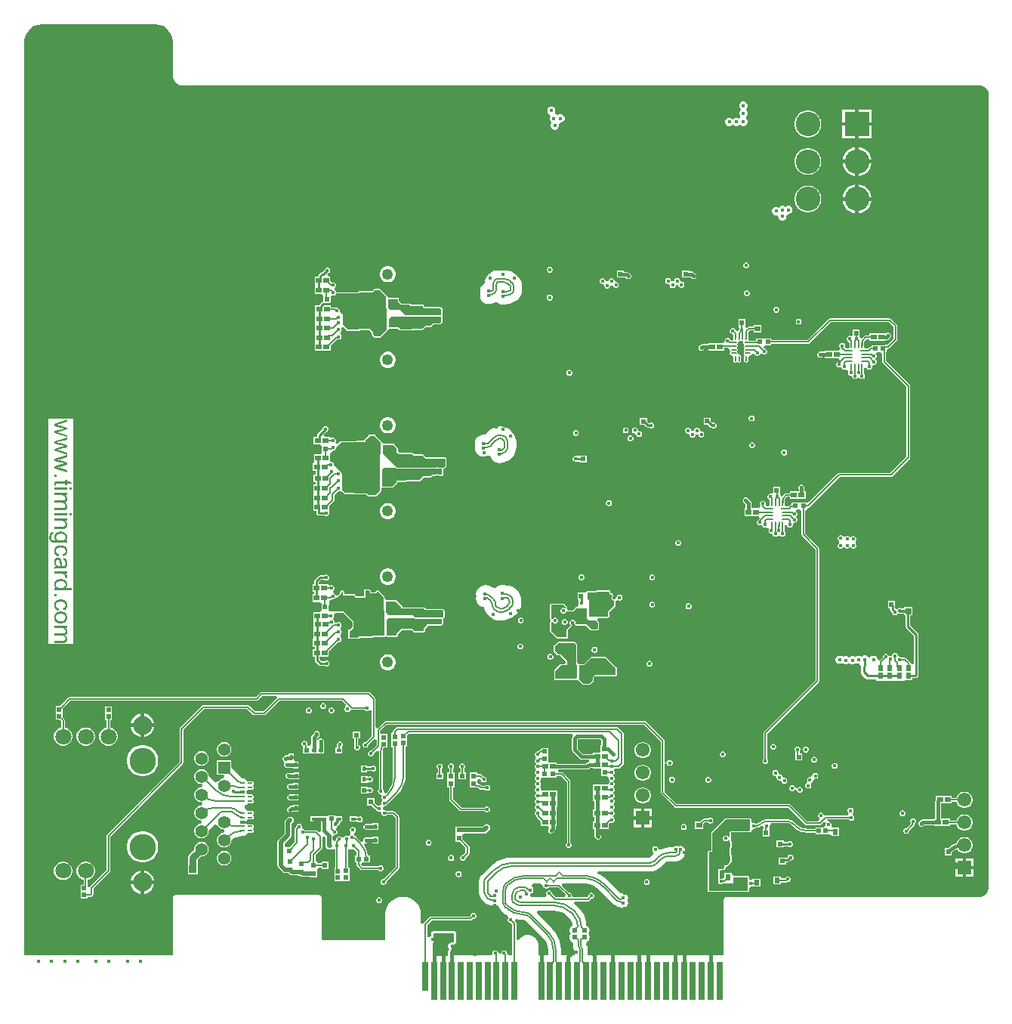
<source format=gbr>
G04*
G04 #@! TF.GenerationSoftware,Altium Limited,Altium Designer,24.9.1 (31)*
G04*
G04 Layer_Physical_Order=10*
G04 Layer_Color=16711680*
%FSLAX25Y25*%
%MOIN*%
G70*
G04*
G04 #@! TF.SameCoordinates,8C3FED30-37FA-4A54-8C90-A1F039295453*
G04*
G04*
G04 #@! TF.FilePolarity,Positive*
G04*
G01*
G75*
%ADD10C,0.00600*%
%ADD14C,0.01000*%
%ADD27R,0.02362X0.02559*%
%ADD28R,0.02559X0.02362*%
%ADD31R,0.02648X0.02816*%
%ADD32R,0.02288X0.02016*%
%ADD55R,0.05512X0.05512*%
%ADD56R,0.02016X0.02288*%
G04:AMPARAMS|DCode=61|XSize=7.87mil|YSize=23.62mil|CornerRadius=1.97mil|HoleSize=0mil|Usage=FLASHONLY|Rotation=0.000|XOffset=0mil|YOffset=0mil|HoleType=Round|Shape=RoundedRectangle|*
%AMROUNDEDRECTD61*
21,1,0.00787,0.01968,0,0,0.0*
21,1,0.00394,0.02362,0,0,0.0*
1,1,0.00394,0.00197,-0.00984*
1,1,0.00394,-0.00197,-0.00984*
1,1,0.00394,-0.00197,0.00984*
1,1,0.00394,0.00197,0.00984*
%
%ADD61ROUNDEDRECTD61*%
G04:AMPARAMS|DCode=62|XSize=7.87mil|YSize=23.62mil|CornerRadius=1.97mil|HoleSize=0mil|Usage=FLASHONLY|Rotation=90.000|XOffset=0mil|YOffset=0mil|HoleType=Round|Shape=RoundedRectangle|*
%AMROUNDEDRECTD62*
21,1,0.00787,0.01968,0,0,90.0*
21,1,0.00394,0.02362,0,0,90.0*
1,1,0.00394,0.00984,0.00197*
1,1,0.00394,0.00984,-0.00197*
1,1,0.00394,-0.00984,-0.00197*
1,1,0.00394,-0.00984,0.00197*
%
%ADD62ROUNDEDRECTD62*%
G04:AMPARAMS|DCode=63|XSize=7.87mil|YSize=27.56mil|CornerRadius=1.97mil|HoleSize=0mil|Usage=FLASHONLY|Rotation=90.000|XOffset=0mil|YOffset=0mil|HoleType=Round|Shape=RoundedRectangle|*
%AMROUNDEDRECTD63*
21,1,0.00787,0.02362,0,0,90.0*
21,1,0.00394,0.02756,0,0,90.0*
1,1,0.00394,0.01181,0.00197*
1,1,0.00394,0.01181,-0.00197*
1,1,0.00394,-0.01181,-0.00197*
1,1,0.00394,-0.01181,0.00197*
%
%ADD63ROUNDEDRECTD63*%
%ADD64R,0.02165X0.02165*%
%ADD66R,0.02800X0.16500*%
%ADD69R,0.02165X0.01968*%
%ADD70R,0.01968X0.02165*%
%ADD77R,0.02953X0.03543*%
%ADD78R,0.01575X0.01968*%
%ADD81R,0.02165X0.02165*%
%ADD93R,0.02800X0.12600*%
%ADD141R,0.10827X0.10827*%
%ADD142C,0.10827*%
%ADD144C,0.00500*%
%ADD145C,0.00500*%
%ADD146C,0.00538*%
%ADD147C,0.00538*%
%ADD148C,0.01500*%
%ADD149C,0.02000*%
%ADD150C,0.00727*%
%ADD151C,0.00550*%
%ADD152C,0.01800*%
%ADD153C,0.00800*%
%ADD154C,0.01200*%
%ADD156R,0.06102X0.06102*%
%ADD157C,0.06102*%
%ADD158C,0.04921*%
%ADD159R,0.07874X0.07874*%
%ADD160C,0.11614*%
%ADD161C,0.07087*%
%ADD162C,0.08268*%
%ADD163C,0.05512*%
%ADD164C,0.25000*%
%ADD165C,0.01600*%
%ADD166C,0.03000*%
%ADD167R,0.03543X0.02953*%
%ADD168R,0.03937X0.03543*%
%ADD169R,0.04355X0.03773*%
%ADD170R,0.03543X0.03937*%
%ADD171R,0.01772X0.01772*%
%ADD172R,0.02237X0.02254*%
%ADD173R,0.03347X0.03543*%
G04:AMPARAMS|DCode=174|XSize=7.87mil|YSize=22.24mil|CornerRadius=1.97mil|HoleSize=0mil|Usage=FLASHONLY|Rotation=270.000|XOffset=0mil|YOffset=0mil|HoleType=Round|Shape=RoundedRectangle|*
%AMROUNDEDRECTD174*
21,1,0.00787,0.01831,0,0,270.0*
21,1,0.00394,0.02224,0,0,270.0*
1,1,0.00394,-0.00915,-0.00197*
1,1,0.00394,-0.00915,0.00197*
1,1,0.00394,0.00915,0.00197*
1,1,0.00394,0.00915,-0.00197*
%
%ADD174ROUNDEDRECTD174*%
G04:AMPARAMS|DCode=175|XSize=15.75mil|YSize=22.24mil|CornerRadius=1.97mil|HoleSize=0mil|Usage=FLASHONLY|Rotation=270.000|XOffset=0mil|YOffset=0mil|HoleType=Round|Shape=RoundedRectangle|*
%AMROUNDEDRECTD175*
21,1,0.01575,0.01831,0,0,270.0*
21,1,0.01181,0.02224,0,0,270.0*
1,1,0.00394,-0.00915,-0.00591*
1,1,0.00394,-0.00915,0.00591*
1,1,0.00394,0.00915,0.00591*
1,1,0.00394,0.00915,-0.00591*
%
%ADD175ROUNDEDRECTD175*%
%ADD176R,0.02254X0.02237*%
%ADD177R,0.01968X0.01575*%
%ADD178R,0.01843X0.01860*%
G36*
X30458Y20669D02*
X30471Y20671D01*
X30483Y20669D01*
X31293Y20685D01*
X32894Y20367D01*
X34413Y19738D01*
X35781Y18824D01*
X36944Y17661D01*
X37857Y16294D01*
X38487Y14774D01*
X38807Y13161D01*
Y12341D01*
X38788Y-1632D01*
X38772Y-1931D01*
X38785Y-2021D01*
X38776Y-2111D01*
X38837Y-2772D01*
X38871Y-2887D01*
X38883Y-3007D01*
X39072Y-3643D01*
X39128Y-3749D01*
X39162Y-3865D01*
X39472Y-4451D01*
X39548Y-4545D01*
X39604Y-4651D01*
X40022Y-5166D01*
X40115Y-5243D01*
X40191Y-5337D01*
X40701Y-5760D01*
X40807Y-5818D01*
X40900Y-5894D01*
X41483Y-6210D01*
X41598Y-6246D01*
X41704Y-6303D01*
X42338Y-6499D01*
X42428Y-6508D01*
X42513Y-6539D01*
X42841Y-6590D01*
X42935Y-6586D01*
X43027Y-6604D01*
X395332Y-6604D01*
X395343Y-6602D01*
X395354Y-6604D01*
X395685Y-6598D01*
X396337Y-6715D01*
X396953Y-6957D01*
X397510Y-7315D01*
X397987Y-7774D01*
X398365Y-8318D01*
X398629Y-8925D01*
X398771Y-9572D01*
X398777Y-9891D01*
X398777Y-360509D01*
X398777Y-360881D01*
X398631Y-361611D01*
X398347Y-362298D01*
X397933Y-362917D01*
X397407Y-363443D01*
X396789Y-363856D01*
X396102Y-364141D01*
X395372Y-364286D01*
X395000Y-364286D01*
X283161D01*
X282693Y-364379D01*
X282296Y-364644D01*
X282031Y-365041D01*
X281938Y-365510D01*
Y-389990D01*
X221911D01*
Y-387751D01*
X221896Y-387678D01*
X221748Y-386555D01*
X221287Y-385440D01*
X221260Y-385406D01*
X221485Y-384354D01*
X221567Y-384299D01*
X221960Y-383907D01*
X222145Y-383629D01*
X222360Y-383349D01*
X222406Y-383239D01*
X222461Y-383156D01*
X222481Y-383058D01*
X222622Y-382717D01*
X222711Y-382039D01*
X222733D01*
X222557Y-381154D01*
X222530Y-381114D01*
X222176Y-380583D01*
X222509Y-380085D01*
X222539Y-380039D01*
X222714Y-379161D01*
X222692D01*
X222604Y-378488D01*
X222463Y-378148D01*
X222443Y-378051D01*
X222389Y-377970D01*
X222344Y-377861D01*
X222130Y-377582D01*
X221946Y-377307D01*
X221254Y-376615D01*
X221168Y-375530D01*
X220763Y-373843D01*
X220100Y-372240D01*
X219193Y-370761D01*
X218121Y-369506D01*
X218074Y-369435D01*
X217138Y-368499D01*
X217126Y-368491D01*
X215730Y-367299D01*
X216025Y-366299D01*
X222043D01*
X222380Y-366232D01*
X222666Y-366041D01*
X223529Y-365177D01*
X223843D01*
X224320Y-364980D01*
X224686Y-364614D01*
X224884Y-364136D01*
Y-363619D01*
X224686Y-363141D01*
X224320Y-362775D01*
X223843Y-362578D01*
X223325D01*
X222848Y-362775D01*
X222482Y-363141D01*
X222284Y-363619D01*
Y-363932D01*
X221678Y-364538D01*
X215883D01*
X215018Y-364014D01*
Y-363496D01*
X214820Y-363019D01*
X214455Y-362653D01*
X213977Y-362455D01*
X213499D01*
X210446Y-359402D01*
X210861Y-358402D01*
X219591D01*
X219691Y-358382D01*
X221286Y-358507D01*
X222939Y-358904D01*
X224510Y-359555D01*
X225959Y-360443D01*
X227176Y-361482D01*
X227233Y-361567D01*
X233264Y-367599D01*
X233377Y-367674D01*
X234130Y-368252D01*
X235131Y-368666D01*
X235758Y-368749D01*
X235992Y-368929D01*
X236713Y-369227D01*
X237487Y-369329D01*
Y-369348D01*
X238372Y-369172D01*
X238411Y-369146D01*
X239122Y-368670D01*
X239624Y-367920D01*
X239800Y-367034D01*
X239624Y-366149D01*
X239514Y-365984D01*
X239624Y-365820D01*
X239800Y-364934D01*
X239624Y-364049D01*
X239122Y-363299D01*
X238411Y-362823D01*
X238372Y-362797D01*
X237487Y-362621D01*
Y-362640D01*
X236713Y-362742D01*
X236504Y-362828D01*
X231641Y-357965D01*
X230936Y-357256D01*
X230936Y-357256D01*
X229094Y-355682D01*
X227029Y-354417D01*
X226344Y-354133D01*
X226543Y-353133D01*
X249418D01*
X249558Y-353105D01*
X250631Y-352999D01*
X251797Y-352646D01*
X252872Y-352071D01*
X253704Y-351388D01*
X253824Y-351308D01*
X255496Y-349636D01*
X255496Y-349636D01*
X255496Y-349636D01*
X256254Y-349051D01*
X256997Y-348743D01*
X257804Y-348637D01*
X257874Y-348651D01*
X260641D01*
X260750Y-348629D01*
X261753Y-348497D01*
X262789Y-348068D01*
X263591Y-347452D01*
X263683Y-347391D01*
X263910Y-347164D01*
X264027Y-346989D01*
X264461Y-346423D01*
X264814Y-345572D01*
X264844Y-345404D01*
X264981Y-344647D01*
X265131Y-344204D01*
X265082D01*
X264993Y-344096D01*
X264818Y-343218D01*
X264321Y-342473D01*
X263577Y-341976D01*
X262699Y-341802D01*
X261904Y-341960D01*
X261109Y-341802D01*
X260231Y-341976D01*
X259487Y-342473D01*
X259427Y-342563D01*
X257871D01*
Y-342562D01*
X256028Y-342743D01*
X254256Y-343281D01*
X253994Y-343421D01*
X253659Y-343311D01*
X252902Y-342870D01*
X252796Y-342615D01*
X252430Y-342249D01*
X251953Y-342052D01*
X251435D01*
X250958Y-342249D01*
X250592Y-342615D01*
X250394Y-343093D01*
Y-343610D01*
X250592Y-344088D01*
X250833Y-344329D01*
X250962Y-344688D01*
X250977Y-345544D01*
X249521Y-347001D01*
X249515Y-347009D01*
X249424Y-347047D01*
X249415Y-347045D01*
X188451D01*
X188437Y-347048D01*
X186297Y-347216D01*
X184196Y-347721D01*
X182200Y-348547D01*
X180358Y-349676D01*
X178726Y-351070D01*
X178714Y-351078D01*
X175062Y-354730D01*
X175062Y-354731D01*
X175062Y-354731D01*
X174963Y-354878D01*
X174469Y-355522D01*
X174092Y-356433D01*
X173986Y-357237D01*
X173951Y-357412D01*
X173951D01*
X173951Y-357412D01*
Y-362316D01*
X173972Y-362423D01*
X174105Y-363432D01*
X174536Y-364471D01*
X174942Y-365001D01*
X175315Y-365590D01*
X175368Y-365691D01*
X175370Y-365696D01*
X175428Y-365809D01*
X175779Y-366264D01*
X175779Y-366264D01*
X176249Y-366734D01*
X176249Y-366734D01*
X176342Y-366796D01*
X177141Y-367409D01*
X178174Y-367837D01*
X178194Y-367840D01*
X179127Y-367963D01*
X180063Y-368174D01*
X180154Y-368185D01*
X180969Y-368291D01*
X181434Y-368198D01*
X181925Y-368175D01*
X182687Y-368757D01*
X182889Y-369244D01*
X183368Y-369868D01*
X183556Y-370114D01*
X183556Y-370114D01*
X183605Y-370186D01*
X183604Y-370186D01*
X184018Y-370599D01*
X184018Y-370599D01*
X184041Y-370614D01*
X184326Y-370858D01*
X185612Y-371956D01*
X186566Y-372541D01*
X186753Y-373678D01*
X186555Y-374155D01*
Y-374673D01*
X186753Y-375150D01*
X187118Y-375516D01*
X187596Y-375714D01*
X187857D01*
X188633Y-376490D01*
Y-389990D01*
X187461D01*
X186495Y-389867D01*
X186427Y-389530D01*
X186301Y-389341D01*
Y-388995D01*
X186103Y-388518D01*
X185738Y-388152D01*
X185260Y-387954D01*
X184743D01*
X184265Y-388152D01*
X183899Y-388518D01*
X183701Y-388995D01*
Y-389068D01*
X183468Y-389289D01*
X183320Y-389320D01*
X182405Y-388995D01*
X182207Y-388518D01*
X181841Y-388152D01*
X181363Y-387954D01*
X180846D01*
X180368Y-388152D01*
X180003Y-388518D01*
X179805Y-388995D01*
Y-389513D01*
X179486Y-389990D01*
X161227D01*
Y-388841D01*
X161304Y-388456D01*
X161578Y-388046D01*
X161598Y-387999D01*
X161629Y-387960D01*
X161673Y-387816D01*
X161730Y-387678D01*
Y-387628D01*
X161745Y-387579D01*
X161761Y-387417D01*
X161756Y-387367D01*
X161766Y-387317D01*
X161737Y-387170D01*
X161722Y-387021D01*
X161698Y-386977D01*
X161688Y-386927D01*
X161605Y-386803D01*
X161535Y-386670D01*
X161529Y-386197D01*
X162151Y-385386D01*
X162348D01*
X162378Y-385399D01*
X162478D01*
X162576Y-385418D01*
X162675Y-385399D01*
X162775D01*
X162868Y-385360D01*
X162967Y-385340D01*
X163050Y-385285D01*
X163143Y-385246D01*
X163559Y-384968D01*
X163630Y-384897D01*
X163713Y-384842D01*
X163769Y-384758D01*
X163840Y-384687D01*
X163878Y-384594D01*
X163934Y-384511D01*
X163954Y-384412D01*
X163992Y-384320D01*
Y-384219D01*
X164012Y-384121D01*
Y-380600D01*
X163934Y-380210D01*
X163713Y-379879D01*
X163382Y-379658D01*
X162992Y-379580D01*
X153718D01*
X153328Y-379658D01*
X152997Y-379879D01*
X152776Y-380210D01*
X152699Y-380600D01*
Y-381620D01*
X152610Y-381699D01*
X152609Y-381699D01*
X152604Y-381704D01*
X152006Y-382239D01*
X151061Y-382013D01*
Y-376747D01*
X153083Y-374725D01*
X170296D01*
X170632Y-374658D01*
X170918Y-374467D01*
X171393Y-373992D01*
X171707D01*
X172185Y-373794D01*
X172550Y-373428D01*
X172748Y-372951D01*
Y-372433D01*
X172550Y-371956D01*
X172185Y-371590D01*
X171707Y-371392D01*
X171190D01*
X170712Y-371590D01*
X170346Y-371956D01*
X170148Y-372433D01*
Y-372747D01*
X169931Y-372964D01*
X152718D01*
X152381Y-373031D01*
X152095Y-373222D01*
X149558Y-375759D01*
X149368Y-376045D01*
X149345Y-376157D01*
X148345Y-376059D01*
Y-372198D01*
X148341Y-372176D01*
X148345Y-372155D01*
X148322Y-371496D01*
X148299Y-371399D01*
Y-371300D01*
X148043Y-370014D01*
X147997Y-369902D01*
X147973Y-369784D01*
X147472Y-368573D01*
X147405Y-368473D01*
X147359Y-368361D01*
X146630Y-367271D01*
X146545Y-367186D01*
X146478Y-367085D01*
X145551Y-366158D01*
X145450Y-366091D01*
X145365Y-366006D01*
X144275Y-365277D01*
X144163Y-365231D01*
X144063Y-365164D01*
X142852Y-364663D01*
X142733Y-364639D01*
X142622Y-364593D01*
X141336Y-364337D01*
X141215D01*
X141097Y-364314D01*
X139786D01*
X139668Y-364337D01*
X139547D01*
X138261Y-364593D01*
X138150Y-364639D01*
X138031Y-364663D01*
X136820Y-365164D01*
X136720Y-365231D01*
X136608Y-365277D01*
X135518Y-366006D01*
X135433Y-366091D01*
X135333Y-366158D01*
X134405Y-367085D01*
X134338Y-367186D01*
X134253Y-367271D01*
X133525Y-368361D01*
X133478Y-368473D01*
X133412Y-368573D01*
X132910Y-369784D01*
X132886Y-369902D01*
X132840Y-370014D01*
X132584Y-371300D01*
Y-371391D01*
X132562Y-371479D01*
X132530Y-372134D01*
X132534Y-372165D01*
X132528Y-372194D01*
Y-383366D01*
X105178D01*
X104471Y-382659D01*
X104480Y-365010D01*
X104468Y-364950D01*
X104474Y-364889D01*
X104464Y-364792D01*
X104412Y-364620D01*
X104377Y-364444D01*
X104302Y-364264D01*
X104302Y-364263D01*
X104179Y-364080D01*
X104037Y-363866D01*
X104037Y-363866D01*
X103899Y-363729D01*
X103899Y-363729D01*
X103899Y-363728D01*
X103502Y-363463D01*
X103502Y-363463D01*
X103502Y-363463D01*
X103322Y-363389D01*
X103145Y-363354D01*
X102973Y-363301D01*
X102876Y-363292D01*
X102815Y-363298D01*
X102756Y-363286D01*
X40512Y-363286D01*
X40452Y-363298D01*
X40392Y-363292D01*
X40294Y-363301D01*
X40122Y-363354D01*
X39946Y-363389D01*
X39766Y-363463D01*
X39766Y-363463D01*
X39369Y-363729D01*
X39231Y-363866D01*
X39231Y-363866D01*
X39099Y-364065D01*
X38966Y-364264D01*
X38966Y-364264D01*
X38891Y-364444D01*
X38856Y-364620D01*
X38804Y-364792D01*
X38794Y-364890D01*
X38800Y-364950D01*
X38788Y-365009D01*
X38788Y-389990D01*
X-26820D01*
X-26820Y12339D01*
X-26822Y12351D01*
X-26820Y12364D01*
X-26837Y13173D01*
X-26518Y14774D01*
X-25889Y16294D01*
X-24975Y17661D01*
X-23812Y18824D01*
X-22445Y19738D01*
X-20925Y20367D01*
X-19312Y20688D01*
X-18490D01*
X30458Y20669D01*
D02*
G37*
G36*
X201561Y-359024D02*
X202195Y-359511D01*
X202347Y-359574D01*
Y-359612D01*
X202545Y-360090D01*
X202911Y-360455D01*
X203389Y-360653D01*
X203906D01*
X204384Y-360455D01*
X204721Y-360118D01*
X208999D01*
X212021Y-363140D01*
X211906Y-364324D01*
X211553Y-364538D01*
X208255D01*
X207745Y-364498D01*
X206162Y-362916D01*
Y-362602D01*
X205964Y-362124D01*
X205599Y-361759D01*
X205121Y-361561D01*
X204604D01*
X204126Y-361759D01*
X203760Y-362124D01*
X203562Y-362602D01*
Y-363119D01*
X203707Y-363470D01*
X203498Y-364020D01*
X203219Y-364470D01*
X196910D01*
X196432Y-363470D01*
X196632Y-363172D01*
X197305Y-362722D01*
X197803Y-361977D01*
X197977Y-361100D01*
X197803Y-360222D01*
X197305Y-359477D01*
X197291Y-359335D01*
X197324Y-359302D01*
X197730Y-358402D01*
X201083D01*
X201561Y-359024D01*
D02*
G37*
G36*
X162992Y-384121D02*
X162576Y-384399D01*
X162499Y-384366D01*
X161783D01*
X161122Y-384641D01*
X160615Y-385147D01*
X160341Y-385808D01*
Y-386525D01*
X160615Y-387186D01*
X160746Y-387317D01*
X160730Y-387479D01*
X160344Y-388058D01*
X160208Y-388741D01*
Y-390551D01*
X153718D01*
Y-380600D01*
X162992D01*
Y-384121D01*
D02*
G37*
G36*
X207401Y-370558D02*
X207405Y-370558D01*
X207411Y-370558D01*
X207411Y-370558D01*
X207411Y-370558D01*
X208384Y-370623D01*
X208913Y-370675D01*
X210357Y-371113D01*
X211688Y-371824D01*
X212103Y-372165D01*
X212836Y-372807D01*
X212837Y-372808D01*
X212838Y-372809D01*
X212839Y-372811D01*
X212840Y-372812D01*
X212841Y-372812D01*
X212843Y-372814D01*
X212843Y-372814D01*
X212843Y-372814D01*
X213761Y-373733D01*
X214379Y-374477D01*
X214588Y-374750D01*
X215092Y-375965D01*
X215190Y-376711D01*
X214594Y-377307D01*
X214410Y-377582D01*
X214196Y-377861D01*
X214151Y-377970D01*
X214096Y-378051D01*
X214077Y-378148D01*
X213936Y-378488D01*
X213848Y-379161D01*
X213826D01*
X214000Y-380039D01*
X214031Y-380085D01*
X214364Y-380583D01*
X214009Y-381114D01*
X213983Y-381154D01*
X213806Y-382039D01*
X213828D01*
X213918Y-382717D01*
X214059Y-383058D01*
X214078Y-383156D01*
X214134Y-383239D01*
X214179Y-383349D01*
X214394Y-383629D01*
X214580Y-383907D01*
X214973Y-384299D01*
X214973Y-384299D01*
X214973Y-384300D01*
X215194Y-384447D01*
X215438Y-384634D01*
Y-385808D01*
X215474Y-385990D01*
X215578Y-386782D01*
X215954Y-387690D01*
X216246Y-388071D01*
Y-389990D01*
X210100D01*
Y-387736D01*
X210094Y-387709D01*
X209932Y-385650D01*
X209444Y-383615D01*
X208643Y-381681D01*
X207549Y-379896D01*
X206208Y-378326D01*
X206192Y-378303D01*
X206192Y-378303D01*
X206192Y-378303D01*
X199448Y-371558D01*
X199862Y-370558D01*
X207401D01*
D02*
G37*
G36*
X191367Y-374340D02*
X193427Y-374502D01*
X193455Y-374508D01*
Y-374508D01*
X193630D01*
X193706Y-374493D01*
X194340Y-374619D01*
X194878Y-374978D01*
X194921Y-375043D01*
X202184Y-382305D01*
X202274Y-382365D01*
X203166Y-383452D01*
X203879Y-384787D01*
X204319Y-386235D01*
X204456Y-387634D01*
X204435Y-387740D01*
Y-389990D01*
X200222D01*
X200222Y-385874D01*
X200214Y-385834D01*
X200219Y-385794D01*
X200189Y-385332D01*
X200158Y-385215D01*
X200150Y-385095D01*
X199911Y-384202D01*
X199840Y-384059D01*
X199788Y-383907D01*
X199326Y-383107D01*
X199221Y-382987D01*
X199132Y-382854D01*
X198478Y-382200D01*
X198345Y-382111D01*
X198225Y-382006D01*
X197425Y-381544D01*
X197273Y-381492D01*
X197130Y-381421D01*
X196237Y-381182D01*
X196077Y-381172D01*
X195920Y-381140D01*
X194996D01*
X194839Y-381172D01*
X194679Y-381182D01*
X193787Y-381421D01*
X193643Y-381492D01*
X193492Y-381544D01*
X192692Y-382006D01*
X192571Y-382111D01*
X192438Y-382200D01*
X191785Y-382854D01*
X191696Y-382987D01*
X191590Y-383107D01*
X191469Y-383317D01*
X190469Y-383050D01*
Y-376110D01*
X190399Y-375759D01*
X190200Y-375461D01*
X189709Y-374970D01*
X190217Y-374064D01*
X191367Y-374340D01*
D02*
G37*
%LPC*%
G36*
X291016Y-13512D02*
X290300D01*
X289638Y-13787D01*
X289132Y-14293D01*
X288858Y-14954D01*
Y-15671D01*
X289132Y-16332D01*
X289549Y-16976D01*
X289132Y-17620D01*
X288858Y-18282D01*
Y-18998D01*
X289132Y-19659D01*
X289154Y-19682D01*
X289023Y-20807D01*
X288659Y-20959D01*
X288482Y-20958D01*
X287911Y-20721D01*
X287195D01*
X286533Y-20995D01*
X285953Y-21445D01*
X285374Y-20995D01*
X284712Y-20721D01*
X283996D01*
X283334Y-20995D01*
X282828Y-21501D01*
X282554Y-22163D01*
Y-22879D01*
X282828Y-23541D01*
X283334Y-24047D01*
X283996Y-24321D01*
X284712D01*
X285374Y-24047D01*
X285953Y-23598D01*
X286533Y-24047D01*
X287195Y-24321D01*
X287911D01*
X288572Y-24047D01*
X289105Y-23565D01*
X289638Y-24047D01*
X290300Y-24321D01*
X291016D01*
X291677Y-24047D01*
X292183Y-23541D01*
X292458Y-22879D01*
Y-22163D01*
X292183Y-21501D01*
X291856Y-21174D01*
X291751Y-20581D01*
X291856Y-19987D01*
X292183Y-19659D01*
X292458Y-18998D01*
Y-18282D01*
X292183Y-17620D01*
X291766Y-16976D01*
X292183Y-16332D01*
X292458Y-15671D01*
Y-14954D01*
X292183Y-14293D01*
X291677Y-13787D01*
X291016Y-13512D01*
D02*
G37*
G36*
X347167Y-17063D02*
X341504D01*
Y-22726D01*
X347167D01*
Y-17063D01*
D02*
G37*
G36*
X340003D02*
X334340D01*
Y-22726D01*
X340003D01*
Y-17063D01*
D02*
G37*
G36*
X206217Y-15707D02*
X205500D01*
X204839Y-15981D01*
X204332Y-16488D01*
X204059Y-17149D01*
Y-17865D01*
X204332Y-18527D01*
X204839Y-19033D01*
X204945Y-19077D01*
X205422Y-19845D01*
X205363Y-20250D01*
X205213Y-20612D01*
Y-21328D01*
X205487Y-21990D01*
X205993Y-22496D01*
X205862Y-23227D01*
X205588Y-23889D01*
Y-24605D01*
X205862Y-25267D01*
X206368Y-25773D01*
X207030Y-26047D01*
X207746D01*
X208408Y-25773D01*
X208914Y-25267D01*
X209188Y-24605D01*
Y-23889D01*
X209098Y-23672D01*
X209254Y-23349D01*
X209763Y-22770D01*
X210249D01*
X210911Y-22496D01*
X211417Y-21990D01*
X211691Y-21328D01*
Y-20612D01*
X211417Y-19950D01*
X210911Y-19444D01*
X210249Y-19170D01*
X209533D01*
X208871Y-19444D01*
X208869Y-19446D01*
X207763Y-19138D01*
X207449Y-18632D01*
X207509Y-18227D01*
X207659Y-17865D01*
Y-17149D01*
X207384Y-16488D01*
X206878Y-15981D01*
X206217Y-15707D01*
D02*
G37*
G36*
X319682Y-17562D02*
X318518D01*
X317375Y-17790D01*
X316299Y-18236D01*
X315330Y-18883D01*
X314507Y-19706D01*
X313860Y-20675D01*
X313414Y-21751D01*
X313187Y-22893D01*
Y-24058D01*
X313414Y-25201D01*
X313860Y-26277D01*
X314507Y-27245D01*
X315330Y-28069D01*
X316299Y-28716D01*
X317375Y-29162D01*
X318518Y-29389D01*
X319682D01*
X320825Y-29162D01*
X321901Y-28716D01*
X322869Y-28069D01*
X323693Y-27245D01*
X324340Y-26277D01*
X324786Y-25201D01*
X325013Y-24058D01*
Y-22893D01*
X324786Y-21751D01*
X324340Y-20675D01*
X323693Y-19706D01*
X322869Y-18883D01*
X321901Y-18236D01*
X320825Y-17790D01*
X319682Y-17562D01*
D02*
G37*
G36*
X347167Y-24226D02*
X341504D01*
Y-29889D01*
X347167D01*
Y-24226D01*
D02*
G37*
G36*
X340003D02*
X334340D01*
Y-29889D01*
X340003D01*
Y-24226D01*
D02*
G37*
G36*
X341504Y-33621D02*
Y-39261D01*
X347143D01*
X346920Y-38141D01*
X346437Y-36973D01*
X345735Y-35923D01*
X344842Y-35030D01*
X343791Y-34328D01*
X342624Y-33844D01*
X341504Y-33621D01*
D02*
G37*
G36*
X340003D02*
X338883Y-33844D01*
X337716Y-34328D01*
X336665Y-35030D01*
X335772Y-35923D01*
X335070Y-36973D01*
X334587Y-38141D01*
X334364Y-39261D01*
X340003D01*
Y-33621D01*
D02*
G37*
G36*
X319682Y-34098D02*
X318518D01*
X317375Y-34325D01*
X316299Y-34771D01*
X315330Y-35418D01*
X314507Y-36242D01*
X313860Y-37210D01*
X313414Y-38286D01*
X313187Y-39429D01*
Y-40594D01*
X313414Y-41736D01*
X313860Y-42812D01*
X314507Y-43781D01*
X315330Y-44605D01*
X316299Y-45252D01*
X317375Y-45697D01*
X318518Y-45925D01*
X319682D01*
X320825Y-45697D01*
X321901Y-45252D01*
X322869Y-44605D01*
X323693Y-43781D01*
X324340Y-42812D01*
X324786Y-41736D01*
X325013Y-40594D01*
Y-39429D01*
X324786Y-38286D01*
X324340Y-37210D01*
X323693Y-36242D01*
X322869Y-35418D01*
X321901Y-34771D01*
X320825Y-34325D01*
X319682Y-34098D01*
D02*
G37*
G36*
X347143Y-40761D02*
X341504D01*
Y-46401D01*
X342624Y-46178D01*
X343791Y-45695D01*
X344842Y-44993D01*
X345735Y-44100D01*
X346437Y-43049D01*
X346920Y-41882D01*
X347143Y-40761D01*
D02*
G37*
G36*
X340003D02*
X334364D01*
X334587Y-41882D01*
X335070Y-43049D01*
X335772Y-44100D01*
X336665Y-44993D01*
X337716Y-45695D01*
X338883Y-46178D01*
X340003Y-46401D01*
Y-40761D01*
D02*
G37*
G36*
X341504Y-50157D02*
Y-55797D01*
X347143D01*
X346920Y-54676D01*
X346437Y-53509D01*
X345735Y-52458D01*
X344842Y-51565D01*
X343791Y-50863D01*
X342624Y-50380D01*
X341504Y-50157D01*
D02*
G37*
G36*
X340003D02*
X338883Y-50380D01*
X337716Y-50863D01*
X336665Y-51565D01*
X335772Y-52458D01*
X335070Y-53509D01*
X334587Y-54676D01*
X334364Y-55797D01*
X340003D01*
Y-50157D01*
D02*
G37*
G36*
X310887Y-59503D02*
X310170D01*
X309509Y-59777D01*
X309171Y-60115D01*
X308875Y-59819D01*
X308213Y-59545D01*
X307497D01*
X306836Y-59819D01*
X306329Y-60325D01*
X305393Y-60103D01*
X304677D01*
X304015Y-60377D01*
X303509Y-60883D01*
X303235Y-61545D01*
Y-62261D01*
X303509Y-62923D01*
X304015Y-63429D01*
X304677Y-63703D01*
X305131D01*
X305450Y-63772D01*
X306055Y-64511D01*
Y-64620D01*
X306329Y-65282D01*
X306836Y-65788D01*
X307497Y-66062D01*
X308213D01*
X308875Y-65788D01*
X309381Y-65282D01*
X309655Y-64620D01*
Y-63904D01*
X309703Y-63830D01*
X310406Y-63103D01*
X310887D01*
X311548Y-62829D01*
X312054Y-62323D01*
X312328Y-61661D01*
Y-60945D01*
X312054Y-60283D01*
X311548Y-59777D01*
X310887Y-59503D01*
D02*
G37*
G36*
X319682Y-50633D02*
X318518D01*
X317375Y-50861D01*
X316299Y-51306D01*
X315330Y-51954D01*
X314507Y-52777D01*
X313860Y-53746D01*
X313414Y-54822D01*
X313187Y-55964D01*
Y-57129D01*
X313414Y-58272D01*
X313860Y-59348D01*
X314507Y-60316D01*
X315330Y-61140D01*
X316299Y-61787D01*
X317375Y-62233D01*
X318518Y-62460D01*
X319682D01*
X320825Y-62233D01*
X321901Y-61787D01*
X322869Y-61140D01*
X323693Y-60316D01*
X324340Y-59348D01*
X324786Y-58272D01*
X325013Y-57129D01*
Y-55964D01*
X324786Y-54822D01*
X324340Y-53746D01*
X323693Y-52777D01*
X322869Y-51954D01*
X321901Y-51306D01*
X320825Y-50861D01*
X319682Y-50633D01*
D02*
G37*
G36*
X347143Y-57297D02*
X341504D01*
Y-62937D01*
X342624Y-62714D01*
X343791Y-62230D01*
X344842Y-61528D01*
X345735Y-60635D01*
X346437Y-59585D01*
X346920Y-58417D01*
X347143Y-57297D01*
D02*
G37*
G36*
X340003D02*
X334364D01*
X334587Y-58417D01*
X335070Y-59585D01*
X335772Y-60635D01*
X336665Y-61528D01*
X337716Y-62230D01*
X338883Y-62714D01*
X340003Y-62937D01*
Y-57297D01*
D02*
G37*
G36*
X292126Y-84515D02*
X291609D01*
X291131Y-84713D01*
X290766Y-85079D01*
X290568Y-85557D01*
Y-86074D01*
X290766Y-86552D01*
X291131Y-86918D01*
X291609Y-87115D01*
X292126D01*
X292604Y-86918D01*
X292970Y-86552D01*
X293168Y-86074D01*
Y-85557D01*
X292970Y-85079D01*
X292604Y-84713D01*
X292126Y-84515D01*
D02*
G37*
G36*
X205432Y-86375D02*
X204915D01*
X204437Y-86573D01*
X204072Y-86939D01*
X203874Y-87416D01*
Y-87934D01*
X204072Y-88411D01*
X204437Y-88777D01*
X204915Y-88975D01*
X205432D01*
X205910Y-88777D01*
X206276Y-88411D01*
X206474Y-87934D01*
Y-87416D01*
X206276Y-86939D01*
X205910Y-86573D01*
X205432Y-86375D01*
D02*
G37*
G36*
X266924Y-88106D02*
X263636D01*
Y-91123D01*
X265415D01*
X265538Y-91147D01*
X267490D01*
X267579Y-91236D01*
X267585Y-91251D01*
X267951Y-91617D01*
X268428Y-91815D01*
X268946D01*
X269424Y-91617D01*
X269789Y-91251D01*
X269987Y-90773D01*
Y-90256D01*
X269789Y-89778D01*
X269424Y-89412D01*
X269316Y-89368D01*
X268919Y-88971D01*
X268506Y-88695D01*
X268018Y-88598D01*
X266924D01*
Y-88106D01*
D02*
G37*
G36*
X237996Y-88146D02*
X234709D01*
Y-91162D01*
X236488D01*
X236611Y-91187D01*
X238563D01*
X238651Y-91275D01*
X238657Y-91290D01*
X239023Y-91656D01*
X239501Y-91854D01*
X240018D01*
X240496Y-91656D01*
X240862Y-91290D01*
X241059Y-90813D01*
Y-90295D01*
X240862Y-89818D01*
X240496Y-89452D01*
X240388Y-89407D01*
X239992Y-89011D01*
X239578Y-88735D01*
X239091Y-88638D01*
X237996D01*
Y-88146D01*
D02*
G37*
G36*
X261631Y-91381D02*
X261114D01*
X260636Y-91579D01*
X260270Y-91945D01*
X260084Y-92396D01*
X260072Y-92423D01*
X259922Y-92747D01*
X258865Y-92775D01*
X258678Y-92423D01*
X258675Y-92416D01*
X258480Y-91945D01*
X258115Y-91579D01*
X257637Y-91381D01*
X257119D01*
X256642Y-91579D01*
X256276Y-91945D01*
X256078Y-92423D01*
Y-92940D01*
X256276Y-93418D01*
X256642Y-93783D01*
X257119Y-93981D01*
X257180D01*
X257757Y-94209D01*
X258104Y-94863D01*
X258107Y-94869D01*
X258302Y-95340D01*
X258667Y-95706D01*
X259145Y-95904D01*
X259663D01*
X260140Y-95706D01*
X260506Y-95340D01*
X260693Y-94889D01*
X260704Y-94863D01*
X260828Y-94595D01*
X261779Y-94499D01*
X261990Y-94625D01*
X262188Y-95103D01*
X262554Y-95469D01*
X263032Y-95666D01*
X263549D01*
X264027Y-95469D01*
X264392Y-95103D01*
X264590Y-94625D01*
Y-94108D01*
X264392Y-93630D01*
X264027Y-93264D01*
X263549Y-93067D01*
X263375Y-93041D01*
X262672Y-92423D01*
X262474Y-91945D01*
X262109Y-91579D01*
X261631Y-91381D01*
D02*
G37*
G36*
X232703Y-91421D02*
X232186D01*
X231709Y-91619D01*
X231343Y-91985D01*
X231156Y-92436D01*
X231145Y-92462D01*
X230994Y-92787D01*
X229938Y-92815D01*
X229751Y-92462D01*
X229748Y-92456D01*
X229553Y-91985D01*
X229187Y-91619D01*
X228709Y-91421D01*
X228192D01*
X227714Y-91619D01*
X227348Y-91985D01*
X227151Y-92462D01*
Y-92980D01*
X227348Y-93457D01*
X227714Y-93823D01*
X228192Y-94021D01*
X228253D01*
X228830Y-94248D01*
X229176Y-94902D01*
X229179Y-94909D01*
X229374Y-95380D01*
X229740Y-95746D01*
X230218Y-95944D01*
X230735D01*
X231213Y-95746D01*
X231578Y-95380D01*
X231765Y-94929D01*
X231776Y-94902D01*
X231901Y-94635D01*
X232851Y-94538D01*
X233063Y-94665D01*
X233261Y-95143D01*
X233627Y-95508D01*
X234104Y-95706D01*
X234622D01*
X235099Y-95508D01*
X235465Y-95143D01*
X235663Y-94665D01*
Y-94147D01*
X235465Y-93670D01*
X235099Y-93304D01*
X234622Y-93106D01*
X234448Y-93081D01*
X233745Y-92462D01*
X233547Y-91985D01*
X233181Y-91619D01*
X232703Y-91421D01*
D02*
G37*
G36*
X134136Y-86118D02*
X133201D01*
X132298Y-86360D01*
X131488Y-86827D01*
X130827Y-87489D01*
X130359Y-88298D01*
X130117Y-89202D01*
Y-90137D01*
X130359Y-91040D01*
X130827Y-91850D01*
X131488Y-92511D01*
X132298Y-92978D01*
X133201Y-93220D01*
X134136D01*
X135039Y-92978D01*
X135849Y-92511D01*
X136510Y-91850D01*
X136978Y-91040D01*
X137220Y-90137D01*
Y-89202D01*
X136978Y-88298D01*
X136510Y-87489D01*
X135849Y-86827D01*
X135039Y-86360D01*
X134136Y-86118D01*
D02*
G37*
G36*
X292354Y-96846D02*
X291837D01*
X291359Y-97044D01*
X290993Y-97410D01*
X290795Y-97888D01*
Y-98405D01*
X290993Y-98883D01*
X291359Y-99248D01*
X291837Y-99446D01*
X292354D01*
X292832Y-99248D01*
X293198Y-98883D01*
X293395Y-98405D01*
Y-97888D01*
X293198Y-97410D01*
X292832Y-97044D01*
X292354Y-96846D01*
D02*
G37*
G36*
X182005Y-87976D02*
X180635Y-88156D01*
X179358Y-88685D01*
X178262Y-89526D01*
X178271Y-89535D01*
X178229Y-89577D01*
X178196Y-89620D01*
X177441Y-90541D01*
X176854Y-91638D01*
X176493Y-92829D01*
X176411Y-93657D01*
X176284Y-93710D01*
X175501Y-94311D01*
X174900Y-95094D01*
X174522Y-96006D01*
X174393Y-96985D01*
X174522Y-97964D01*
X174551Y-98035D01*
X174522Y-98106D01*
X174393Y-99085D01*
X174522Y-100064D01*
X174900Y-100977D01*
X175501Y-101760D01*
X176284Y-102361D01*
X177197Y-102739D01*
X178176Y-102868D01*
X178588Y-102873D01*
X178657Y-102934D01*
X178657Y-102934D01*
X179090Y-102880D01*
X179555Y-102688D01*
X179555Y-102688D01*
X179582Y-102677D01*
X180105Y-102460D01*
X180281Y-102443D01*
X181427Y-102095D01*
X181835Y-101877D01*
X181972Y-102055D01*
X182756Y-102656D01*
X183668Y-103034D01*
X184647Y-103163D01*
X185063Y-103171D01*
X185129Y-103229D01*
Y-103229D01*
X185553Y-103181D01*
X186455Y-102808D01*
X187384Y-102716D01*
X188877Y-102263D01*
X190252Y-101528D01*
X190717Y-101147D01*
X191471Y-100535D01*
X191471D01*
X191471Y-100535D01*
X192311Y-99441D01*
X192839Y-98167D01*
X193018Y-96800D01*
X193006D01*
Y-94807D01*
X193018Y-94801D01*
X192838Y-93438D01*
X192309Y-92161D01*
X191484Y-91086D01*
X191464Y-91079D01*
X191464Y-91079D01*
X190689Y-90304D01*
X190693Y-90299D01*
X190693Y-90299D01*
X189495Y-89316D01*
X188127Y-88585D01*
X186643Y-88135D01*
X185156Y-87989D01*
X185099Y-87983D01*
X184099Y-87989D01*
X182005D01*
Y-87976D01*
D02*
G37*
G36*
X205378Y-98690D02*
X204861D01*
X204383Y-98888D01*
X204018Y-99254D01*
X203820Y-99731D01*
Y-100249D01*
X204018Y-100726D01*
X204383Y-101092D01*
X204861Y-101290D01*
X205378D01*
X205856Y-101092D01*
X206222Y-100726D01*
X206420Y-100249D01*
Y-99731D01*
X206222Y-99254D01*
X205856Y-98888D01*
X205378Y-98690D01*
D02*
G37*
G36*
X305465Y-104035D02*
X304948D01*
X304470Y-104233D01*
X304105Y-104599D01*
X303907Y-105077D01*
Y-105594D01*
X304105Y-106072D01*
X304470Y-106438D01*
X304948Y-106635D01*
X305465D01*
X305943Y-106438D01*
X306309Y-106072D01*
X306507Y-105594D01*
Y-105077D01*
X306309Y-104599D01*
X305943Y-104233D01*
X305465Y-104035D01*
D02*
G37*
G36*
X355309Y-109212D02*
X355309Y-109212D01*
X328916D01*
X328916Y-109212D01*
X328604Y-109274D01*
X328340Y-109451D01*
X328340Y-109451D01*
X319010Y-118781D01*
X302958D01*
Y-118014D01*
X300415D01*
X299793Y-118014D01*
X298793Y-118014D01*
X296250D01*
Y-119055D01*
X293973D01*
X293917Y-119017D01*
X293645Y-118963D01*
X292781Y-118493D01*
Y-116524D01*
X292726Y-116252D01*
X292689Y-116196D01*
Y-115236D01*
X293467Y-114458D01*
X295047D01*
Y-115323D01*
X298607D01*
Y-111961D01*
X295047D01*
Y-112827D01*
X293129D01*
X293129Y-112827D01*
X292817Y-112889D01*
X292552Y-113066D01*
X292281Y-113337D01*
X291496Y-112707D01*
Y-109528D01*
X288480D01*
Y-112816D01*
X288480D01*
X288812Y-113816D01*
X288803Y-113825D01*
X288605Y-114303D01*
Y-114401D01*
X288130Y-114712D01*
X287811Y-114624D01*
X287186Y-114286D01*
X287058Y-113978D01*
X286693Y-113612D01*
X286215Y-113414D01*
X285698D01*
X285220Y-113612D01*
X284854Y-113978D01*
X284656Y-114456D01*
Y-114973D01*
X284854Y-115451D01*
X285220Y-115816D01*
X285698Y-116014D01*
X286242Y-116524D01*
Y-118493D01*
X285377Y-118963D01*
X285075Y-118971D01*
X284764Y-118496D01*
X284398Y-118131D01*
X283920Y-117933D01*
X283403D01*
X282925Y-118131D01*
X282559Y-118496D01*
X282361Y-118974D01*
Y-119099D01*
X282194Y-119583D01*
X281479Y-119974D01*
X275153D01*
Y-120380D01*
X272643D01*
X272155Y-120477D01*
X271742Y-120754D01*
X271440Y-121055D01*
X271332Y-121100D01*
X270967Y-121466D01*
X270769Y-121943D01*
Y-122460D01*
X270967Y-122938D01*
X271332Y-123304D01*
X271810Y-123502D01*
X272327D01*
X272805Y-123304D01*
X273171Y-122938D01*
X273175Y-122929D01*
X275153D01*
Y-123336D01*
X282058D01*
Y-122261D01*
X283804D01*
X284667Y-122823D01*
Y-123217D01*
X284721Y-123489D01*
X284841Y-123808D01*
X284721Y-124126D01*
X284667Y-124398D01*
Y-124792D01*
X284721Y-125064D01*
X284875Y-125294D01*
X285105Y-125448D01*
X285377Y-125502D01*
X286242Y-125973D01*
Y-127941D01*
X286296Y-128213D01*
X286450Y-128444D01*
X286680Y-128598D01*
X286952Y-128652D01*
X287346D01*
X287618Y-128598D01*
X287936Y-128477D01*
X288255Y-128598D01*
X288527Y-128652D01*
X288920D01*
X289192Y-128598D01*
X289423Y-128444D01*
X289577Y-128213D01*
X289631Y-127941D01*
Y-125973D01*
X289577Y-125701D01*
X289423Y-125470D01*
X289192Y-125317D01*
X288920Y-125262D01*
X288361Y-124958D01*
X288056Y-124398D01*
X288002Y-124126D01*
X287881Y-123808D01*
X288002Y-123489D01*
X288056Y-123217D01*
Y-122823D01*
X288002Y-122551D01*
X287881Y-122233D01*
X288002Y-121914D01*
X288056Y-121642D01*
Y-121248D01*
X288002Y-120977D01*
X287881Y-120658D01*
X288002Y-120339D01*
X288056Y-120067D01*
X288361Y-119508D01*
X288920Y-119203D01*
X289192Y-119149D01*
X289511Y-119028D01*
X289830Y-119149D01*
X290149Y-119250D01*
X290534Y-119635D01*
X290572Y-120067D01*
X290626Y-120339D01*
X290780Y-120570D01*
X290993Y-120931D01*
X290966Y-121248D01*
Y-121642D01*
X291020Y-121914D01*
X291141Y-122233D01*
X291020Y-122551D01*
X290966Y-122823D01*
Y-123217D01*
X291020Y-123489D01*
X291141Y-123808D01*
X291020Y-124126D01*
X290966Y-124398D01*
Y-124792D01*
X291020Y-125064D01*
X291174Y-125294D01*
X291020Y-125701D01*
X290966Y-125973D01*
Y-127941D01*
X291020Y-128213D01*
X291174Y-128444D01*
X291405Y-128598D01*
X291676Y-128652D01*
X292070D01*
X292342Y-128598D01*
X292572Y-128444D01*
X292726Y-128213D01*
X292781Y-127941D01*
Y-125973D01*
X293645Y-125502D01*
X293917Y-125448D01*
X294147Y-125294D01*
X294301Y-125064D01*
X295178Y-124744D01*
X295355Y-124734D01*
X295510Y-124790D01*
X295648Y-125122D01*
X296013Y-125487D01*
X296491Y-125685D01*
X297008D01*
X297486Y-125487D01*
X297852Y-125122D01*
X297903Y-124998D01*
X298031Y-124930D01*
X298923Y-124771D01*
X298993Y-124781D01*
X299121Y-124910D01*
X299599Y-125108D01*
X300116D01*
X300594Y-124910D01*
X300960Y-124544D01*
X301158Y-124066D01*
Y-123549D01*
X300960Y-123071D01*
X300594Y-122705D01*
X300116Y-122508D01*
X299888D01*
X299599Y-122097D01*
X300176Y-121179D01*
X302958D01*
Y-120412D01*
X319348D01*
X319348Y-120412D01*
X319660Y-120350D01*
X319925Y-120173D01*
X329254Y-110844D01*
X354971D01*
X356926Y-112799D01*
Y-118135D01*
X354127Y-120934D01*
X353045D01*
X353045Y-120934D01*
X352966Y-120949D01*
X350679Y-120949D01*
X349679Y-120949D01*
X347136D01*
Y-121716D01*
X346695D01*
X346382Y-121778D01*
X346118Y-121955D01*
X346118Y-121955D01*
X345528Y-122546D01*
X344965D01*
X344769Y-122506D01*
X343904Y-122036D01*
Y-120968D01*
X343906Y-120958D01*
Y-119349D01*
X344954Y-118300D01*
X346348D01*
Y-119166D01*
X353254D01*
Y-118759D01*
X353830D01*
X354318Y-118662D01*
X354731Y-118386D01*
X355140Y-117977D01*
X355202Y-117952D01*
X355567Y-117586D01*
X355765Y-117108D01*
Y-116591D01*
X355567Y-116113D01*
X355202Y-115747D01*
X354724Y-115549D01*
X354207D01*
X354157Y-115570D01*
X353254Y-115804D01*
X353254Y-115804D01*
X346348D01*
Y-116669D01*
X344616D01*
X344616Y-116669D01*
X344304Y-116731D01*
X344040Y-116908D01*
X344040Y-116908D01*
X342955Y-117992D01*
X342880Y-117990D01*
X342002Y-117349D01*
Y-114062D01*
X338985D01*
Y-116428D01*
X338770Y-116637D01*
X337985Y-117008D01*
X337791Y-116927D01*
X337274D01*
X336796Y-117125D01*
X336430Y-117491D01*
X336232Y-117968D01*
Y-118486D01*
X336430Y-118963D01*
X336796Y-119329D01*
X337304Y-119710D01*
X337365Y-120067D01*
Y-122036D01*
X336501Y-122506D01*
X336229Y-122561D01*
X336096Y-122548D01*
X335536Y-121668D01*
X335582Y-121557D01*
Y-121040D01*
X335384Y-120562D01*
X335018Y-120197D01*
X334541Y-119999D01*
X334023D01*
X333546Y-120197D01*
X333180Y-120562D01*
X332982Y-121040D01*
Y-121557D01*
X333180Y-122035D01*
X333452Y-122308D01*
X333452Y-122353D01*
X332971Y-123132D01*
X332771Y-123308D01*
X326629D01*
Y-123714D01*
X324867D01*
X324379Y-123811D01*
X323966Y-124088D01*
X323946Y-124106D01*
X323885Y-124132D01*
X323519Y-124498D01*
X323321Y-124975D01*
Y-125493D01*
X323519Y-125970D01*
X323885Y-126336D01*
X324363Y-126534D01*
X324880D01*
X325358Y-126336D01*
X325431Y-126263D01*
X326629D01*
Y-126670D01*
X332633D01*
X333048Y-127670D01*
X332396Y-128321D01*
X332292Y-128478D01*
X332236Y-128500D01*
X331871Y-128866D01*
X331673Y-129344D01*
Y-129861D01*
X331871Y-130339D01*
X332236Y-130705D01*
X332714Y-130903D01*
X333231D01*
X333822Y-130862D01*
X334157Y-131331D01*
X334522Y-131696D01*
X335000Y-131894D01*
X335517D01*
X335675Y-131829D01*
X336681Y-132077D01*
X336904Y-132201D01*
X336944Y-132300D01*
X336937Y-132459D01*
X336776Y-132850D01*
Y-133367D01*
X336974Y-133845D01*
X337339Y-134210D01*
X337623Y-134328D01*
X337817Y-134408D01*
X337817Y-134408D01*
X338334Y-134408D01*
X338547Y-134892D01*
X338745Y-135370D01*
X339111Y-135736D01*
X339589Y-135934D01*
X340106D01*
X340584Y-135736D01*
X340853Y-135467D01*
X341422Y-135414D01*
X341992Y-135467D01*
X342261Y-135736D01*
X342738Y-135934D01*
X343256D01*
X343733Y-135736D01*
X344099Y-135370D01*
X344297Y-134892D01*
Y-134375D01*
X344099Y-133897D01*
X343813Y-133611D01*
Y-131813D01*
X343850Y-131757D01*
X343904Y-131485D01*
Y-130943D01*
X344867Y-130853D01*
X345065Y-131331D01*
X345430Y-131696D01*
X345908Y-131894D01*
X346426D01*
X346903Y-131696D01*
X347269Y-131331D01*
X347467Y-130853D01*
Y-130551D01*
X347622Y-130199D01*
X348259Y-129635D01*
X348387D01*
X348864Y-129437D01*
X349230Y-129071D01*
X349428Y-128594D01*
Y-128077D01*
X349230Y-127599D01*
X348948Y-127092D01*
X349243Y-126599D01*
X349441Y-126121D01*
Y-125603D01*
X349243Y-125126D01*
X349232Y-125115D01*
X349646Y-124115D01*
X350301Y-124115D01*
X351231Y-124115D01*
X351938Y-124822D01*
Y-128335D01*
X351938Y-128335D01*
X352000Y-128647D01*
X352177Y-128912D01*
X362677Y-139412D01*
Y-170264D01*
X355552Y-177390D01*
X332847D01*
X332847Y-177390D01*
X332535Y-177452D01*
X332271Y-177629D01*
X332271Y-177629D01*
X319683Y-190216D01*
X318709Y-190279D01*
Y-190279D01*
X316165D01*
X315543Y-190279D01*
X314543Y-190279D01*
X312000D01*
Y-191345D01*
X311632D01*
X311320Y-191407D01*
X311055Y-191584D01*
X311055Y-191584D01*
X310465Y-192174D01*
X309902D01*
X309706Y-192135D01*
X308841Y-191665D01*
Y-190597D01*
X308843Y-190587D01*
Y-188977D01*
X309891Y-187929D01*
X311213D01*
Y-188795D01*
X318118D01*
Y-185432D01*
X317613D01*
Y-183995D01*
X317516Y-183508D01*
X317437Y-183389D01*
X317342Y-183161D01*
X316976Y-182795D01*
X316499Y-182597D01*
X315982D01*
X315504Y-182795D01*
X315138Y-183161D01*
X314940Y-183638D01*
Y-184156D01*
X315064Y-184455D01*
Y-185432D01*
X311213D01*
Y-186298D01*
X309554D01*
X309554Y-186298D01*
X309241Y-186360D01*
X308977Y-186537D01*
X308977Y-186537D01*
X307893Y-187621D01*
X307583Y-187612D01*
X307305Y-187511D01*
X306764Y-186762D01*
X306764Y-186762D01*
X306764Y-186762D01*
Y-183474D01*
X303747D01*
Y-185978D01*
X303735Y-185996D01*
X302747Y-186564D01*
X302728Y-186556D01*
X302211D01*
X301733Y-186753D01*
X301367Y-187119D01*
X301169Y-187597D01*
Y-188114D01*
X301367Y-188592D01*
X301733Y-188958D01*
X302242Y-189338D01*
X302302Y-189696D01*
Y-191665D01*
X301438Y-192135D01*
X301166Y-192189D01*
X301033Y-192176D01*
X300473Y-191297D01*
X300519Y-191186D01*
Y-190669D01*
X300321Y-190191D01*
X299956Y-189825D01*
X299478Y-189627D01*
X298961D01*
X298483Y-189825D01*
X298117Y-190191D01*
X297919Y-190669D01*
Y-191186D01*
X298117Y-191664D01*
X298210Y-191756D01*
X297920Y-192750D01*
X297708Y-192936D01*
X294144D01*
Y-190719D01*
X294046Y-190231D01*
X293770Y-189818D01*
X292823Y-188871D01*
X292778Y-188763D01*
X292413Y-188397D01*
X291935Y-188199D01*
X291418D01*
X290940Y-188397D01*
X290574Y-188763D01*
X290376Y-189241D01*
Y-189758D01*
X290574Y-190236D01*
X290940Y-190601D01*
X290955Y-190608D01*
X291595Y-191247D01*
Y-192936D01*
X291090D01*
Y-196298D01*
X297570D01*
X297985Y-197298D01*
X297333Y-197950D01*
X297229Y-198106D01*
X297174Y-198129D01*
X296808Y-198495D01*
X296610Y-198973D01*
Y-199490D01*
X296808Y-199968D01*
X297174Y-200333D01*
X297651Y-200531D01*
X298168D01*
X298759Y-200491D01*
X299094Y-200959D01*
X299460Y-201325D01*
X299937Y-201523D01*
X300454D01*
X300612Y-201458D01*
X301618Y-201706D01*
X301841Y-201830D01*
X301881Y-201928D01*
X301874Y-202088D01*
X301713Y-202478D01*
Y-202996D01*
X301911Y-203473D01*
X302276Y-203839D01*
X302560Y-203957D01*
X302754Y-204037D01*
X302754Y-204037D01*
X303271Y-204037D01*
X303484Y-204521D01*
X303682Y-204999D01*
X304048Y-205364D01*
X304526Y-205562D01*
X305043D01*
X305521Y-205364D01*
X305790Y-205095D01*
X306359Y-205043D01*
X306929Y-205095D01*
X307198Y-205364D01*
X307676Y-205562D01*
X308193D01*
X308670Y-205364D01*
X309036Y-204999D01*
X309234Y-204521D01*
Y-204004D01*
X309036Y-203526D01*
X308750Y-203239D01*
Y-201441D01*
X308787Y-201385D01*
X308841Y-201113D01*
Y-200571D01*
X309804Y-200481D01*
X310002Y-200959D01*
X310368Y-201325D01*
X310845Y-201523D01*
X311363D01*
X311840Y-201325D01*
X312206Y-200959D01*
X312404Y-200481D01*
Y-200180D01*
X312559Y-199828D01*
X313196Y-199264D01*
X313324D01*
X313801Y-199066D01*
X314167Y-198700D01*
X314365Y-198222D01*
Y-197705D01*
X314167Y-197227D01*
X313885Y-196721D01*
X314180Y-196227D01*
X314378Y-195749D01*
Y-195232D01*
X314180Y-194754D01*
X313870Y-194444D01*
X313891Y-194170D01*
X314147Y-193444D01*
X315165Y-193444D01*
X315603D01*
X316310Y-194151D01*
Y-204512D01*
X316310Y-204512D01*
X316372Y-204824D01*
X316549Y-205089D01*
X322413Y-210952D01*
Y-268876D01*
X299755Y-291534D01*
X299578Y-291798D01*
X299516Y-292110D01*
X299516Y-292110D01*
Y-303323D01*
X299230Y-303609D01*
X299032Y-304087D01*
Y-304604D01*
X299230Y-305082D01*
X299595Y-305447D01*
X300073Y-305645D01*
X300590D01*
X301068Y-305447D01*
X301434Y-305082D01*
X301632Y-304604D01*
Y-304087D01*
X301434Y-303609D01*
X301147Y-303323D01*
Y-292448D01*
X323805Y-269791D01*
X323805Y-269791D01*
X323982Y-269526D01*
X324044Y-269214D01*
Y-210614D01*
X323982Y-210302D01*
X323805Y-210037D01*
X323805Y-210037D01*
X317942Y-204174D01*
Y-194007D01*
X318709Y-193444D01*
Y-193444D01*
X319245Y-192666D01*
X319503Y-192615D01*
X319768Y-192438D01*
X333185Y-179021D01*
X355889D01*
X355889Y-179021D01*
X356202Y-178959D01*
X356466Y-178782D01*
X364070Y-171179D01*
X364246Y-170914D01*
X364309Y-170602D01*
X364308Y-170602D01*
Y-139074D01*
X364309Y-139074D01*
X364246Y-138762D01*
X364070Y-138497D01*
X364070Y-138497D01*
X353570Y-127997D01*
Y-124115D01*
X353844D01*
Y-123261D01*
X354465Y-122565D01*
X354777Y-122503D01*
X355042Y-122326D01*
X358318Y-119050D01*
X358495Y-118785D01*
X358557Y-118473D01*
X358557Y-118473D01*
Y-112461D01*
X358557Y-112461D01*
X358495Y-112149D01*
X358318Y-111884D01*
X358318Y-111884D01*
X355885Y-109451D01*
X355621Y-109274D01*
X355309Y-109212D01*
D02*
G37*
G36*
X107271Y-86839D02*
X106754D01*
X106276Y-87037D01*
X105910Y-87402D01*
X105744Y-87802D01*
X104897Y-88650D01*
X104800D01*
X104410Y-88727D01*
X104079Y-88948D01*
X103249Y-89778D01*
X103028Y-90109D01*
X102950Y-90499D01*
Y-90923D01*
X101411D01*
Y-94285D01*
X101411D01*
X101365Y-95005D01*
X101365D01*
X101365Y-95266D01*
Y-98368D01*
X104576D01*
X105216Y-99103D01*
Y-101863D01*
X104880Y-101930D01*
X104549Y-102151D01*
X103517Y-103183D01*
X103296Y-103514D01*
X103293Y-103531D01*
X101679D01*
Y-106893D01*
X101679D01*
X101609Y-107723D01*
X101609D01*
X101609Y-107864D01*
Y-110861D01*
X101609Y-111086D01*
X101609D01*
X101644Y-111846D01*
X101644D01*
Y-115209D01*
X101644D01*
X101574Y-115969D01*
X101574D01*
X101574Y-116180D01*
Y-119331D01*
X101574D01*
X101518Y-120178D01*
X101518D01*
X101518Y-120308D01*
Y-123540D01*
X108424D01*
Y-121331D01*
X111310Y-118445D01*
X111694Y-118604D01*
X112211D01*
X112689Y-118406D01*
X113055Y-118041D01*
X113252Y-117563D01*
Y-117045D01*
X113055Y-116568D01*
X112786Y-116299D01*
X112733Y-115729D01*
X112786Y-115160D01*
X113055Y-114891D01*
X113252Y-114413D01*
Y-113896D01*
X113055Y-113418D01*
X113772Y-112735D01*
X115596Y-114560D01*
X115979Y-114718D01*
X115979Y-114718D01*
X120005D01*
X120488Y-114718D01*
X120488Y-114718D01*
X120988Y-114677D01*
X121955Y-114364D01*
X125570D01*
X126676Y-115470D01*
Y-116264D01*
X126835Y-116647D01*
X126835Y-116647D01*
X127653Y-117465D01*
X127653Y-117700D01*
X128153Y-117741D01*
X128154Y-117741D01*
X128636Y-117741D01*
X130170D01*
X130269Y-117700D01*
X130670D01*
Y-117465D01*
X133463Y-114672D01*
X133622Y-114289D01*
X134353Y-113714D01*
X138180D01*
X138808Y-114342D01*
X139191Y-114501D01*
X139191Y-114501D01*
X143984D01*
X144083Y-114459D01*
X144484D01*
Y-114324D01*
X148741D01*
X148840Y-114283D01*
X149241D01*
Y-114049D01*
X150337Y-112952D01*
X152303D01*
X152392Y-112952D01*
X152611Y-113043D01*
X152611Y-113043D01*
X152615Y-113043D01*
X152615Y-113043D01*
X153286Y-112911D01*
Y-112596D01*
X154067Y-111815D01*
X155018D01*
X155117Y-111774D01*
X155225D01*
X155273Y-111754D01*
X155575D01*
X155623Y-111774D01*
X155731D01*
X155831Y-111815D01*
X156790D01*
X156986Y-111734D01*
X157173Y-111657D01*
X157173Y-111657D01*
X157173Y-111657D01*
X157173Y-111657D01*
X157670Y-111161D01*
X157671Y-111159D01*
X157673Y-111158D01*
X157750Y-110969D01*
X157829Y-110778D01*
X157828Y-110776D01*
X157829Y-110775D01*
X157815Y-108472D01*
X157735Y-108283D01*
X157735Y-108282D01*
X157879Y-107934D01*
Y-105259D01*
X157879Y-105259D01*
X157720Y-104876D01*
X157720Y-104876D01*
X157191Y-104347D01*
X156808Y-104188D01*
X156808Y-104188D01*
X150201D01*
X149490Y-103476D01*
X149489Y-103258D01*
X148989Y-103216D01*
X148989Y-103216D01*
X148507Y-103216D01*
X144547D01*
X143683Y-102654D01*
X143183Y-102613D01*
X143183Y-102613D01*
X142700Y-102613D01*
X139864D01*
X138662Y-101410D01*
Y-100737D01*
X138620Y-100637D01*
Y-100237D01*
X138220D01*
X138120Y-100196D01*
X134044D01*
X133338Y-99595D01*
X133180Y-99213D01*
X133180D01*
X130497Y-96530D01*
X130497Y-96296D01*
X129997Y-96254D01*
X129997Y-96254D01*
X129514Y-96254D01*
X128464D01*
X127981Y-96254D01*
X127981Y-96254D01*
X127481Y-96296D01*
Y-96393D01*
X126734Y-97140D01*
X121464D01*
X121364Y-97181D01*
X120964D01*
Y-97416D01*
X120689Y-97691D01*
X110934D01*
Y-97604D01*
X110737Y-97126D01*
X110371Y-96760D01*
X110286Y-96725D01*
X110207Y-96046D01*
X110220Y-95638D01*
X110532Y-95327D01*
X110730Y-94849D01*
Y-94332D01*
X110532Y-93854D01*
X110166Y-93488D01*
X109688Y-93290D01*
X109171D01*
X108317Y-92562D01*
Y-90923D01*
X107413D01*
X106932Y-89923D01*
X107246Y-89474D01*
X107313Y-89421D01*
X107748Y-89241D01*
X108114Y-88875D01*
X108312Y-88397D01*
Y-87880D01*
X108114Y-87402D01*
X107748Y-87037D01*
X107271Y-86839D01*
D02*
G37*
G36*
X315267Y-109330D02*
X314750D01*
X314272Y-109528D01*
X313906Y-109894D01*
X313708Y-110371D01*
Y-110889D01*
X313906Y-111366D01*
X314272Y-111732D01*
X314750Y-111930D01*
X315267D01*
X315745Y-111732D01*
X316110Y-111366D01*
X316308Y-110889D01*
Y-110371D01*
X316110Y-109894D01*
X315745Y-109528D01*
X315267Y-109330D01*
D02*
G37*
G36*
X134136Y-123913D02*
X133201D01*
X132298Y-124155D01*
X131488Y-124623D01*
X130827Y-125284D01*
X130359Y-126094D01*
X130117Y-126997D01*
Y-127932D01*
X130359Y-128835D01*
X130827Y-129645D01*
X131488Y-130306D01*
X132298Y-130774D01*
X133201Y-131016D01*
X134136D01*
X135039Y-130774D01*
X135849Y-130306D01*
X136510Y-129645D01*
X136978Y-128835D01*
X137220Y-127932D01*
Y-126997D01*
X136978Y-126094D01*
X136510Y-125284D01*
X135849Y-124623D01*
X135039Y-124155D01*
X134136Y-123913D01*
D02*
G37*
G36*
X214023Y-131931D02*
X213506D01*
X213028Y-132129D01*
X212663Y-132495D01*
X212465Y-132973D01*
Y-133490D01*
X212663Y-133968D01*
X213028Y-134334D01*
X213506Y-134531D01*
X214023D01*
X214501Y-134334D01*
X214867Y-133968D01*
X215065Y-133490D01*
Y-132973D01*
X214867Y-132495D01*
X214501Y-132129D01*
X214023Y-131931D01*
D02*
G37*
G36*
X294553Y-151999D02*
X294036D01*
X293559Y-152197D01*
X293193Y-152563D01*
X292995Y-153040D01*
Y-153558D01*
X293193Y-154035D01*
X293559Y-154401D01*
X294036Y-154599D01*
X294553D01*
X295031Y-154401D01*
X295397Y-154035D01*
X295595Y-153558D01*
Y-153040D01*
X295397Y-152563D01*
X295031Y-152197D01*
X294553Y-151999D01*
D02*
G37*
G36*
X248247Y-153140D02*
X244959D01*
Y-156156D01*
X246805D01*
X247668Y-157019D01*
X247999Y-157240D01*
X248389Y-157318D01*
X249077D01*
X249274Y-157516D01*
X249751Y-157713D01*
X250269D01*
X250746Y-157516D01*
X251112Y-157150D01*
X251310Y-156672D01*
Y-156155D01*
X251112Y-155677D01*
X250746Y-155311D01*
X250269Y-155113D01*
X249751D01*
X249352Y-155279D01*
X248811D01*
X248247Y-154715D01*
Y-153140D01*
D02*
G37*
G36*
X276327Y-152996D02*
X273040D01*
Y-156012D01*
X274886D01*
X275969Y-157096D01*
X276299Y-157317D01*
X276463Y-157349D01*
X276705Y-157592D01*
X277183Y-157790D01*
X277700D01*
X278178Y-157592D01*
X278544Y-157226D01*
X278742Y-156748D01*
Y-156231D01*
X278544Y-155753D01*
X278178Y-155387D01*
X277700Y-155190D01*
X277183D01*
X277016Y-155259D01*
X276327Y-154571D01*
Y-152996D01*
D02*
G37*
G36*
X270386Y-157357D02*
X269868D01*
X269391Y-157554D01*
X269025Y-157920D01*
X268838Y-158371D01*
X268827Y-158398D01*
X268676Y-158722D01*
X267620Y-158750D01*
X267433Y-158398D01*
X267430Y-158391D01*
X267235Y-157920D01*
X266869Y-157554D01*
X266391Y-157357D01*
X265874D01*
X265396Y-157554D01*
X265031Y-157920D01*
X264833Y-158398D01*
Y-158915D01*
X265031Y-159393D01*
X265396Y-159759D01*
X265874Y-159957D01*
X265935D01*
X266512Y-160184D01*
X266859Y-160838D01*
X266861Y-160844D01*
X267056Y-161315D01*
X267422Y-161681D01*
X267900Y-161879D01*
X268417D01*
X268895Y-161681D01*
X269261Y-161315D01*
X269447Y-160864D01*
X269459Y-160838D01*
X269583Y-160570D01*
X270534Y-160474D01*
X270745Y-160600D01*
X270943Y-161078D01*
X271309Y-161444D01*
X271786Y-161642D01*
X272304D01*
X272781Y-161444D01*
X273147Y-161078D01*
X273345Y-160600D01*
Y-160083D01*
X273147Y-159605D01*
X272781Y-159239D01*
X272304Y-159042D01*
X272130Y-159017D01*
X271427Y-158398D01*
X271229Y-157920D01*
X270864Y-157554D01*
X270386Y-157357D01*
D02*
G37*
G36*
X183338Y-156836D02*
X181830Y-156985D01*
X180379Y-157425D01*
X179042Y-158139D01*
X177869Y-159101D01*
X177869Y-159101D01*
X177164Y-159810D01*
X176457Y-160431D01*
X175949Y-160492D01*
X175506Y-160550D01*
X174970Y-160621D01*
X174057Y-160999D01*
X173274Y-161600D01*
X172673Y-162383D01*
X172295Y-163296D01*
X172166Y-164275D01*
X172295Y-165253D01*
X172325Y-165325D01*
X172295Y-165396D01*
X172166Y-166375D01*
X172295Y-167353D01*
X172673Y-168266D01*
X173274Y-169049D01*
X174057Y-169650D01*
X174970Y-170028D01*
X175949Y-170157D01*
X176457Y-170218D01*
X176855Y-170175D01*
X177556Y-169902D01*
X177641Y-169884D01*
X177813Y-169850D01*
X179009Y-169692D01*
X179080Y-170233D01*
X179458Y-171145D01*
X180060Y-171929D01*
X180843Y-172530D01*
X181755Y-172908D01*
X182734Y-173037D01*
X183150Y-173045D01*
X183216Y-173103D01*
X183216Y-173103D01*
X183640Y-173055D01*
X184115Y-172858D01*
X184115Y-172858D01*
X184141Y-172847D01*
X184653Y-172635D01*
X184861Y-172615D01*
X186027Y-172261D01*
X187102Y-171686D01*
X187988Y-170959D01*
X188046Y-170915D01*
X188665Y-170296D01*
X188731Y-170210D01*
X189407Y-169386D01*
X189960Y-168352D01*
X190300Y-167230D01*
X190404Y-166170D01*
X190419Y-166062D01*
Y-163694D01*
X190411Y-163634D01*
X190295Y-162463D01*
X189936Y-161279D01*
X189353Y-160188D01*
X188606Y-159279D01*
X188570Y-159231D01*
X188062Y-158723D01*
X188027Y-158696D01*
X187087Y-157925D01*
X185977Y-157331D01*
X184772Y-156966D01*
X183562Y-156846D01*
X183519Y-156841D01*
X183338D01*
Y-156836D01*
D02*
G37*
G36*
X238960Y-157280D02*
X238443D01*
X237965Y-157478D01*
X237599Y-157844D01*
X237401Y-158322D01*
Y-158839D01*
X237599Y-159317D01*
X237965Y-159682D01*
X238443Y-159880D01*
X238960D01*
X239438Y-159682D01*
X239803Y-159317D01*
X240001Y-158839D01*
Y-158322D01*
X239803Y-157844D01*
X239438Y-157478D01*
X238960Y-157280D01*
D02*
G37*
G36*
X134136Y-152835D02*
X133201D01*
X132298Y-153077D01*
X131488Y-153544D01*
X130827Y-154205D01*
X130359Y-155015D01*
X130117Y-155918D01*
Y-156853D01*
X130359Y-157756D01*
X130827Y-158566D01*
X131488Y-159227D01*
X132298Y-159695D01*
X133201Y-159937D01*
X134136D01*
X135039Y-159695D01*
X135849Y-159227D01*
X136510Y-158566D01*
X136978Y-157756D01*
X137220Y-156853D01*
Y-155918D01*
X136978Y-155015D01*
X136510Y-154205D01*
X135849Y-153544D01*
X135039Y-153077D01*
X134136Y-152835D01*
D02*
G37*
G36*
X216945Y-158437D02*
X216428D01*
X215950Y-158635D01*
X215585Y-159001D01*
X215387Y-159479D01*
Y-159996D01*
X215585Y-160474D01*
X215950Y-160839D01*
X216428Y-161037D01*
X216945D01*
X217423Y-160839D01*
X217789Y-160474D01*
X217987Y-159996D01*
Y-159479D01*
X217789Y-159001D01*
X217423Y-158635D01*
X216945Y-158437D01*
D02*
G37*
G36*
X242954Y-157280D02*
X242437D01*
X241959Y-157478D01*
X241593Y-157844D01*
X241395Y-158322D01*
Y-158839D01*
X241593Y-159317D01*
X241959Y-159682D01*
X242437Y-159880D01*
X242611Y-159905D01*
X243314Y-160524D01*
X243511Y-161002D01*
X243877Y-161367D01*
X244355Y-161565D01*
X244872D01*
X245350Y-161367D01*
X245716Y-161002D01*
X245914Y-160524D01*
Y-160007D01*
X245716Y-159529D01*
X245350Y-159163D01*
X244872Y-158965D01*
X244698Y-158940D01*
X243995Y-158322D01*
X243798Y-157844D01*
X243432Y-157478D01*
X242954Y-157280D01*
D02*
G37*
G36*
X240986Y-160857D02*
X240468D01*
X239991Y-161055D01*
X239625Y-161420D01*
X239427Y-161898D01*
Y-162415D01*
X239625Y-162893D01*
X239991Y-163259D01*
X240468Y-163457D01*
X240986D01*
X241463Y-163259D01*
X241829Y-162893D01*
X242027Y-162415D01*
Y-161898D01*
X241829Y-161420D01*
X241463Y-161055D01*
X240986Y-160857D01*
D02*
G37*
G36*
X294755Y-163874D02*
X294238D01*
X293760Y-164072D01*
X293394Y-164438D01*
X293196Y-164915D01*
Y-165433D01*
X293394Y-165910D01*
X293760Y-166276D01*
X294238Y-166474D01*
X294755D01*
X295233Y-166276D01*
X295598Y-165910D01*
X295796Y-165433D01*
Y-164915D01*
X295598Y-164438D01*
X295233Y-164072D01*
X294755Y-163874D01*
D02*
G37*
G36*
X308897Y-167027D02*
X308380D01*
X307902Y-167225D01*
X307536Y-167591D01*
X307338Y-168069D01*
Y-168586D01*
X307536Y-169064D01*
X307902Y-169430D01*
X308380Y-169627D01*
X308897D01*
X309374Y-169430D01*
X309740Y-169064D01*
X309938Y-168586D01*
Y-168069D01*
X309740Y-167591D01*
X309374Y-167225D01*
X308897Y-167027D01*
D02*
G37*
G36*
X218289Y-169713D02*
X217289Y-169931D01*
X216908Y-169773D01*
X216391D01*
X215913Y-169971D01*
X215547Y-170336D01*
X215350Y-170814D01*
Y-171331D01*
X215547Y-171809D01*
X215913Y-172175D01*
X216391Y-172373D01*
X216908D01*
X217289Y-172215D01*
X218289Y-172578D01*
Y-172729D01*
X221577D01*
Y-169713D01*
X218290D01*
X218289Y-169713D01*
D02*
G37*
G36*
X106462Y-156700D02*
X105945D01*
X105467Y-156898D01*
X105101Y-157264D01*
X104903Y-157741D01*
Y-157858D01*
X102855Y-159906D01*
X102634Y-160237D01*
X102557Y-160627D01*
Y-161302D01*
X101017D01*
Y-164664D01*
X103731D01*
X104471Y-165291D01*
X104471Y-165664D01*
Y-168456D01*
X103700Y-169008D01*
X101124D01*
Y-172370D01*
X100607Y-172958D01*
X100607D01*
Y-176320D01*
X101765D01*
Y-178091D01*
X101000D01*
Y-181453D01*
X101765D01*
Y-182480D01*
X100885D01*
Y-185843D01*
X100885D01*
X100797Y-186626D01*
X100797D01*
X100797Y-186806D01*
Y-189797D01*
X100797Y-189988D01*
X100797D01*
X100885Y-190760D01*
X100885D01*
Y-194122D01*
X102231D01*
Y-195108D01*
X102308Y-195498D01*
X102530Y-195829D01*
X102860Y-196050D01*
X103251Y-196128D01*
X105647D01*
X105729Y-196210D01*
X106207Y-196408D01*
X106724D01*
X107202Y-196210D01*
X107568Y-195844D01*
X107765Y-195367D01*
Y-195112D01*
X107791Y-194122D01*
X107791Y-194122D01*
X107791Y-194122D01*
Y-191914D01*
X109818Y-189886D01*
X109818Y-189886D01*
X109995Y-189622D01*
X110057Y-189310D01*
X110057Y-189310D01*
Y-187070D01*
X111806Y-185321D01*
X112211D01*
X112850Y-185208D01*
X113614Y-185612D01*
X114477Y-186474D01*
X114477Y-186709D01*
X114977Y-186750D01*
X114977Y-186750D01*
X115460Y-186750D01*
X118781D01*
X119008Y-186844D01*
X119008Y-186844D01*
X124217D01*
X124882Y-187508D01*
X125264Y-187667D01*
X125264Y-187667D01*
X127848D01*
X128330Y-187667D01*
X128331Y-187667D01*
X128831Y-187626D01*
Y-187391D01*
X130614Y-185607D01*
X130773Y-185225D01*
X130773Y-185225D01*
Y-184767D01*
X131201Y-183862D01*
X135072D01*
X135555Y-183862D01*
X135555Y-183862D01*
X136055Y-183821D01*
Y-183586D01*
X137863Y-181779D01*
X137995Y-181459D01*
X141417D01*
X141516Y-181418D01*
X141917D01*
Y-181183D01*
X142059Y-181041D01*
X147645D01*
X147744Y-181000D01*
X148145D01*
Y-180765D01*
X149444Y-179466D01*
X152431D01*
X152531Y-179425D01*
X152931D01*
Y-179191D01*
X153375Y-178746D01*
X154610D01*
X154610Y-178746D01*
X154992Y-178588D01*
X154994Y-178586D01*
X155273Y-178471D01*
X155575D01*
X155854Y-178586D01*
X155856Y-178588D01*
X156238Y-178746D01*
X156239Y-178746D01*
X157630D01*
X158013Y-178588D01*
X158171Y-178205D01*
Y-175504D01*
X158268D01*
X158650Y-175346D01*
X158650Y-175346D01*
X159438Y-174558D01*
X159596Y-174176D01*
X159596Y-174176D01*
Y-171246D01*
X159596Y-171246D01*
X159596Y-171246D01*
X159438Y-170863D01*
X159438Y-170863D01*
X159175Y-170600D01*
X159174Y-170600D01*
X158792Y-170441D01*
X158792Y-170441D01*
X155919D01*
X155820Y-170483D01*
X155712D01*
X155575Y-170539D01*
X155273D01*
X155136Y-170483D01*
X155028D01*
X154929Y-170441D01*
X150457D01*
X150331Y-170389D01*
X150211Y-170100D01*
X150211Y-170100D01*
X149498Y-169387D01*
X149353Y-169327D01*
Y-169270D01*
X149116Y-169228D01*
X149116Y-169228D01*
X148370Y-169228D01*
X145534D01*
X145008Y-168703D01*
X144625Y-168544D01*
X144625Y-168544D01*
X139133D01*
X138966Y-168377D01*
X138584Y-168219D01*
X138021Y-167475D01*
Y-166521D01*
X138021Y-166521D01*
X137863Y-166138D01*
X137863Y-166138D01*
X136447Y-164722D01*
X136447Y-164488D01*
X135947Y-164446D01*
X135947Y-164446D01*
X135464Y-164446D01*
X131828D01*
X131164Y-163804D01*
X131006Y-163421D01*
X131006D01*
X128297Y-160712D01*
X128297Y-160478D01*
X127797Y-160437D01*
X127797Y-160437D01*
X127314Y-160437D01*
X126264D01*
X125781Y-160437D01*
X125781Y-160437D01*
X125281Y-160478D01*
Y-160712D01*
X124063Y-161930D01*
X123999Y-162086D01*
X123843Y-162150D01*
X123843Y-162151D01*
X123563Y-162430D01*
X123405Y-162813D01*
X123405Y-162813D01*
X122549Y-163264D01*
X120492D01*
X120009Y-163264D01*
X120009Y-163263D01*
X119509Y-163305D01*
X118510Y-163307D01*
X113064D01*
X112682Y-163465D01*
X112682Y-163465D01*
X111348Y-164799D01*
X111104Y-164760D01*
X110778Y-164192D01*
X110670Y-163780D01*
X110868Y-163302D01*
Y-162785D01*
X110670Y-162307D01*
X110304Y-161941D01*
X109826Y-161743D01*
X109309D01*
X108923Y-161903D01*
X108470Y-161740D01*
X107923Y-161435D01*
Y-161302D01*
X105757D01*
X105343Y-160302D01*
X106345Y-159300D01*
X106462D01*
X106940Y-159102D01*
X107305Y-158736D01*
X107503Y-158258D01*
Y-157741D01*
X107305Y-157264D01*
X106940Y-156898D01*
X106462Y-156700D01*
D02*
G37*
G36*
X231559Y-189380D02*
X231042D01*
X230564Y-189578D01*
X230198Y-189944D01*
X230000Y-190422D01*
Y-190939D01*
X230198Y-191417D01*
X230564Y-191782D01*
X231042Y-191980D01*
X231559D01*
X232036Y-191782D01*
X232402Y-191417D01*
X232600Y-190939D01*
Y-190422D01*
X232402Y-189944D01*
X232036Y-189578D01*
X231559Y-189380D01*
D02*
G37*
G36*
X134136Y-190630D02*
X133201D01*
X132298Y-190872D01*
X131488Y-191339D01*
X130827Y-192001D01*
X130359Y-192810D01*
X130117Y-193713D01*
Y-194649D01*
X130359Y-195552D01*
X130827Y-196361D01*
X131488Y-197023D01*
X132298Y-197490D01*
X133201Y-197732D01*
X134136D01*
X135039Y-197490D01*
X135849Y-197023D01*
X136510Y-196361D01*
X136978Y-195552D01*
X137220Y-194649D01*
Y-193713D01*
X136978Y-192810D01*
X136510Y-192001D01*
X135849Y-191339D01*
X135039Y-190872D01*
X134136Y-190630D01*
D02*
G37*
G36*
X262097Y-206968D02*
X261580D01*
X261102Y-207166D01*
X260736Y-207531D01*
X260538Y-208009D01*
Y-208526D01*
X260736Y-209004D01*
X261102Y-209370D01*
X261580Y-209568D01*
X262097D01*
X262575Y-209370D01*
X262940Y-209004D01*
X263138Y-208526D01*
Y-208009D01*
X262940Y-207531D01*
X262575Y-207166D01*
X262097Y-206968D01*
D02*
G37*
G36*
X333807Y-204849D02*
X333289D01*
X332812Y-205047D01*
X332446Y-205412D01*
X332248Y-205890D01*
Y-206407D01*
X332446Y-206885D01*
X332812Y-207251D01*
Y-208284D01*
X332446Y-208650D01*
X332248Y-209128D01*
Y-209645D01*
X332446Y-210123D01*
X332812Y-210488D01*
X333289Y-210686D01*
X333807D01*
X334284Y-210488D01*
X334316Y-210457D01*
X334955Y-210231D01*
X335594Y-210457D01*
X335625Y-210488D01*
X336103Y-210686D01*
X336620D01*
X337098Y-210488D01*
X337113Y-210473D01*
X337757Y-210232D01*
X338401Y-210473D01*
X338416Y-210488D01*
X338894Y-210686D01*
X339411D01*
X339889Y-210488D01*
X340255Y-210123D01*
X340453Y-209645D01*
Y-209128D01*
X340255Y-208650D01*
X340174Y-208569D01*
X340032Y-207859D01*
X340209Y-207334D01*
X340340Y-207203D01*
X340538Y-206725D01*
Y-206208D01*
X340340Y-205730D01*
X339974Y-205365D01*
X339496Y-205167D01*
X338979D01*
X338502Y-205365D01*
X338426Y-205440D01*
X337800Y-205629D01*
X337174Y-205440D01*
X337098Y-205365D01*
X336620Y-205167D01*
X336103D01*
X335700Y-205334D01*
X335625Y-205365D01*
X335625Y-205365D01*
X334751Y-205407D01*
X334461Y-205223D01*
X334284Y-205047D01*
X333807Y-204849D01*
D02*
G37*
G36*
X219367Y-222057D02*
X218850D01*
X218372Y-222255D01*
X218006Y-222620D01*
X217809Y-223098D01*
Y-223615D01*
X218006Y-224093D01*
X218372Y-224459D01*
X218850Y-224657D01*
X219367D01*
X219845Y-224459D01*
X220211Y-224093D01*
X220409Y-223615D01*
Y-223098D01*
X220211Y-222620D01*
X219845Y-222255D01*
X219367Y-222057D01*
D02*
G37*
G36*
X250634Y-222159D02*
X250116D01*
X249639Y-222357D01*
X249273Y-222723D01*
X249075Y-223201D01*
Y-223718D01*
X249273Y-224196D01*
X249639Y-224561D01*
X250116Y-224759D01*
X250634D01*
X251111Y-224561D01*
X251477Y-224196D01*
X251675Y-223718D01*
Y-223201D01*
X251477Y-222723D01*
X251111Y-222357D01*
X250634Y-222159D01*
D02*
G37*
G36*
X106749Y-222270D02*
X106232D01*
X105754Y-222468D01*
X105672Y-222550D01*
X103756D01*
X103366Y-222628D01*
X103035Y-222849D01*
X101462Y-224422D01*
X101241Y-224753D01*
X101163Y-225143D01*
Y-226553D01*
X100403D01*
Y-229915D01*
X101187D01*
Y-230923D01*
X100450D01*
Y-234285D01*
X103640D01*
X104380Y-234914D01*
Y-238080D01*
X103608Y-238630D01*
X100738D01*
Y-241595D01*
X100738Y-241992D01*
X100738D01*
X100928Y-242517D01*
X100928Y-242517D01*
Y-245879D01*
X100928Y-245879D01*
X100717Y-246730D01*
X100717Y-246730D01*
X100717Y-246791D01*
Y-250093D01*
X100717D01*
X100607Y-250662D01*
X100607Y-250662D01*
X100607Y-251047D01*
Y-254024D01*
X101432D01*
Y-255102D01*
X100606D01*
Y-258465D01*
X101366D01*
Y-259921D01*
X101444Y-260311D01*
X101665Y-260642D01*
X103228Y-262205D01*
X103559Y-262426D01*
X103949Y-262504D01*
X105889D01*
X105972Y-262586D01*
X106450Y-262784D01*
X106967D01*
X107445Y-262586D01*
X107810Y-262221D01*
X108008Y-261743D01*
Y-261226D01*
X107810Y-260748D01*
X107445Y-260382D01*
X106967Y-260184D01*
X106450D01*
X105972Y-260382D01*
X105889Y-260465D01*
X104372D01*
X103405Y-259498D01*
Y-258465D01*
X107512D01*
Y-256256D01*
X111731Y-252037D01*
X112211D01*
X112689Y-251839D01*
X113055Y-251474D01*
X113252Y-250996D01*
Y-250479D01*
X113055Y-250001D01*
X112786Y-249732D01*
X112733Y-249163D01*
X112786Y-248593D01*
X113055Y-248324D01*
X113252Y-247846D01*
Y-247329D01*
X113055Y-246851D01*
X112786Y-246582D01*
X112733Y-246013D01*
X112786Y-245443D01*
X113055Y-245174D01*
X113252Y-244697D01*
Y-244180D01*
X113055Y-243702D01*
X112689Y-243336D01*
X112211Y-243138D01*
X111694D01*
X111216Y-243336D01*
X111009Y-243543D01*
X110319Y-243343D01*
X110085Y-243247D01*
Y-242758D01*
X109887Y-242280D01*
X109845Y-242238D01*
X109561Y-241751D01*
X109729Y-241048D01*
X109927Y-240570D01*
Y-240053D01*
X110599Y-239138D01*
X114075D01*
X118108Y-243171D01*
Y-245318D01*
X118056Y-245444D01*
X117767Y-245563D01*
X117767Y-245563D01*
X116831Y-246499D01*
X116735Y-246539D01*
X116334D01*
Y-246940D01*
X116293Y-247039D01*
Y-249992D01*
X116334Y-250092D01*
Y-250492D01*
X116735D01*
X116834Y-250533D01*
X119894D01*
X120377Y-250533D01*
X120377Y-250533D01*
X120877Y-250492D01*
X121826Y-250134D01*
X126528D01*
X126628Y-250093D01*
X127028D01*
Y-249858D01*
X127273Y-249613D01*
X132308D01*
X132407Y-249572D01*
X133177D01*
X133277Y-249613D01*
X137631D01*
X137731Y-249572D01*
X138131D01*
Y-249171D01*
X138173Y-249072D01*
Y-248503D01*
X139869Y-246806D01*
X144360D01*
X145080Y-247526D01*
X145080Y-247717D01*
X145580Y-247758D01*
X145580Y-247758D01*
X146063Y-247758D01*
X149517D01*
X149617Y-247717D01*
X150017D01*
Y-247316D01*
X150058Y-247217D01*
Y-246250D01*
X151359Y-244949D01*
X151479Y-244659D01*
X151605Y-244607D01*
X157244D01*
X157245Y-244607D01*
X157246Y-244607D01*
X157246Y-244607D01*
X157437Y-244528D01*
X157627Y-244449D01*
X157628Y-244447D01*
X157628Y-244447D01*
X157629Y-244447D01*
X157981Y-244092D01*
X157981Y-244092D01*
X157981Y-244092D01*
X157982Y-244091D01*
X157998Y-244052D01*
X158059Y-243900D01*
X158138Y-243709D01*
X158138Y-243709D01*
X158137Y-243708D01*
X158138Y-243707D01*
X158122Y-241601D01*
X158136Y-241565D01*
X158421Y-241447D01*
X158422Y-241447D01*
X158650Y-241218D01*
X158809Y-240835D01*
X158809Y-240835D01*
X158809Y-240835D01*
Y-238253D01*
X158667Y-237911D01*
X158650Y-237870D01*
X158650Y-237870D01*
X158296Y-237516D01*
X157914Y-237358D01*
X157914Y-237358D01*
X157914Y-237358D01*
X150828D01*
X149995Y-236719D01*
X149495Y-236678D01*
X149495Y-236678D01*
X149012Y-236678D01*
X143223D01*
X143188Y-236663D01*
X143188Y-236663D01*
X140186D01*
Y-236581D01*
X140028Y-236198D01*
X140028Y-236198D01*
X137576Y-233746D01*
X137576Y-233511D01*
X137076Y-233470D01*
X137076Y-233470D01*
X136593Y-233470D01*
X132721D01*
X132294Y-232565D01*
Y-232086D01*
X132135Y-231703D01*
X132135Y-231703D01*
X129713Y-229281D01*
X129614Y-229240D01*
X129537Y-229164D01*
X129430D01*
X129372Y-229139D01*
X129330Y-229122D01*
X129231Y-229164D01*
X129123D01*
X128623Y-229371D01*
X128547Y-229447D01*
X128448Y-229488D01*
X128407Y-229587D01*
X128330Y-229663D01*
X127446Y-230049D01*
X126355D01*
Y-229509D01*
X126197Y-229126D01*
X125887Y-228998D01*
X125660Y-228771D01*
X125277Y-228612D01*
X125277Y-228612D01*
X123735D01*
X123353Y-228771D01*
X123194Y-229154D01*
Y-231821D01*
X119733D01*
Y-231738D01*
X119657Y-231554D01*
X119587Y-231368D01*
X119587Y-231368D01*
X119249Y-231008D01*
X119241Y-231004D01*
X119237Y-230995D01*
X119053Y-230919D01*
X118872Y-230837D01*
X118872Y-230837D01*
X118863Y-230840D01*
X118854Y-230837D01*
X114459D01*
Y-229929D01*
X114417Y-229829D01*
X114417Y-229721D01*
X114417Y-229721D01*
X114341Y-229645D01*
X114300Y-229546D01*
X114200Y-229505D01*
X114125Y-229429D01*
X113663Y-229237D01*
X113663Y-229237D01*
X113618Y-229237D01*
X113555D01*
X113455Y-229196D01*
X113356Y-229237D01*
X113248D01*
X113172Y-229313D01*
X113073Y-229355D01*
X112657Y-229770D01*
X112498Y-230153D01*
X112498Y-230153D01*
Y-230450D01*
X111609Y-231339D01*
X111588Y-231343D01*
X110488Y-231046D01*
X110480Y-231027D01*
X110114Y-230662D01*
X109907Y-230576D01*
X109874Y-230558D01*
X109486Y-229548D01*
X109634Y-229346D01*
X109686Y-229292D01*
X110008Y-228970D01*
X110206Y-228493D01*
Y-227975D01*
X110008Y-227498D01*
X109642Y-227132D01*
X109164Y-226934D01*
X108647D01*
X108309Y-227074D01*
X107730Y-226849D01*
X107309Y-226578D01*
Y-226553D01*
X103233D01*
X103215Y-225553D01*
X104178Y-224589D01*
X105672D01*
X105754Y-224672D01*
X106232Y-224870D01*
X106749D01*
X107227Y-224672D01*
X107593Y-224306D01*
X107791Y-223829D01*
Y-223311D01*
X107593Y-222833D01*
X107227Y-222468D01*
X106749Y-222270D01*
D02*
G37*
G36*
X134136Y-219551D02*
X133201D01*
X132298Y-219793D01*
X131488Y-220261D01*
X130827Y-220922D01*
X130359Y-221732D01*
X130117Y-222635D01*
Y-223570D01*
X130359Y-224473D01*
X130827Y-225283D01*
X131488Y-225944D01*
X132298Y-226412D01*
X133201Y-226654D01*
X134136D01*
X135039Y-226412D01*
X135849Y-225944D01*
X136510Y-225283D01*
X136978Y-224473D01*
X137220Y-223570D01*
Y-222635D01*
X136978Y-221732D01*
X136510Y-220922D01*
X135849Y-220261D01*
X135039Y-219793D01*
X134136Y-219551D01*
D02*
G37*
G36*
X184831Y-226688D02*
Y-226688D01*
X184765Y-226746D01*
X184349Y-226754D01*
X183370Y-226883D01*
X182458Y-227261D01*
X181674Y-227862D01*
X181497Y-228093D01*
X180739Y-228180D01*
X179683Y-227615D01*
X178536Y-227267D01*
X178353Y-227249D01*
X177338Y-226829D01*
X176913Y-226780D01*
Y-226781D01*
X176847Y-226838D01*
X176431Y-226847D01*
X175452Y-226976D01*
X174540Y-227354D01*
X173757Y-227955D01*
X173156Y-228738D01*
X172778Y-229650D01*
X172649Y-230629D01*
X172778Y-231608D01*
X172807Y-231679D01*
X172778Y-231750D01*
X172649Y-232729D01*
X172778Y-233708D01*
X173156Y-234620D01*
X173757Y-235404D01*
X174540Y-236005D01*
X175452Y-236383D01*
X176069Y-236464D01*
X176114Y-236916D01*
X176472Y-238096D01*
X177053Y-239184D01*
X177796Y-240088D01*
X177834Y-240138D01*
X177949Y-240254D01*
X177945Y-240258D01*
X179155Y-241251D01*
X180535Y-241989D01*
X182033Y-242443D01*
X182647Y-242504D01*
X183607Y-242600D01*
X183607Y-242600D01*
Y-242600D01*
X185317Y-242432D01*
X186961Y-241933D01*
X188476Y-241123D01*
X188789Y-240866D01*
X188946Y-240774D01*
X189008Y-240725D01*
X189164Y-240566D01*
X189288Y-240471D01*
X189807Y-240030D01*
X190522Y-239342D01*
X191272Y-238875D01*
X191313Y-238856D01*
X191435Y-238561D01*
X191863Y-237684D01*
X191883Y-237656D01*
X192365Y-236494D01*
X192431Y-235990D01*
X192529Y-235665D01*
X192590Y-235049D01*
X192661Y-234331D01*
X192663Y-234079D01*
D01*
X192592Y-233359D01*
X192522Y-232651D01*
X192106Y-231277D01*
X191429Y-230012D01*
X190519Y-228902D01*
X190517Y-228904D01*
X190517Y-228904D01*
X190511Y-228898D01*
X190461Y-228861D01*
X189556Y-228117D01*
X188467Y-227535D01*
X187286Y-227177D01*
X187037Y-227153D01*
X186580Y-227102D01*
X186106Y-227049D01*
X185255Y-226736D01*
X185255D01*
X184831Y-226688D01*
D02*
G37*
G36*
X231279Y-229128D02*
X225859D01*
X225477Y-229287D01*
X225477Y-229287D01*
X225265Y-229498D01*
X221946D01*
X221846Y-229540D01*
X221446D01*
Y-229752D01*
X220738Y-230171D01*
X220704Y-230182D01*
X220481Y-230227D01*
X217355D01*
Y-233244D01*
X217796D01*
X218007Y-234173D01*
X217809Y-234651D01*
Y-235168D01*
X217926Y-235450D01*
X217639Y-236130D01*
X217397Y-236450D01*
X217032D01*
X216932Y-236491D01*
X216532D01*
Y-236726D01*
X215527Y-237731D01*
X215426Y-237974D01*
X215347Y-238007D01*
X213494D01*
X213469Y-237992D01*
X213133Y-237945D01*
X212788Y-237377D01*
X212713Y-237152D01*
X212672Y-236928D01*
X212708Y-236838D01*
X212787Y-236649D01*
X212786Y-236646D01*
X212787Y-236643D01*
X212787Y-236643D01*
X212707Y-236455D01*
X212628Y-236266D01*
X211570Y-235208D01*
X211187Y-235049D01*
X211187Y-235049D01*
X205874D01*
X205775Y-235090D01*
X205375D01*
Y-235491D01*
X205333Y-235590D01*
Y-239527D01*
Y-241620D01*
X205394Y-241766D01*
X205424Y-241921D01*
X205461Y-242438D01*
X205424Y-242955D01*
X205394Y-243110D01*
X205333Y-243256D01*
Y-247055D01*
X205492Y-247437D01*
X205492Y-247437D01*
X208280Y-250226D01*
X208663Y-250384D01*
X208663Y-250384D01*
X212638D01*
X212737Y-250343D01*
X213138D01*
Y-249942D01*
X213179Y-249843D01*
Y-246524D01*
X214599Y-245104D01*
X214637Y-245065D01*
Y-245065D01*
X214796Y-244907D01*
Y-244907D01*
X214955Y-244524D01*
X214796Y-244142D01*
X214847Y-243388D01*
X215015Y-243299D01*
X215355Y-243338D01*
X215510Y-243404D01*
X216054Y-243827D01*
X216115Y-243972D01*
X216145Y-244127D01*
X216357Y-244443D01*
X216403Y-244474D01*
X216424Y-244525D01*
X216570Y-244586D01*
X216701Y-244673D01*
X216756Y-244663D01*
X216807Y-244684D01*
X221336D01*
X223335Y-246682D01*
X223717Y-246841D01*
X223717Y-246841D01*
X225896D01*
X225896Y-246841D01*
X226279Y-246682D01*
X226279Y-246682D01*
X226769Y-246192D01*
X226928Y-245810D01*
X226928Y-245810D01*
Y-243347D01*
X226928Y-243347D01*
X226769Y-242964D01*
X226110Y-242305D01*
X226464Y-241305D01*
X230682D01*
X230682Y-241305D01*
X230686Y-241303D01*
X231065Y-241147D01*
X231065Y-241147D01*
X231070Y-241142D01*
X231475Y-240971D01*
X231517Y-240471D01*
X231517Y-240471D01*
Y-238583D01*
X231569Y-238457D01*
X231858Y-238337D01*
X231858Y-238337D01*
X234066Y-236129D01*
X234225Y-235747D01*
X234225Y-235747D01*
Y-234093D01*
X234225Y-233788D01*
X234225Y-233788D01*
X234225Y-233905D01*
X234233Y-233782D01*
X234381Y-233665D01*
X235272Y-233422D01*
X235324Y-233443D01*
X235750Y-233620D01*
X236267D01*
X236745Y-233422D01*
X237111Y-233056D01*
X237309Y-232579D01*
Y-232062D01*
X237111Y-231584D01*
X236745Y-231218D01*
X236267Y-231020D01*
X235750D01*
X235272Y-231218D01*
X234907Y-231584D01*
X234709Y-232062D01*
Y-232098D01*
X233836Y-232776D01*
X233766Y-232792D01*
X233465Y-232701D01*
X233203Y-231765D01*
X233224Y-231743D01*
Y-231743D01*
X233293Y-231577D01*
X233379Y-231418D01*
X233379Y-231418D01*
X233371Y-231389D01*
X233382Y-231361D01*
X233382Y-231361D01*
X233313Y-231194D01*
X233262Y-231021D01*
X233262Y-231021D01*
X232947Y-230630D01*
X232946Y-230629D01*
X232928Y-230620D01*
X232908Y-230587D01*
X232867Y-230570D01*
X232741Y-230518D01*
X232583Y-230431D01*
X232583Y-230431D01*
X232554Y-230440D01*
X232525Y-230428D01*
X232428D01*
X232149Y-230313D01*
X231936Y-230099D01*
X231820Y-229820D01*
Y-229669D01*
X231779Y-229570D01*
Y-229169D01*
X231378D01*
X231279Y-229128D01*
D02*
G37*
G36*
X250634Y-234079D02*
X250116D01*
X249639Y-234277D01*
X249273Y-234643D01*
X249075Y-235121D01*
Y-235638D01*
X249273Y-236116D01*
X249639Y-236481D01*
X250116Y-236679D01*
X250634D01*
X251111Y-236481D01*
X251477Y-236116D01*
X251675Y-235638D01*
Y-235121D01*
X251477Y-234643D01*
X251111Y-234277D01*
X250634Y-234079D01*
D02*
G37*
G36*
X266667Y-234921D02*
X266150D01*
X265672Y-235118D01*
X265306Y-235484D01*
X265108Y-235962D01*
Y-236479D01*
X265306Y-236957D01*
X265672Y-237323D01*
X266150Y-237521D01*
X266667D01*
X267145Y-237323D01*
X267511Y-236957D01*
X267708Y-236479D01*
Y-235962D01*
X267511Y-235484D01*
X267145Y-235118D01*
X266667Y-234921D01*
D02*
G37*
G36*
X192632Y-241162D02*
X192114D01*
X191637Y-241360D01*
X191271Y-241726D01*
X191073Y-242204D01*
Y-242721D01*
X191271Y-243199D01*
X191637Y-243564D01*
X192114Y-243762D01*
X192632D01*
X193110Y-243564D01*
X193475Y-243199D01*
X193673Y-242721D01*
Y-242204D01*
X193475Y-241726D01*
X193110Y-241360D01*
X192632Y-241162D01*
D02*
G37*
G36*
X-5305Y-153437D02*
X-16248D01*
Y-252860D01*
X-5305D01*
Y-153437D01*
D02*
G37*
G36*
X192391Y-252637D02*
X191874D01*
X191396Y-252834D01*
X191030Y-253200D01*
X190832Y-253678D01*
Y-254195D01*
X191030Y-254673D01*
X191396Y-255039D01*
X191874Y-255237D01*
X192391D01*
X192869Y-255039D01*
X193234Y-254673D01*
X193432Y-254195D01*
Y-253678D01*
X193234Y-253200D01*
X192869Y-252834D01*
X192391Y-252637D01*
D02*
G37*
G36*
X225212Y-254066D02*
X224695D01*
X224217Y-254264D01*
X223852Y-254630D01*
X223654Y-255108D01*
Y-255625D01*
X223852Y-256103D01*
X224217Y-256469D01*
X224695Y-256666D01*
X225212D01*
X225690Y-256469D01*
X226056Y-256103D01*
X226254Y-255625D01*
Y-255108D01*
X226056Y-254630D01*
X225690Y-254264D01*
X225212Y-254066D01*
D02*
G37*
G36*
X205665Y-257137D02*
X205148D01*
X204671Y-257335D01*
X204305Y-257701D01*
X204107Y-258178D01*
Y-258696D01*
X204305Y-259173D01*
X204671Y-259539D01*
X205148Y-259737D01*
X205665D01*
X206143Y-259539D01*
X206509Y-259173D01*
X206707Y-258696D01*
Y-258178D01*
X206509Y-257701D01*
X206143Y-257335D01*
X205665Y-257137D01*
D02*
G37*
G36*
X216162Y-251839D02*
X216162Y-251839D01*
X208987D01*
X208605Y-251998D01*
X208605Y-251998D01*
X207219Y-253384D01*
X206984Y-253384D01*
X206943Y-253884D01*
X206943Y-253884D01*
X206943Y-254367D01*
Y-255900D01*
X206984Y-256000D01*
Y-256400D01*
X207219D01*
X208485Y-257666D01*
X208868Y-257825D01*
X208868Y-257825D01*
X209206D01*
X209419Y-257913D01*
X209527D01*
X209626Y-257954D01*
X209928D01*
X212277Y-260303D01*
Y-261437D01*
X211434Y-261641D01*
X211407D01*
X211368Y-261656D01*
X210851D01*
X210813Y-261641D01*
X210028D01*
X210028Y-261641D01*
X209646Y-261799D01*
X207329Y-264116D01*
X207094Y-264116D01*
X207053Y-264616D01*
X207053Y-264616D01*
X207053Y-265099D01*
Y-268159D01*
X207094Y-268259D01*
Y-268659D01*
X207494D01*
X207594Y-268701D01*
X216483D01*
X216483Y-268701D01*
X216677Y-268620D01*
X216886Y-268545D01*
X217759Y-268669D01*
X217866Y-268776D01*
X219724Y-270633D01*
X219724Y-270868D01*
X220224Y-270909D01*
X220224Y-270909D01*
X220707Y-270909D01*
X221757D01*
X222487Y-270909D01*
X222487Y-270909D01*
X222740Y-270868D01*
Y-270804D01*
X222869Y-270750D01*
X224519Y-269101D01*
X224677Y-268718D01*
X224677Y-268718D01*
Y-267600D01*
X225316Y-266962D01*
X234314D01*
X234413Y-266920D01*
X234814D01*
Y-266520D01*
X234855Y-266421D01*
Y-263951D01*
X234855Y-263468D01*
X234855Y-263468D01*
X234814Y-262968D01*
X234579D01*
X230316Y-258705D01*
X229933Y-258546D01*
X229933Y-258546D01*
X223414D01*
X223031Y-258705D01*
X223031Y-258705D01*
X220095Y-261641D01*
X218142D01*
X217331Y-261087D01*
Y-253009D01*
X217331Y-253008D01*
X217173Y-252626D01*
X217172Y-252626D01*
X216545Y-251998D01*
X216162Y-251839D01*
D02*
G37*
G36*
X357373Y-233653D02*
X354357D01*
Y-236941D01*
X355353D01*
Y-237571D01*
X355431Y-237961D01*
X355652Y-238292D01*
X356218Y-238857D01*
Y-239136D01*
X356416Y-239614D01*
X356781Y-239980D01*
X357259Y-240178D01*
X357776D01*
X358254Y-239980D01*
X358620Y-239614D01*
X358787Y-239211D01*
X359259Y-239406D01*
X359642D01*
X359845Y-239447D01*
X361651D01*
Y-240233D01*
X362295D01*
Y-245079D01*
X362373Y-245469D01*
X362594Y-245800D01*
X365971Y-249178D01*
Y-261326D01*
X365156Y-261772D01*
X365047D01*
X364291Y-261241D01*
X364229Y-260929D01*
X364052Y-260664D01*
X364052Y-260664D01*
X362869Y-259481D01*
X362869Y-259481D01*
X362561Y-259173D01*
X362296Y-258996D01*
X361984Y-258934D01*
X361984Y-258934D01*
X360508D01*
X360222Y-258647D01*
X359744Y-258450D01*
X359161Y-258332D01*
X358833Y-257749D01*
Y-257749D01*
X358800Y-257668D01*
X358635Y-257271D01*
X358270Y-256905D01*
X357792Y-256707D01*
X357275D01*
X356797Y-256905D01*
X356431Y-257271D01*
X356233Y-257749D01*
Y-257806D01*
X355839Y-258069D01*
X355322D01*
X354844Y-258267D01*
X354577Y-257820D01*
X354212Y-257454D01*
X353734Y-257256D01*
X353217D01*
X352739Y-257454D01*
X352373Y-257820D01*
X352175Y-258298D01*
Y-258703D01*
X350833Y-260045D01*
X350223Y-259911D01*
X349833Y-259665D01*
Y-259392D01*
X349559Y-258730D01*
X349053Y-258224D01*
X348391Y-257950D01*
X347675D01*
X347013Y-258224D01*
X346731Y-258506D01*
X346088Y-258629D01*
X345523Y-258493D01*
X345222Y-258191D01*
X344560Y-257917D01*
X343844D01*
X343182Y-258191D01*
X342886Y-258488D01*
X342621Y-258224D01*
X341960Y-257950D01*
X341244D01*
X340582Y-258224D01*
X340076Y-258730D01*
X340002Y-258745D01*
X339729Y-258471D01*
X339067Y-258197D01*
X338351D01*
X337690Y-258471D01*
X337308Y-258853D01*
X336925Y-258471D01*
X336264Y-258197D01*
X335548D01*
X334886Y-258471D01*
X334090Y-258224D01*
X333429Y-257950D01*
X332712D01*
X332051Y-258224D01*
X331544Y-258730D01*
X331271Y-259392D01*
Y-260108D01*
X331544Y-260769D01*
X332051Y-261276D01*
X332712Y-261550D01*
X333429D01*
X334090Y-261276D01*
X334886Y-261523D01*
X335548Y-261797D01*
X336264D01*
X336925Y-261523D01*
X337308Y-261141D01*
X337690Y-261523D01*
X338351Y-261797D01*
X339067D01*
X339729Y-261523D01*
X340235Y-261016D01*
X340308Y-261002D01*
X340582Y-261276D01*
X341244Y-261550D01*
X341734D01*
X341939Y-261682D01*
X342279Y-262051D01*
X342506Y-262406D01*
X342453Y-262673D01*
Y-265246D01*
X342569Y-265831D01*
X342900Y-266327D01*
X344577Y-268004D01*
X345073Y-268335D01*
X345659Y-268452D01*
X349074D01*
Y-269202D01*
X361561D01*
X361794Y-268678D01*
X365156D01*
Y-267918D01*
X366405D01*
X366795Y-267840D01*
X367126Y-267619D01*
X367712Y-267034D01*
X367933Y-266703D01*
X368011Y-266313D01*
Y-248755D01*
X367933Y-248365D01*
X367712Y-248035D01*
X364334Y-244657D01*
Y-240233D01*
X365299D01*
Y-236417D01*
X361651D01*
Y-237204D01*
X360453D01*
X360254Y-237004D01*
X359776Y-236807D01*
X359259D01*
X358781Y-237004D01*
X358416Y-237370D01*
X357416Y-237171D01*
X357393Y-237148D01*
Y-235806D01*
X357373Y-235707D01*
Y-233653D01*
D02*
G37*
G36*
X249470Y-260259D02*
X248953D01*
X248475Y-260457D01*
X248109Y-260823D01*
X247911Y-261301D01*
Y-261818D01*
X248109Y-262296D01*
X248475Y-262661D01*
X248953Y-262859D01*
X249470D01*
X249948Y-262661D01*
X250313Y-262296D01*
X250511Y-261818D01*
Y-261301D01*
X250313Y-260823D01*
X249948Y-260457D01*
X249470Y-260259D01*
D02*
G37*
G36*
X134136Y-257347D02*
X133201D01*
X132298Y-257589D01*
X131488Y-258056D01*
X130827Y-258717D01*
X130359Y-259527D01*
X130117Y-260430D01*
Y-261365D01*
X130359Y-262268D01*
X130827Y-263078D01*
X131488Y-263739D01*
X132298Y-264207D01*
X133201Y-264449D01*
X134136D01*
X135039Y-264207D01*
X135849Y-263739D01*
X136510Y-263078D01*
X136978Y-262268D01*
X137220Y-261365D01*
Y-260430D01*
X136978Y-259527D01*
X136510Y-258717D01*
X135849Y-258056D01*
X135039Y-257589D01*
X134136Y-257347D01*
D02*
G37*
G36*
X105424Y-278915D02*
X104907D01*
X104429Y-279113D01*
X104063Y-279478D01*
X103866Y-279956D01*
Y-280473D01*
X104063Y-280951D01*
X104429Y-281317D01*
X104907Y-281515D01*
X105424D01*
X105902Y-281317D01*
X106267Y-280951D01*
X106465Y-280473D01*
Y-279956D01*
X106267Y-279478D01*
X105902Y-279113D01*
X105424Y-278915D01*
D02*
G37*
G36*
X109044Y-280823D02*
X108527D01*
X108049Y-281021D01*
X107683Y-281387D01*
X107485Y-281865D01*
Y-282382D01*
X107683Y-282860D01*
X108049Y-283226D01*
X108527Y-283423D01*
X109044D01*
X109522Y-283226D01*
X109887Y-282860D01*
X110085Y-282382D01*
Y-281865D01*
X109887Y-281387D01*
X109522Y-281021D01*
X109044Y-280823D01*
D02*
G37*
G36*
X99046Y-280935D02*
X98529D01*
X98051Y-281133D01*
X97685Y-281498D01*
X97487Y-281976D01*
Y-282493D01*
X97685Y-282971D01*
X98051Y-283337D01*
X98529Y-283535D01*
X99046D01*
X99524Y-283337D01*
X99890Y-282971D01*
X100087Y-282493D01*
Y-281976D01*
X99890Y-281498D01*
X99524Y-281133D01*
X99046Y-280935D01*
D02*
G37*
G36*
X26145Y-283567D02*
Y-287931D01*
X30509D01*
X30179Y-286700D01*
X29503Y-285529D01*
X28547Y-284573D01*
X27376Y-283897D01*
X26145Y-283567D01*
D02*
G37*
G36*
X24645Y-283567D02*
X23413Y-283897D01*
X22243Y-284573D01*
X21287Y-285529D01*
X20611Y-286700D01*
X20281Y-287931D01*
X24645D01*
Y-283567D01*
D02*
G37*
G36*
X102595Y-291112D02*
X102078D01*
X101600Y-291310D01*
X101359Y-291551D01*
D01*
X101234Y-291676D01*
X101037Y-292154D01*
Y-292315D01*
X100130Y-293221D01*
X99854Y-293635D01*
X99757Y-294123D01*
Y-296877D01*
X99002Y-297795D01*
X98518Y-297794D01*
X98241Y-297092D01*
Y-296575D01*
X98043Y-296097D01*
X97677Y-295732D01*
X97200Y-295534D01*
X96682D01*
X96205Y-295732D01*
X95839Y-296097D01*
X95641Y-296575D01*
Y-297092D01*
X95839Y-297570D01*
X96299Y-298082D01*
Y-301248D01*
X99465Y-301248D01*
X100424Y-301149D01*
X101213Y-301149D01*
Y-301149D01*
X102516Y-301149D01*
D01*
X103016Y-301149D01*
X105666D01*
Y-298574D01*
X105456D01*
Y-295879D01*
X105359Y-295391D01*
X105340Y-295363D01*
X105273Y-295263D01*
X105161Y-294993D01*
X104796Y-294628D01*
X104318Y-294430D01*
X103801D01*
X103323Y-294628D01*
X102957Y-294993D01*
X102806Y-295358D01*
X102306Y-295259D01*
Y-294651D01*
X103219Y-293738D01*
X103495Y-293324D01*
X103592Y-292837D01*
Y-292779D01*
X103637Y-292671D01*
Y-292154D01*
X103439Y-291676D01*
X103073Y-291310D01*
X102595Y-291112D01*
D02*
G37*
G36*
X30509Y-289431D02*
X26145D01*
Y-293795D01*
X27376Y-293465D01*
X28547Y-292789D01*
X29503Y-291833D01*
X30179Y-290663D01*
X30509Y-289431D01*
D02*
G37*
G36*
X24645D02*
X20281D01*
X20611Y-290663D01*
X21287Y-291833D01*
X22243Y-292789D01*
X23413Y-293465D01*
X24645Y-293795D01*
Y-289431D01*
D02*
G37*
G36*
X11879Y-280333D02*
X8911D01*
Y-283498D01*
Y-286451D01*
X9579D01*
Y-289714D01*
X8834Y-289913D01*
X7912Y-290446D01*
X7159Y-291198D01*
X6627Y-292121D01*
X6352Y-293149D01*
Y-294214D01*
X6627Y-295242D01*
X7159Y-296164D01*
X7912Y-296917D01*
X8834Y-297449D01*
X9862Y-297725D01*
X10927D01*
X11955Y-297449D01*
X12878Y-296917D01*
X13630Y-296164D01*
X14163Y-295242D01*
X14438Y-294214D01*
Y-293149D01*
X14163Y-292121D01*
X13630Y-291198D01*
X12878Y-290446D01*
X11955Y-289913D01*
X11210Y-289714D01*
Y-286451D01*
X11879D01*
Y-283498D01*
Y-280333D01*
D02*
G37*
G36*
X927Y-289638D02*
X-137D01*
X-1166Y-289913D01*
X-2088Y-290446D01*
X-2841Y-291198D01*
X-3373Y-292121D01*
X-3648Y-293149D01*
Y-294214D01*
X-3373Y-295242D01*
X-2841Y-296164D01*
X-2088Y-296917D01*
X-1166Y-297449D01*
X-137Y-297725D01*
X927D01*
X1956Y-297449D01*
X2877Y-296917D01*
X3630Y-296164D01*
X4163Y-295242D01*
X4438Y-294214D01*
Y-293149D01*
X4163Y-292121D01*
X3630Y-291198D01*
X2877Y-290446D01*
X1956Y-289913D01*
X927Y-289638D01*
D02*
G37*
G36*
X304155Y-296820D02*
X303637D01*
X303160Y-297018D01*
X302794Y-297384D01*
X302596Y-297862D01*
Y-298379D01*
X302794Y-298857D01*
X303160Y-299222D01*
X303637Y-299420D01*
X304155D01*
X304632Y-299222D01*
X304998Y-298857D01*
X305196Y-298379D01*
Y-297862D01*
X304998Y-297384D01*
X304632Y-297018D01*
X304155Y-296820D01*
D02*
G37*
G36*
X121359Y-291353D02*
X118106D01*
Y-294590D01*
X118917D01*
Y-298415D01*
X118966Y-298664D01*
Y-298674D01*
X118970Y-298683D01*
X118979Y-298727D01*
X119004Y-298765D01*
X119164Y-299152D01*
X119530Y-299517D01*
X120008Y-299715D01*
X120525D01*
X121003Y-299517D01*
X121368Y-299152D01*
X121566Y-298674D01*
Y-298157D01*
X121368Y-297679D01*
X121003Y-297313D01*
X120548Y-297125D01*
Y-294590D01*
X121359D01*
Y-291353D01*
D02*
G37*
G36*
X318435Y-298012D02*
X317918D01*
X317440Y-298210D01*
X317074Y-298576D01*
X316876Y-299054D01*
Y-299571D01*
X317074Y-300049D01*
X317440Y-300415D01*
X317918Y-300612D01*
X318435D01*
X318913Y-300415D01*
X319279Y-300049D01*
X319476Y-299571D01*
Y-299054D01*
X319279Y-298576D01*
X318913Y-298210D01*
X318435Y-298012D01*
D02*
G37*
G36*
X112765Y-295793D02*
X112247D01*
X111770Y-295991D01*
X111404Y-296357D01*
X111206Y-296834D01*
Y-297352D01*
X111243Y-297441D01*
X111242Y-297443D01*
X111175Y-297780D01*
Y-298574D01*
X110571D01*
Y-301149D01*
X113540D01*
Y-298574D01*
Y-298574D01*
X113534D01*
X113363Y-298074D01*
X113608Y-297829D01*
X113806Y-297352D01*
Y-296834D01*
X113608Y-296357D01*
X113242Y-295991D01*
X112765Y-295793D01*
D02*
G37*
G36*
X61823Y-296025D02*
X60966D01*
X60138Y-296247D01*
X59396Y-296676D01*
X58789Y-297282D01*
X58361Y-298024D01*
X58139Y-298852D01*
Y-299710D01*
X58361Y-300538D01*
X58789Y-301280D01*
X59396Y-301887D01*
X60138Y-302315D01*
X60966Y-302537D01*
X61823D01*
X62652Y-302315D01*
X63394Y-301887D01*
X64000Y-301280D01*
X64429Y-300538D01*
X64651Y-299710D01*
Y-298852D01*
X64429Y-298024D01*
X64000Y-297282D01*
X63394Y-296676D01*
X62652Y-296247D01*
X61823Y-296025D01*
D02*
G37*
G36*
X281832Y-300188D02*
X281315D01*
X280837Y-300386D01*
X280472Y-300752D01*
X280274Y-301230D01*
Y-301747D01*
X280472Y-302225D01*
X280837Y-302590D01*
X281315Y-302788D01*
X281832D01*
X282310Y-302590D01*
X282676Y-302225D01*
X282874Y-301747D01*
Y-301230D01*
X282676Y-300752D01*
X282310Y-300386D01*
X281832Y-300188D01*
D02*
G37*
G36*
X246661Y-296035D02*
X245726D01*
X244823Y-296277D01*
X244013Y-296745D01*
X243352Y-297406D01*
X242884Y-298216D01*
X242642Y-299119D01*
Y-300054D01*
X242884Y-300957D01*
X243352Y-301767D01*
X244013Y-302428D01*
X244823Y-302896D01*
X245726Y-303138D01*
X246661D01*
X247564Y-302896D01*
X248374Y-302428D01*
X249035Y-301767D01*
X249502Y-300957D01*
X249744Y-300054D01*
Y-299119D01*
X249502Y-298216D01*
X249035Y-297406D01*
X248374Y-296745D01*
X247564Y-296277D01*
X246661Y-296035D01*
D02*
G37*
G36*
X314744Y-298012D02*
X314227D01*
X313749Y-298210D01*
X313383Y-298576D01*
X313185Y-299054D01*
Y-299571D01*
X313383Y-300049D01*
X313572Y-300238D01*
X313435Y-301238D01*
X313395D01*
Y-304254D01*
X316683D01*
Y-301238D01*
X315536D01*
X315399Y-300238D01*
X315587Y-300049D01*
X315785Y-299571D01*
Y-299054D01*
X315587Y-298576D01*
X315222Y-298210D01*
X314744Y-298012D01*
D02*
G37*
G36*
X322134Y-302569D02*
X321617D01*
X321139Y-302767D01*
X320773Y-303133D01*
X320575Y-303611D01*
Y-304128D01*
X320773Y-304606D01*
X321139Y-304972D01*
X321617Y-305169D01*
X322134D01*
X322612Y-304972D01*
X322978Y-304606D01*
X323176Y-304128D01*
Y-303611D01*
X322978Y-303133D01*
X322612Y-302767D01*
X322134Y-302569D01*
D02*
G37*
G36*
X51824Y-300025D02*
X50966D01*
X50138Y-300247D01*
X49396Y-300676D01*
X48790Y-301282D01*
X48361Y-302024D01*
X48139Y-302853D01*
Y-303710D01*
X48361Y-304538D01*
X48790Y-305280D01*
X49396Y-305887D01*
X50138Y-306315D01*
X50966Y-306537D01*
X51824D01*
X52652Y-306315D01*
X53394Y-305887D01*
X54000Y-305280D01*
X54429Y-304538D01*
X54651Y-303710D01*
Y-302853D01*
X54429Y-302024D01*
X54000Y-301282D01*
X53394Y-300676D01*
X52652Y-300247D01*
X51824Y-300025D01*
D02*
G37*
G36*
X125160Y-273988D02*
X125160Y-273988D01*
X77953D01*
X77641Y-274050D01*
X77376Y-274226D01*
X77376Y-274226D01*
X75370Y-276232D01*
X-6729D01*
X-6729Y-276232D01*
X-7042Y-276294D01*
X-7306Y-276471D01*
X-7306Y-276471D01*
X-10988Y-280153D01*
X-12902D01*
Y-283318D01*
Y-286271D01*
X-11087D01*
X-10421Y-286937D01*
Y-289714D01*
X-11166Y-289913D01*
X-12088Y-290446D01*
X-12841Y-291198D01*
X-13373Y-292121D01*
X-13648Y-293149D01*
Y-294214D01*
X-13373Y-295242D01*
X-12841Y-296164D01*
X-12088Y-296917D01*
X-11166Y-297449D01*
X-10137Y-297725D01*
X-9073D01*
X-8044Y-297449D01*
X-7123Y-296917D01*
X-6370Y-296164D01*
X-5837Y-295242D01*
X-5562Y-294214D01*
Y-293149D01*
X-5837Y-292121D01*
X-6370Y-291198D01*
X-7123Y-290446D01*
X-8044Y-289913D01*
X-8789Y-289714D01*
Y-286599D01*
X-8789Y-286599D01*
X-8852Y-286287D01*
X-9028Y-286022D01*
X-9028Y-286022D01*
X-9933Y-285118D01*
Y-281405D01*
X-6392Y-277863D01*
X75708D01*
X75708Y-277864D01*
X76020Y-277801D01*
X76285Y-277625D01*
X78291Y-275619D01*
X84459D01*
X84713Y-276031D01*
X84836Y-276619D01*
X78878Y-282576D01*
X75084D01*
X72584Y-280076D01*
X72319Y-279899D01*
X72007Y-279837D01*
X72007Y-279837D01*
X52265D01*
X52264Y-279837D01*
X51952Y-279899D01*
X51688Y-280076D01*
X41983Y-289780D01*
X41807Y-290045D01*
X41745Y-290357D01*
X41745Y-290357D01*
Y-304897D01*
X9818Y-336823D01*
X9641Y-337088D01*
X9579Y-337400D01*
X9579Y-337400D01*
Y-352539D01*
X2324Y-359794D01*
X2147Y-360059D01*
X1161Y-359889D01*
X1106Y-359854D01*
X1106Y-359854D01*
Y-356876D01*
X1956Y-356649D01*
X2877Y-356117D01*
X3630Y-355364D01*
X4163Y-354442D01*
X4438Y-353414D01*
Y-352349D01*
X4163Y-351321D01*
X3630Y-350398D01*
X2877Y-349646D01*
X1956Y-349113D01*
X927Y-348838D01*
X-137D01*
X-1166Y-349113D01*
X-2088Y-349646D01*
X-2841Y-350398D01*
X-3373Y-351321D01*
X-3648Y-352349D01*
Y-353414D01*
X-3373Y-354442D01*
X-2841Y-355364D01*
X-2088Y-356117D01*
X-1166Y-356649D01*
X-525Y-356821D01*
Y-358956D01*
X-1878D01*
Y-362121D01*
Y-365074D01*
X1091D01*
Y-364307D01*
X2549D01*
X2549Y-364307D01*
X2861Y-364245D01*
X3126Y-364068D01*
X3477Y-363717D01*
X3477Y-363717D01*
X3654Y-363452D01*
X3716Y-363140D01*
X3716Y-363140D01*
Y-360709D01*
X10972Y-353453D01*
X10972Y-353453D01*
X11148Y-353189D01*
X11210Y-352877D01*
Y-337738D01*
X43137Y-305811D01*
X43137Y-305811D01*
X43314Y-305547D01*
X43376Y-305235D01*
Y-290695D01*
X52602Y-281469D01*
X71669D01*
X74169Y-283968D01*
X74169Y-283968D01*
X74434Y-284145D01*
X74746Y-284208D01*
X74746Y-284207D01*
X79216D01*
X79216Y-284208D01*
X79528Y-284145D01*
X79793Y-283968D01*
X85898Y-277863D01*
X113622D01*
X115171Y-279412D01*
X115186Y-279855D01*
X115015Y-280671D01*
X114841Y-280845D01*
X114644Y-281323D01*
Y-281840D01*
X114841Y-282318D01*
X115207Y-282683D01*
X115685Y-282881D01*
X116202D01*
X116680Y-282683D01*
X116940Y-282423D01*
X117046Y-282318D01*
X117046Y-282318D01*
X117522Y-281829D01*
X117910Y-281813D01*
X123588D01*
X123874Y-282099D01*
X124352Y-282297D01*
X124869D01*
X125347Y-282099D01*
X125589Y-281858D01*
X126174Y-281960D01*
X126589Y-282164D01*
Y-293410D01*
X123998Y-296001D01*
X123593D01*
X123115Y-296199D01*
X122749Y-296565D01*
X122551Y-297043D01*
Y-297560D01*
X122749Y-298038D01*
X123115Y-298404D01*
X123593Y-298601D01*
X124110D01*
X124588Y-298404D01*
X124953Y-298038D01*
X125151Y-297560D01*
Y-297155D01*
X127699Y-294607D01*
X128699Y-295006D01*
Y-297523D01*
X126378Y-299844D01*
X125973D01*
X125495Y-300042D01*
X125129Y-300408D01*
X124932Y-300885D01*
Y-301402D01*
X125129Y-301880D01*
X125495Y-302246D01*
X125973Y-302444D01*
X126490D01*
X126968Y-302246D01*
X127334Y-301880D01*
X127532Y-301402D01*
Y-300997D01*
X128829Y-299700D01*
X129776Y-300167D01*
X129765Y-300252D01*
X129796D01*
Y-316654D01*
X129510Y-316940D01*
X129312Y-317418D01*
Y-317935D01*
X129510Y-318413D01*
X129875Y-318779D01*
X130353Y-318977D01*
X130603D01*
X130983Y-319473D01*
X131091Y-319668D01*
X131166Y-319901D01*
X131019Y-320254D01*
Y-320772D01*
X131217Y-321249D01*
X131302Y-321960D01*
X130998Y-322337D01*
X130945Y-322390D01*
X130747Y-322867D01*
Y-323295D01*
X130395Y-323686D01*
X129965Y-324054D01*
X129447D01*
X129006Y-324237D01*
X127703Y-322934D01*
Y-320834D01*
X124466D01*
Y-324087D01*
X126549D01*
X128201Y-325739D01*
X128201Y-325739D01*
X128466Y-325916D01*
X128538Y-325930D01*
X128604Y-326090D01*
X128970Y-326456D01*
X129447Y-326654D01*
X129965D01*
X130109Y-326594D01*
X130622Y-326938D01*
X130956Y-327249D01*
Y-327679D01*
X131154Y-328157D01*
X131519Y-328523D01*
X131997Y-328721D01*
X132514D01*
X132992Y-328523D01*
X133279Y-328236D01*
X136001D01*
X137069Y-329304D01*
Y-351241D01*
X131890Y-356420D01*
X131485D01*
X131007Y-356617D01*
X130642Y-356983D01*
X130444Y-357461D01*
Y-357978D01*
X130642Y-358456D01*
X131007Y-358822D01*
X131485Y-359020D01*
X132002D01*
X132480Y-358822D01*
X132846Y-358456D01*
X133044Y-357978D01*
Y-357573D01*
X138461Y-352155D01*
X138461Y-352155D01*
X138638Y-351891D01*
X138700Y-351579D01*
X138700Y-351579D01*
Y-328966D01*
X138700Y-328966D01*
X138638Y-328654D01*
X138461Y-328389D01*
X138461Y-328389D01*
X136916Y-326844D01*
X136651Y-326667D01*
X136339Y-326605D01*
X136339Y-326605D01*
X133279D01*
X132992Y-326319D01*
X132514Y-326121D01*
X131997D01*
X131384Y-325343D01*
X131369Y-325276D01*
X131458Y-324708D01*
X131788Y-324426D01*
X132305D01*
X132783Y-324228D01*
X133149Y-323862D01*
X133261Y-323590D01*
X133740Y-323270D01*
X133719Y-323249D01*
X138319Y-318649D01*
X138331Y-318661D01*
X139435Y-317369D01*
X140324Y-315919D01*
X140974Y-314349D01*
X141371Y-312696D01*
X141504Y-311001D01*
X141487D01*
Y-298094D01*
X142155D01*
Y-293228D01*
X143029Y-292355D01*
X215120D01*
X215534Y-293355D01*
X215352Y-293536D01*
X215076Y-293950D01*
X214979Y-294437D01*
Y-299571D01*
X215076Y-300059D01*
X215352Y-300472D01*
X218375Y-303495D01*
X218788Y-303771D01*
X219276Y-303868D01*
X222392D01*
X222406Y-304863D01*
X221918Y-304960D01*
X221504Y-305236D01*
X221090Y-305650D01*
X208171D01*
Y-305243D01*
X205494D01*
X204529Y-305161D01*
X204529Y-301995D01*
X204529Y-300995D01*
Y-298649D01*
X201363D01*
X201143Y-299416D01*
X200831Y-299478D01*
X200566Y-299655D01*
X200566Y-299655D01*
X200109Y-300113D01*
X199703D01*
X199226Y-300310D01*
X198860Y-300676D01*
X198662Y-301154D01*
Y-301671D01*
X198860Y-302149D01*
X198990Y-302279D01*
X199136Y-302889D01*
X198990Y-303499D01*
X198860Y-303629D01*
X198662Y-304107D01*
Y-304624D01*
X198860Y-305102D01*
X199136Y-305645D01*
X198860Y-306188D01*
X198662Y-306666D01*
Y-307183D01*
X198860Y-307661D01*
X199136Y-308204D01*
X198860Y-308747D01*
X198662Y-309225D01*
Y-309742D01*
X198860Y-310220D01*
X199136Y-310763D01*
X198860Y-311306D01*
X198662Y-311784D01*
Y-312301D01*
X198860Y-312779D01*
X199136Y-313322D01*
X198860Y-313865D01*
X198662Y-314343D01*
Y-314860D01*
X198860Y-315338D01*
X199136Y-315881D01*
X198860Y-316424D01*
X198662Y-316902D01*
Y-317419D01*
X198860Y-317897D01*
X199136Y-318440D01*
X198860Y-318983D01*
X198662Y-319461D01*
Y-319978D01*
X198860Y-320456D01*
X199136Y-320999D01*
X198860Y-321543D01*
X198662Y-322020D01*
Y-322538D01*
X198860Y-323015D01*
X199136Y-323558D01*
X198860Y-324102D01*
X198662Y-324579D01*
Y-325097D01*
X198860Y-325574D01*
X199136Y-326117D01*
X198860Y-326661D01*
X198662Y-327138D01*
Y-327656D01*
X198860Y-328133D01*
X199226Y-328499D01*
X199338Y-328545D01*
Y-328698D01*
X199338Y-328698D01*
X199400Y-329010D01*
X199577Y-329275D01*
X201305Y-331003D01*
Y-333212D01*
X204381D01*
X204517Y-333373D01*
X204786Y-334212D01*
X204648Y-334351D01*
X204450Y-334828D01*
Y-335346D01*
X204648Y-335823D01*
X205013Y-336189D01*
X205491Y-336387D01*
X206008D01*
X206486Y-336189D01*
X206852Y-335823D01*
X206897Y-335716D01*
X207332Y-335280D01*
X207609Y-334866D01*
X207705Y-334379D01*
Y-333212D01*
X208211D01*
Y-330062D01*
X208211Y-329850D01*
X208211D01*
X208171Y-329078D01*
X208171D01*
Y-325716D01*
X208171D01*
X208246Y-324747D01*
X208442D01*
Y-321385D01*
X208442D01*
X208462Y-320949D01*
X208462D01*
X208462Y-320393D01*
Y-317587D01*
X202186D01*
X201503Y-317463D01*
X201194Y-316737D01*
X201064Y-316424D01*
X200788Y-315881D01*
X201064Y-315338D01*
X201262Y-314860D01*
Y-314343D01*
X201064Y-313865D01*
X200788Y-313322D01*
X201064Y-312779D01*
X201262Y-312301D01*
X201363Y-311854D01*
X202186Y-311854D01*
X204529Y-311854D01*
X205529Y-311854D01*
X208072D01*
Y-311087D01*
X210068D01*
X212708Y-313727D01*
Y-340505D01*
X212461Y-340752D01*
X212263Y-341229D01*
Y-341746D01*
X212461Y-342224D01*
X212827Y-342590D01*
X213305Y-342788D01*
X213822D01*
X214300Y-342590D01*
X214665Y-342224D01*
X214863Y-341746D01*
Y-341229D01*
X214665Y-340752D01*
X214339Y-340426D01*
Y-313389D01*
X214339Y-313389D01*
X214277Y-313077D01*
X214101Y-312812D01*
X214101Y-312812D01*
X210983Y-309694D01*
X210718Y-309517D01*
X210406Y-309455D01*
X210406Y-309455D01*
X209251D01*
X208842Y-308502D01*
X209081Y-308199D01*
X221618D01*
X222106Y-308102D01*
X222519Y-307826D01*
X222934Y-307412D01*
X224296D01*
Y-307818D01*
X226973D01*
X227938Y-307901D01*
Y-311066D01*
X230396D01*
X231161Y-311752D01*
X231185Y-312033D01*
Y-312291D01*
X231383Y-312768D01*
X231665Y-313301D01*
X231394Y-313844D01*
X231196Y-314321D01*
Y-314692D01*
X224297D01*
Y-318054D01*
X224297D01*
Y-318826D01*
X224297D01*
Y-322188D01*
X224802D01*
Y-325716D01*
X224297D01*
Y-329078D01*
X224802D01*
Y-331218D01*
X224297D01*
Y-334580D01*
X224802D01*
Y-337421D01*
X224899Y-337909D01*
X225175Y-338322D01*
X225317Y-338464D01*
X225362Y-338572D01*
X225727Y-338938D01*
X226205Y-339136D01*
X226722D01*
X227200Y-338938D01*
X227566Y-338572D01*
X227764Y-338094D01*
Y-337577D01*
X227566Y-337099D01*
X227351Y-336884D01*
Y-334580D01*
X231202D01*
Y-332372D01*
X232016Y-331558D01*
X232237Y-331650D01*
X232754D01*
X233232Y-331452D01*
X233598Y-331086D01*
X233796Y-330608D01*
Y-330091D01*
X233598Y-329613D01*
X233458Y-329473D01*
X233315Y-328877D01*
X233453Y-328257D01*
X233587Y-328123D01*
X233785Y-327645D01*
Y-327128D01*
X233587Y-326650D01*
X233318Y-326096D01*
X233598Y-325553D01*
X233796Y-325075D01*
Y-324558D01*
X233598Y-324080D01*
X233315Y-323548D01*
X233587Y-323005D01*
X233785Y-322527D01*
Y-322010D01*
X233587Y-321532D01*
X233318Y-320978D01*
X233598Y-320435D01*
X233796Y-319957D01*
Y-319440D01*
X233598Y-318962D01*
X233316Y-318429D01*
X233587Y-317886D01*
X233785Y-317409D01*
Y-316891D01*
X233587Y-316414D01*
X233318Y-315860D01*
X233598Y-315316D01*
X233796Y-314839D01*
Y-314321D01*
X233598Y-313844D01*
X233315Y-313311D01*
X233587Y-312768D01*
X233785Y-312291D01*
Y-311773D01*
X233587Y-311296D01*
X233318Y-310742D01*
X233598Y-310198D01*
X233796Y-309721D01*
Y-309204D01*
X233598Y-308726D01*
X234016Y-307730D01*
X235525D01*
X235526Y-307730D01*
X235838Y-307667D01*
X236102Y-307491D01*
X237527Y-306066D01*
X237527Y-306066D01*
X237704Y-305801D01*
X237766Y-305489D01*
Y-292476D01*
X237704Y-292164D01*
X237527Y-291899D01*
X237527Y-291899D01*
X235408Y-289780D01*
X235143Y-289604D01*
X234831Y-289542D01*
X234831Y-289542D01*
X137885D01*
X137572Y-289604D01*
X137308Y-289780D01*
X137308Y-289780D01*
X136126Y-290962D01*
X135949Y-291227D01*
X135899Y-291479D01*
X135219Y-292197D01*
X135219Y-292197D01*
X135219Y-292197D01*
Y-295363D01*
Y-298315D01*
X135887D01*
Y-311987D01*
X135894Y-312020D01*
X135721Y-313781D01*
X135197Y-315505D01*
X134348Y-317095D01*
X133819Y-317739D01*
X133197Y-318481D01*
X133101Y-318577D01*
X132709Y-318625D01*
X132216Y-318198D01*
X131912Y-317871D01*
Y-317418D01*
X131714Y-316940D01*
X131427Y-316654D01*
Y-300252D01*
X131429D01*
X131560Y-299256D01*
X131858Y-298537D01*
X133462D01*
Y-295584D01*
Y-292419D01*
X130494D01*
X130330Y-291486D01*
Y-291190D01*
X133059Y-288461D01*
X246881D01*
X254151Y-295731D01*
Y-318360D01*
X254151Y-318360D01*
X254213Y-318672D01*
X254390Y-318936D01*
X260277Y-324824D01*
X260542Y-325001D01*
X260854Y-325063D01*
X260854Y-325063D01*
X310590D01*
X317964Y-332437D01*
X318229Y-332614D01*
X318541Y-332676D01*
X318541Y-332676D01*
X324423D01*
X324423Y-332676D01*
X324735Y-332614D01*
X325000Y-332437D01*
X326417Y-331020D01*
X327109Y-331701D01*
X326979Y-332077D01*
X326930Y-332196D01*
Y-332714D01*
X326332Y-333703D01*
X322410D01*
Y-334306D01*
X318729D01*
X318541Y-334228D01*
X318281Y-334199D01*
X317328Y-334086D01*
X316900Y-334030D01*
X315613Y-333497D01*
X314539Y-332672D01*
X314517Y-332640D01*
X313261Y-331383D01*
X313274Y-331370D01*
X312413Y-330710D01*
X311411Y-330295D01*
X310336Y-330153D01*
Y-330172D01*
X300530D01*
Y-330155D01*
X299499Y-330290D01*
X298538Y-330688D01*
X297713Y-331321D01*
X297713Y-331321D01*
X297122Y-331848D01*
X296489Y-332110D01*
X295620Y-331796D01*
X295395Y-331703D01*
X295044D01*
X294835Y-331664D01*
X294135Y-331026D01*
X294110Y-330987D01*
X294098Y-330161D01*
X294018Y-329974D01*
X293940Y-329786D01*
X293936Y-329785D01*
X293934Y-329781D01*
X293745Y-329706D01*
X293557Y-329628D01*
X282852D01*
X282469Y-329786D01*
X279078Y-333177D01*
X279037Y-333277D01*
X278961Y-333353D01*
X278825Y-333681D01*
X278612Y-333894D01*
X278284Y-334030D01*
X278208Y-334106D01*
X278109Y-334147D01*
X276607Y-335648D01*
X276448Y-336031D01*
X276448Y-336031D01*
Y-344027D01*
X275476D01*
X275093Y-344185D01*
X274935Y-344568D01*
Y-361649D01*
X275093Y-362032D01*
X275476Y-362190D01*
X292622D01*
X293005Y-362032D01*
X293163Y-361649D01*
Y-360758D01*
X293710Y-359902D01*
X294227Y-359902D01*
X294878Y-359902D01*
X294878Y-359902D01*
X298240D01*
Y-356343D01*
X294878D01*
Y-356343D01*
X294027Y-356849D01*
X293404Y-356823D01*
X293163Y-356446D01*
Y-355767D01*
X293104Y-355623D01*
X293075Y-355470D01*
X293027Y-355437D01*
X293005Y-355384D01*
X293005Y-355384D01*
X292861Y-355325D01*
X292732Y-355237D01*
X292272Y-355141D01*
X292228Y-355150D01*
X292162Y-355130D01*
X292162Y-355130D01*
X289260D01*
X289146Y-355083D01*
X286041D01*
X285480Y-354232D01*
Y-353921D01*
X282118D01*
Y-355788D01*
X281916Y-355997D01*
X281188Y-356402D01*
X280951Y-356304D01*
X280434D01*
X280056Y-356052D01*
Y-352654D01*
X280670D01*
X280769Y-352612D01*
X280877D01*
X281014Y-352556D01*
X281316D01*
X281411Y-352595D01*
X281605D01*
X281799Y-352605D01*
X282299Y-352428D01*
X282389Y-352347D01*
X282501Y-352300D01*
X282537Y-352213D01*
X282607Y-352150D01*
X282613Y-352029D01*
X282646Y-351950D01*
X283118Y-351116D01*
X283501Y-350957D01*
X284952Y-349506D01*
X284970Y-349488D01*
X285622Y-348784D01*
X285622Y-348784D01*
Y-345768D01*
X285128D01*
Y-342878D01*
X285622D01*
Y-339862D01*
X285128D01*
Y-339290D01*
X285100Y-339221D01*
X285037Y-338747D01*
Y-338397D01*
X285100Y-337923D01*
X285128Y-337854D01*
Y-335911D01*
X285208Y-335832D01*
X285541D01*
X285573Y-335819D01*
X288525D01*
X288557Y-335832D01*
X293274D01*
X293276Y-335831D01*
X293278Y-335832D01*
X294130Y-335791D01*
X294147Y-335392D01*
X294671Y-334609D01*
X295158Y-334303D01*
X295395D01*
X295621Y-334209D01*
X296489Y-333891D01*
X297226Y-333794D01*
X297419Y-333714D01*
X297720Y-333590D01*
X297913Y-333510D01*
X298502Y-333057D01*
X298712Y-332866D01*
X299637Y-333327D01*
Y-333509D01*
X299697Y-333655D01*
X299650Y-333893D01*
Y-334579D01*
X299022D01*
Y-337867D01*
X302038D01*
Y-334579D01*
X302038D01*
X302183Y-333639D01*
X302237Y-333509D01*
Y-332992D01*
X302212Y-332933D01*
X302739Y-331978D01*
X302798Y-331933D01*
X310336D01*
X310368Y-331926D01*
X311250Y-332101D01*
X311997Y-332601D01*
X312016Y-332628D01*
X313272Y-333885D01*
X313272Y-333885D01*
X313260Y-333897D01*
X314336Y-334780D01*
X315564Y-335437D01*
X316622Y-335758D01*
X316896Y-335841D01*
X317655Y-335919D01*
X318541Y-336074D01*
Y-336067D01*
X318643Y-336067D01*
X322410D01*
Y-336671D01*
X328528D01*
Y-336671D01*
X329410Y-336954D01*
Y-337473D01*
X332773D01*
Y-333914D01*
X330023D01*
X329812Y-333693D01*
X329447Y-332914D01*
X329530Y-332714D01*
Y-332196D01*
X329332Y-331719D01*
X328966Y-331353D01*
X328488Y-331155D01*
X328382D01*
X327724Y-330355D01*
X327685Y-330231D01*
X327717Y-330154D01*
X337141D01*
X337185Y-330261D01*
X337551Y-330627D01*
X338029Y-330825D01*
X338546D01*
X339024Y-330627D01*
X339389Y-330261D01*
X339587Y-329783D01*
Y-329266D01*
X339389Y-328788D01*
X339024Y-328423D01*
X338936Y-328386D01*
X338816Y-327945D01*
X338784Y-327301D01*
X339038Y-327047D01*
X339236Y-326569D01*
Y-326052D01*
X339038Y-325574D01*
X338672Y-325209D01*
X338194Y-325011D01*
X337677D01*
X337199Y-325209D01*
X336834Y-325574D01*
X336636Y-326052D01*
Y-326569D01*
X336834Y-327047D01*
X337199Y-327413D01*
X336824Y-328340D01*
X336717Y-328523D01*
X326945D01*
X326438Y-328354D01*
X325984Y-327816D01*
X325971Y-327786D01*
X325606Y-327421D01*
X325128Y-327223D01*
X324611D01*
X324133Y-327421D01*
X323767Y-327786D01*
X323569Y-328264D01*
Y-328782D01*
X323767Y-329259D01*
X324112Y-329604D01*
X324134Y-329629D01*
X324241Y-330109D01*
X323464Y-331045D01*
X318879D01*
X311504Y-323671D01*
X311240Y-323494D01*
X310927Y-323432D01*
X310927Y-323432D01*
X261192D01*
X255782Y-318022D01*
Y-305568D01*
X256771Y-305541D01*
X256969Y-306019D01*
X257335Y-306384D01*
X257812Y-306582D01*
X258330D01*
X258807Y-306384D01*
X259173Y-306019D01*
X259371Y-305541D01*
Y-305024D01*
X259173Y-304546D01*
X258807Y-304180D01*
X258330Y-303982D01*
X257812D01*
X257335Y-304180D01*
X256969Y-304546D01*
X256771Y-305024D01*
X255782Y-304997D01*
Y-295393D01*
X255720Y-295081D01*
X255543Y-294816D01*
X255543Y-294816D01*
X247796Y-287069D01*
X247531Y-286892D01*
X247219Y-286830D01*
X247219Y-286830D01*
X132721D01*
X132409Y-286892D01*
X132145Y-287069D01*
X132144Y-287069D01*
X129220Y-289994D01*
X128220Y-289595D01*
Y-277048D01*
X128158Y-276736D01*
X127981Y-276471D01*
X127981Y-276471D01*
X125736Y-274226D01*
X125472Y-274050D01*
X125160Y-273988D01*
D02*
G37*
G36*
X92314Y-301232D02*
X89740D01*
Y-301676D01*
X89038D01*
X88550Y-301773D01*
X88137Y-302049D01*
X87898Y-302288D01*
X87790Y-302332D01*
X87424Y-302698D01*
X87227Y-303176D01*
Y-303693D01*
X87424Y-304171D01*
X87735Y-304481D01*
X87938Y-305086D01*
X88026Y-305415D01*
X87940Y-305658D01*
X87847Y-305883D01*
Y-306400D01*
X88045Y-306878D01*
X88411Y-307244D01*
X88889Y-307441D01*
X89406D01*
X89421Y-307435D01*
X91772D01*
Y-307744D01*
X94346D01*
Y-304775D01*
X93076D01*
X92314Y-304200D01*
X92314Y-303775D01*
Y-301232D01*
D02*
G37*
G36*
X331180Y-305291D02*
X330663D01*
X330185Y-305489D01*
X329819Y-305855D01*
X329622Y-306332D01*
Y-306850D01*
X329819Y-307327D01*
X330185Y-307693D01*
X330663Y-307891D01*
X331180D01*
X331658Y-307693D01*
X332024Y-307327D01*
X332222Y-306850D01*
Y-306332D01*
X332024Y-305855D01*
X331658Y-305489D01*
X331180Y-305291D01*
D02*
G37*
G36*
X124465Y-306350D02*
X121890D01*
Y-309318D01*
X124465D01*
Y-308836D01*
X126521D01*
X126586Y-308900D01*
X127064Y-309098D01*
X127581D01*
X128059Y-308900D01*
X128424Y-308535D01*
X128622Y-308057D01*
Y-307540D01*
X128424Y-307062D01*
X128059Y-306696D01*
X127581Y-306498D01*
X127064D01*
X126586Y-306696D01*
X126485Y-306797D01*
X124465D01*
Y-306350D01*
D02*
G37*
G36*
X94642Y-309581D02*
X92067D01*
Y-309790D01*
X90618D01*
X90210Y-309622D01*
X89693D01*
X89215Y-309820D01*
X88850Y-310185D01*
X88652Y-310663D01*
Y-311180D01*
X88850Y-311658D01*
X89215Y-312024D01*
X89457Y-312124D01*
X89634Y-312242D01*
X90122Y-312339D01*
X92067D01*
Y-312549D01*
X94642D01*
Y-309581D01*
D02*
G37*
G36*
X26074Y-297383D02*
X24715D01*
X23383Y-297649D01*
X22128Y-298169D01*
X20998Y-298923D01*
X20037Y-299884D01*
X19282Y-301014D01*
X18762Y-302269D01*
X18497Y-303602D01*
Y-304960D01*
X18762Y-306293D01*
X19282Y-307548D01*
X20037Y-308678D01*
X20998Y-309639D01*
X22128Y-310394D01*
X23383Y-310914D01*
X24715Y-311179D01*
X26074D01*
X27407Y-310914D01*
X28662Y-310394D01*
X29792Y-309639D01*
X30753Y-308678D01*
X31508Y-307548D01*
X32027Y-306293D01*
X32293Y-304960D01*
Y-303602D01*
X32027Y-302269D01*
X31508Y-301014D01*
X30753Y-299884D01*
X29792Y-298923D01*
X28662Y-298169D01*
X27407Y-297649D01*
X26074Y-297383D01*
D02*
G37*
G36*
X156874Y-305610D02*
X156356D01*
X155878Y-305808D01*
X155513Y-306173D01*
X155315Y-306651D01*
Y-307169D01*
X155513Y-307646D01*
X155799Y-307933D01*
Y-309898D01*
X155131D01*
Y-312473D01*
X158099D01*
Y-309898D01*
X157431D01*
Y-307933D01*
X157717Y-307646D01*
X157915Y-307169D01*
Y-306651D01*
X157717Y-306173D01*
X157351Y-305808D01*
X156874Y-305610D01*
D02*
G37*
G36*
X166836Y-305441D02*
X166319D01*
X165841Y-305639D01*
X165475Y-306004D01*
X165277Y-306482D01*
Y-306999D01*
X165475Y-307477D01*
X165762Y-307763D01*
Y-309362D01*
X164988D01*
Y-312599D01*
X168242D01*
Y-309362D01*
X167393D01*
Y-307763D01*
X167680Y-307477D01*
X167877Y-306999D01*
Y-306482D01*
X167680Y-306004D01*
X167314Y-305639D01*
X166836Y-305441D01*
D02*
G37*
G36*
X246661Y-306035D02*
X245726D01*
X244823Y-306277D01*
X244013Y-306745D01*
X243352Y-307406D01*
X242884Y-308216D01*
X242642Y-309119D01*
Y-310054D01*
X242884Y-310957D01*
X243352Y-311767D01*
X244013Y-312428D01*
X244823Y-312896D01*
X245726Y-313138D01*
X246661D01*
X247564Y-312896D01*
X248374Y-312428D01*
X249035Y-311767D01*
X249502Y-310957D01*
X249744Y-310054D01*
Y-309119D01*
X249502Y-308216D01*
X249035Y-307406D01*
X248374Y-306745D01*
X247564Y-306277D01*
X246661Y-306035D01*
D02*
G37*
G36*
X64651Y-304025D02*
X58139D01*
Y-310537D01*
X61159D01*
X61556Y-311056D01*
X61079Y-312025D01*
X60966D01*
X60138Y-312247D01*
X59396Y-312676D01*
X58789Y-313282D01*
X58623Y-313570D01*
X57456Y-313817D01*
X54651Y-311012D01*
Y-310853D01*
X54429Y-310024D01*
X54000Y-309282D01*
X53394Y-308676D01*
X52652Y-308247D01*
X51824Y-308025D01*
X50966D01*
X50138Y-308247D01*
X49396Y-308676D01*
X48790Y-309282D01*
X48361Y-310024D01*
X48139Y-310853D01*
Y-311710D01*
X48361Y-312538D01*
X48790Y-313280D01*
X49396Y-313886D01*
X50138Y-314315D01*
X50966Y-314537D01*
X51509D01*
X51951Y-315104D01*
X51462Y-316025D01*
X50966D01*
X50138Y-316247D01*
X49396Y-316676D01*
X48790Y-317282D01*
X48361Y-318024D01*
X48139Y-318852D01*
Y-319710D01*
X48361Y-320538D01*
X48790Y-321280D01*
X49396Y-321886D01*
X50138Y-322315D01*
X50966Y-322537D01*
X51366D01*
X51954Y-323079D01*
X51506Y-324025D01*
X50966D01*
X50138Y-324247D01*
X49396Y-324676D01*
X48790Y-325282D01*
X48361Y-326024D01*
X48139Y-326852D01*
Y-327710D01*
X48361Y-328538D01*
X48790Y-329280D01*
X49396Y-329887D01*
X50138Y-330315D01*
X50966Y-330537D01*
X51079D01*
X51556Y-331506D01*
X51159Y-332025D01*
X50966D01*
X50138Y-332247D01*
X49396Y-332676D01*
X48790Y-333282D01*
X48361Y-334024D01*
X48139Y-334853D01*
Y-335710D01*
X48361Y-336538D01*
X48790Y-337280D01*
X49396Y-337887D01*
X50138Y-338315D01*
X50966Y-338537D01*
X51824D01*
X52652Y-338315D01*
X53394Y-337887D01*
X54000Y-337280D01*
X54429Y-336538D01*
X54651Y-335710D01*
Y-335270D01*
X57424Y-332497D01*
X58520Y-332814D01*
X58789Y-333280D01*
X59396Y-333887D01*
X60138Y-334315D01*
X60966Y-334537D01*
X61225D01*
X61462Y-334810D01*
X61485Y-335534D01*
X61193Y-336025D01*
X60966D01*
X60138Y-336247D01*
X59396Y-336676D01*
X58789Y-337282D01*
X58361Y-338024D01*
X58139Y-338853D01*
Y-339710D01*
X58361Y-340538D01*
X58789Y-341280D01*
X59396Y-341886D01*
X60138Y-342315D01*
X60966Y-342537D01*
X61823D01*
X62652Y-342315D01*
X63394Y-341886D01*
X64000Y-341280D01*
X64429Y-340538D01*
X64651Y-339710D01*
Y-339319D01*
X65301Y-338785D01*
X66639Y-338070D01*
X68090Y-337630D01*
X69495Y-337491D01*
X69600Y-337512D01*
X69635D01*
X70513Y-337338D01*
X71257Y-336840D01*
X71755Y-336096D01*
X71759Y-336076D01*
X72007Y-336125D01*
X73838D01*
X74110Y-336071D01*
X74340Y-335917D01*
X74494Y-335687D01*
X74549Y-335415D01*
Y-335021D01*
X74494Y-334749D01*
X74340Y-334490D01*
Y-333977D01*
X74494Y-333718D01*
X74549Y-333447D01*
Y-333053D01*
X74494Y-332781D01*
X74340Y-332550D01*
X74110Y-332396D01*
X73838Y-332342D01*
X72007D01*
X71759Y-332392D01*
X71755Y-332372D01*
X71493Y-331980D01*
X71336Y-331281D01*
X71493Y-330582D01*
X71755Y-330191D01*
X71759Y-330171D01*
X72007Y-330220D01*
X73838D01*
X74110Y-330166D01*
X74340Y-330012D01*
X74494Y-329781D01*
X74549Y-329509D01*
Y-329116D01*
X74494Y-328844D01*
X74340Y-328585D01*
Y-328072D01*
X74494Y-327813D01*
X74549Y-327541D01*
Y-327147D01*
X74494Y-326875D01*
X74340Y-326645D01*
X74110Y-326491D01*
X73838Y-326437D01*
X72007D01*
X71759Y-326486D01*
X71755Y-326466D01*
X71257Y-325722D01*
X70566Y-325260D01*
X70513Y-324860D01*
Y-324616D01*
X70566Y-324216D01*
X71257Y-323754D01*
X71755Y-323010D01*
X71759Y-322990D01*
X72007Y-323039D01*
X73838D01*
X74110Y-322985D01*
X74340Y-322831D01*
X74494Y-322601D01*
X74549Y-322329D01*
Y-321935D01*
X74494Y-321663D01*
X74340Y-321404D01*
Y-320891D01*
X74494Y-320632D01*
X74549Y-320360D01*
Y-319967D01*
X74494Y-319695D01*
X74340Y-319464D01*
X74110Y-319310D01*
X73838Y-319256D01*
X72007D01*
X71759Y-319305D01*
X71755Y-319285D01*
X71493Y-318894D01*
X71336Y-318195D01*
X71493Y-317496D01*
X71755Y-317104D01*
X71759Y-317084D01*
X72007Y-317134D01*
X73838D01*
X74110Y-317080D01*
X74340Y-316926D01*
X74494Y-316695D01*
X74549Y-316423D01*
Y-316030D01*
X74494Y-315758D01*
X74340Y-315499D01*
Y-314985D01*
X74494Y-314727D01*
X74549Y-314455D01*
Y-314061D01*
X74494Y-313789D01*
X74340Y-313559D01*
X74110Y-313405D01*
X73838Y-313351D01*
X72007D01*
X71759Y-313400D01*
X71755Y-313380D01*
X71257Y-312636D01*
X70555Y-312166D01*
X70513Y-312138D01*
X69635Y-311964D01*
X68836Y-311478D01*
X64651Y-307293D01*
Y-304025D01*
D02*
G37*
G36*
X124465Y-311074D02*
Y-311074D01*
X121890D01*
Y-314043D01*
X124465D01*
X124465Y-314043D01*
X125465Y-313791D01*
X125638Y-313863D01*
X126156D01*
X126634Y-313665D01*
X126999Y-313299D01*
X127197Y-312821D01*
Y-312304D01*
X126999Y-311826D01*
X126634Y-311461D01*
X126156Y-311263D01*
X125638D01*
X125465Y-311335D01*
X124465Y-311074D01*
D02*
G37*
G36*
X173242Y-309362D02*
X169988D01*
Y-311922D01*
X169988Y-312599D01*
X169988Y-313599D01*
Y-316159D01*
X172355D01*
X172433Y-316175D01*
X172433Y-316175D01*
X173679D01*
X174328Y-316825D01*
X174593Y-317001D01*
X174905Y-317063D01*
X174905Y-317063D01*
X176662D01*
X176948Y-317350D01*
X177426Y-317548D01*
X177943D01*
X178421Y-317350D01*
X178787Y-316984D01*
X178985Y-316506D01*
Y-315989D01*
X178787Y-315511D01*
X178421Y-315146D01*
X177943Y-314948D01*
X177426D01*
X176948Y-315146D01*
X176662Y-315432D01*
X175243D01*
X174593Y-314783D01*
X174329Y-314606D01*
X174017Y-314544D01*
X173242Y-313950D01*
X173242Y-312701D01*
X174242Y-312270D01*
X174740Y-312707D01*
Y-312832D01*
X174938Y-313310D01*
X175303Y-313676D01*
X175781Y-313874D01*
X176298D01*
X176776Y-313676D01*
X177142Y-313310D01*
X177340Y-312832D01*
Y-312315D01*
X177142Y-311837D01*
X176776Y-311471D01*
X176298Y-311274D01*
X175893D01*
X175024Y-310404D01*
X174759Y-310227D01*
X174447Y-310165D01*
X174447Y-310165D01*
X173242D01*
Y-309362D01*
D02*
G37*
G36*
X259378Y-311352D02*
X258861D01*
X258383Y-311550D01*
X258017Y-311916D01*
X257819Y-312394D01*
Y-312911D01*
X258017Y-313389D01*
X258383Y-313755D01*
X258861Y-313952D01*
X259378D01*
X259856Y-313755D01*
X260221Y-313389D01*
X260419Y-312911D01*
Y-312394D01*
X260221Y-311916D01*
X259856Y-311550D01*
X259378Y-311352D01*
D02*
G37*
G36*
X275347Y-311470D02*
X274830D01*
X274353Y-311667D01*
X273987Y-312033D01*
X273789Y-312511D01*
Y-313028D01*
X273987Y-313506D01*
X274353Y-313872D01*
X274830Y-314070D01*
X275347D01*
X275825Y-313872D01*
X276191Y-313506D01*
X276389Y-313028D01*
Y-312511D01*
X276191Y-312033D01*
X275825Y-311667D01*
X275347Y-311470D01*
D02*
G37*
G36*
X94346Y-314224D02*
X91772D01*
Y-314434D01*
X90745D01*
X90683Y-314408D01*
X90166D01*
X89688Y-314606D01*
X89322Y-314972D01*
X89124Y-315450D01*
Y-315967D01*
X89322Y-316445D01*
X89688Y-316810D01*
X90166Y-317008D01*
X90683D01*
X90745Y-316983D01*
X91772D01*
Y-317193D01*
X94346D01*
Y-314224D01*
D02*
G37*
G36*
X305007Y-308407D02*
X304490D01*
X304012Y-308605D01*
X303646Y-308970D01*
X303449Y-309448D01*
Y-309965D01*
X303646Y-310443D01*
X304012Y-310809D01*
X304410Y-310973D01*
X304480Y-311002D01*
X304494Y-311009D01*
X305136Y-311379D01*
X305319Y-311907D01*
X305329Y-311930D01*
X305517Y-312385D01*
X305883Y-312751D01*
X306361Y-312949D01*
X306878D01*
X307404Y-313438D01*
X307601Y-313915D01*
X307967Y-314281D01*
X308445Y-314479D01*
X308962D01*
X309440Y-314281D01*
X309806Y-313915D01*
X310004Y-313438D01*
Y-312920D01*
X309806Y-312443D01*
X309440Y-312077D01*
X308962Y-311879D01*
X308445D01*
X307919Y-311390D01*
X307721Y-310912D01*
X307356Y-310547D01*
X306958Y-310382D01*
X306888Y-310353D01*
X306874Y-310346D01*
X306232Y-309977D01*
X306049Y-309448D01*
X306039Y-309425D01*
X305851Y-308970D01*
X305485Y-308605D01*
X305007Y-308407D01*
D02*
G37*
G36*
X322635Y-309658D02*
X322118D01*
X321640Y-309856D01*
X321274Y-310222D01*
X321076Y-310700D01*
Y-310754D01*
X320324Y-311448D01*
X320152Y-311501D01*
X319750D01*
X319272Y-311699D01*
X318906Y-312065D01*
X318708Y-312542D01*
Y-313059D01*
X318729Y-313109D01*
X318892Y-313563D01*
X318564Y-314178D01*
X318198Y-314543D01*
X318000Y-315021D01*
Y-315538D01*
X318198Y-316016D01*
X318564Y-316382D01*
X319042Y-316580D01*
X319559D01*
X320037Y-316382D01*
X320402Y-316016D01*
X320600Y-315538D01*
Y-315021D01*
X320580Y-314971D01*
X320416Y-314517D01*
X320745Y-313903D01*
X321110Y-313537D01*
X321308Y-313059D01*
Y-313005D01*
X322061Y-312311D01*
X322232Y-312258D01*
X322635D01*
X323113Y-312060D01*
X323479Y-311695D01*
X323676Y-311217D01*
Y-310700D01*
X323479Y-310222D01*
X323113Y-309856D01*
X322635Y-309658D01*
D02*
G37*
G36*
X312406Y-315073D02*
X311889D01*
X311411Y-315271D01*
X311045Y-315637D01*
X310847Y-316115D01*
Y-316632D01*
X311045Y-317110D01*
X311411Y-317476D01*
X311889Y-317673D01*
X312406D01*
X312883Y-317476D01*
X313193Y-317165D01*
X313490Y-317189D01*
X314055Y-317374D01*
X314198Y-317431D01*
X314391Y-317897D01*
X314757Y-318263D01*
X315235Y-318461D01*
X315752D01*
X316230Y-318263D01*
X316596Y-317897D01*
X316793Y-317419D01*
Y-316902D01*
X316596Y-316424D01*
X316230Y-316059D01*
X315752Y-315861D01*
X315235D01*
X314757Y-316059D01*
X314447Y-316369D01*
X314151Y-316345D01*
X313585Y-316160D01*
X313442Y-316103D01*
X313249Y-315637D01*
X312883Y-315271D01*
X312406Y-315073D01*
D02*
G37*
G36*
X124607Y-315853D02*
Y-315853D01*
X121764D01*
Y-318713D01*
X124607D01*
X124607Y-318713D01*
X125607Y-318568D01*
X125643Y-318583D01*
X126160D01*
X126638Y-318385D01*
X127003Y-318019D01*
X127201Y-317542D01*
Y-317024D01*
X127003Y-316547D01*
X126638Y-316181D01*
X126160Y-315983D01*
X125643D01*
X125607Y-315998D01*
X124607Y-315853D01*
D02*
G37*
G36*
X388656Y-317945D02*
X387721D01*
X386818Y-318187D01*
X386009Y-318654D01*
X385347Y-319316D01*
X384880Y-320125D01*
X384731Y-320680D01*
X382480D01*
Y-319815D01*
X375574D01*
Y-321445D01*
X375439Y-321648D01*
X375342Y-322135D01*
Y-329815D01*
X374837D01*
Y-330222D01*
X369697D01*
X369209Y-330319D01*
X368795Y-330595D01*
X368531Y-330859D01*
X368424Y-330904D01*
X368058Y-331269D01*
X367860Y-331747D01*
Y-332264D01*
X368058Y-332742D01*
X368424Y-333108D01*
X368901Y-333306D01*
X369419D01*
X369896Y-333108D01*
X370234Y-332771D01*
X374837D01*
Y-333177D01*
X381742D01*
Y-332312D01*
X384731D01*
X384880Y-332867D01*
X385347Y-333677D01*
X386009Y-334338D01*
X386818Y-334805D01*
X387721Y-335047D01*
X388656D01*
X389560Y-334805D01*
X390370Y-334338D01*
X391031Y-333677D01*
X391498Y-332867D01*
X391740Y-331964D01*
Y-331029D01*
X391498Y-330125D01*
X391031Y-329316D01*
X390370Y-328654D01*
X389560Y-328187D01*
X388656Y-327945D01*
X387721D01*
X386818Y-328187D01*
X386009Y-328654D01*
X385347Y-329316D01*
X384880Y-330125D01*
X384731Y-330680D01*
X381742D01*
Y-329815D01*
X377891D01*
Y-323177D01*
X382480D01*
Y-322312D01*
X384731D01*
X384880Y-322867D01*
X385347Y-323676D01*
X386009Y-324338D01*
X386818Y-324805D01*
X387721Y-325047D01*
X388656D01*
X389560Y-324805D01*
X390370Y-324338D01*
X391031Y-323676D01*
X391498Y-322867D01*
X391740Y-321964D01*
Y-321028D01*
X391498Y-320125D01*
X391031Y-319316D01*
X390370Y-318654D01*
X389560Y-318187D01*
X388656Y-317945D01*
D02*
G37*
G36*
X91772Y-318948D02*
X90811Y-319144D01*
X90294D01*
X89816Y-319341D01*
X89451Y-319707D01*
X89253Y-320185D01*
Y-320702D01*
X89451Y-321180D01*
X89816Y-321546D01*
X90294Y-321744D01*
X90811D01*
X91772Y-321917D01*
Y-321917D01*
X94346D01*
Y-318948D01*
X91772D01*
Y-318948D01*
D02*
G37*
G36*
X246661Y-316035D02*
X245726D01*
X244823Y-316277D01*
X244013Y-316745D01*
X243352Y-317406D01*
X242884Y-318216D01*
X242642Y-319119D01*
Y-320054D01*
X242884Y-320957D01*
X243352Y-321767D01*
X244013Y-322428D01*
X244823Y-322896D01*
X245726Y-323138D01*
X246661D01*
X247564Y-322896D01*
X248374Y-322428D01*
X249035Y-321767D01*
X249502Y-320957D01*
X249744Y-320054D01*
Y-319119D01*
X249502Y-318216D01*
X249035Y-317406D01*
X248374Y-316745D01*
X247564Y-316277D01*
X246661Y-316035D01*
D02*
G37*
G36*
X161909Y-305563D02*
X161392D01*
X160914Y-305761D01*
X160548Y-306127D01*
X160350Y-306604D01*
Y-307122D01*
X160548Y-307599D01*
X160770Y-307821D01*
Y-309362D01*
X159988D01*
Y-311922D01*
X159988Y-312599D01*
X159988Y-313599D01*
Y-316159D01*
X160799D01*
Y-321517D01*
X160799Y-321517D01*
X160861Y-321830D01*
X161038Y-322094D01*
X165302Y-326358D01*
X165567Y-326535D01*
X165879Y-326597D01*
X165879Y-326597D01*
X176379D01*
X176665Y-326883D01*
X177143Y-327081D01*
X177660D01*
X178138Y-326883D01*
X178504Y-326518D01*
X178701Y-326040D01*
Y-325523D01*
X178504Y-325045D01*
X178138Y-324679D01*
X177660Y-324481D01*
X177143D01*
X176665Y-324679D01*
X176379Y-324966D01*
X166217D01*
X162431Y-321180D01*
Y-316159D01*
X163242D01*
Y-313599D01*
X163242Y-312922D01*
X163242Y-311922D01*
Y-309362D01*
X162531D01*
Y-307821D01*
X162752Y-307599D01*
X162950Y-307122D01*
Y-306604D01*
X162752Y-306127D01*
X162387Y-305761D01*
X161909Y-305563D01*
D02*
G37*
G36*
X94346Y-323673D02*
X91772D01*
Y-324117D01*
X91106D01*
X90618Y-324214D01*
X90204Y-324490D01*
X89891Y-324803D01*
X89784Y-324848D01*
X89418Y-325213D01*
X89220Y-325691D01*
Y-326208D01*
X89418Y-326686D01*
X89784Y-327052D01*
X90261Y-327250D01*
X90779D01*
X91256Y-327052D01*
X91622Y-326686D01*
X91628Y-326671D01*
X91633Y-326666D01*
X93022D01*
X93145Y-326641D01*
X94346D01*
Y-323673D01*
D02*
G37*
G36*
X107421Y-328299D02*
X106585Y-328692D01*
X106421Y-328692D01*
X103878D01*
Y-328705D01*
X102516D01*
Y-328692D01*
X99547D01*
Y-331267D01*
X102516D01*
Y-331254D01*
X103878D01*
Y-331267D01*
X104088D01*
Y-335229D01*
X104124Y-335411D01*
X103202Y-335904D01*
X102555Y-335256D01*
X102269Y-335065D01*
X101932Y-334998D01*
X97167D01*
X96945Y-334776D01*
X96467Y-334578D01*
X96452D01*
X95816Y-333634D01*
X95821Y-333623D01*
Y-333106D01*
X95623Y-332628D01*
X95257Y-332262D01*
X94779Y-332064D01*
X94262D01*
X93784Y-332262D01*
X93419Y-332628D01*
X93221Y-333106D01*
Y-333574D01*
X92812Y-333982D01*
X92622Y-334268D01*
X92554Y-334605D01*
Y-340208D01*
X90442Y-342320D01*
X88450Y-342320D01*
X88038Y-341491D01*
Y-340716D01*
X90718Y-338035D01*
X91050Y-337539D01*
X91166Y-336954D01*
Y-332139D01*
X91710Y-331595D01*
X92041Y-331099D01*
X92158Y-330514D01*
X92041Y-329929D01*
X91710Y-329433D01*
X91214Y-329101D01*
X90628Y-328985D01*
X90043Y-329101D01*
X89547Y-329433D01*
X88556Y-330424D01*
X88224Y-330920D01*
X88108Y-331505D01*
Y-336320D01*
X85427Y-339001D01*
X85095Y-339497D01*
X84979Y-340083D01*
Y-342320D01*
X84890D01*
Y-345574D01*
X84979D01*
Y-350523D01*
X85095Y-351108D01*
X85427Y-351604D01*
X87207Y-353384D01*
X87703Y-353716D01*
X88288Y-353832D01*
X88797D01*
Y-353921D01*
X89888D01*
X90382Y-354415D01*
X90878Y-354746D01*
X91463Y-354863D01*
X93794D01*
Y-354952D01*
X94877D01*
X95002Y-355077D01*
X95498Y-355408D01*
X96083Y-355524D01*
X99213D01*
Y-355613D01*
X102467D01*
X102467Y-352022D01*
X103174Y-351315D01*
X104361D01*
Y-352053D01*
X107615D01*
Y-348816D01*
X104361D01*
Y-349554D01*
X102467D01*
Y-348816D01*
X101720D01*
Y-345992D01*
X104464Y-343248D01*
X104655Y-342962D01*
X104722Y-342625D01*
Y-338201D01*
X105681Y-337706D01*
X106195Y-338099D01*
Y-341908D01*
X106312Y-342493D01*
X106643Y-342989D01*
X106708Y-343033D01*
Y-343294D01*
X107099D01*
X107139Y-343321D01*
X107724Y-343437D01*
X108094D01*
X108679Y-343321D01*
X108720Y-343294D01*
X109480Y-343294D01*
X110428Y-343419D01*
Y-351393D01*
X110055D01*
Y-354558D01*
Y-357511D01*
X112758D01*
X113024Y-357511D01*
X113986Y-357420D01*
X116689D01*
Y-354467D01*
Y-351302D01*
X116162D01*
Y-343419D01*
X117111Y-343294D01*
X117733Y-343294D01*
X118729D01*
X119929Y-344494D01*
Y-345997D01*
X119126D01*
Y-349251D01*
X119929D01*
Y-350222D01*
X119929Y-350222D01*
X119991Y-350534D01*
X120167Y-350799D01*
X121627Y-352258D01*
X121627Y-352258D01*
X121892Y-352435D01*
X122204Y-352497D01*
X122204Y-352497D01*
X129521D01*
X129807Y-352784D01*
X130285Y-352982D01*
X130802D01*
X131280Y-352784D01*
X131646Y-352418D01*
X131843Y-351940D01*
Y-351423D01*
X131646Y-350945D01*
X131280Y-350580D01*
X130802Y-350382D01*
X130285D01*
X129807Y-350580D01*
X129521Y-350866D01*
X122619D01*
X122009Y-350114D01*
X122377Y-349251D01*
X123363Y-349251D01*
X125923D01*
Y-345997D01*
X125009D01*
X125006Y-345951D01*
X124614Y-344319D01*
X123972Y-342769D01*
X123095Y-341338D01*
X123725Y-340536D01*
X123896Y-340607D01*
X124414D01*
X124475Y-340581D01*
X126822D01*
Y-340791D01*
X129397D01*
Y-337823D01*
X126822D01*
Y-338033D01*
X124475D01*
X124414Y-338007D01*
X123896D01*
X123418Y-338205D01*
X123053Y-338571D01*
X122855Y-339048D01*
Y-339517D01*
X122704Y-339654D01*
X122005Y-340062D01*
X121286Y-339367D01*
X119959Y-338040D01*
X119965Y-338034D01*
X119378Y-337584D01*
X119143Y-337487D01*
X119063Y-337292D01*
X118887Y-337117D01*
X118924Y-336236D01*
X119003Y-335995D01*
X119369Y-335629D01*
X119567Y-335151D01*
Y-334634D01*
X119369Y-334156D01*
X119003Y-333790D01*
X118526Y-333593D01*
X118008D01*
X117531Y-333790D01*
X117165Y-334156D01*
X116967Y-334634D01*
Y-335151D01*
X117165Y-335629D01*
X117341Y-335805D01*
X117304Y-336685D01*
X117224Y-336926D01*
X116859Y-337292D01*
X116230Y-337540D01*
X115752Y-337342D01*
X115235D01*
X114757Y-337540D01*
X114391Y-337906D01*
X114335Y-338042D01*
X113578Y-338137D01*
X113269Y-338135D01*
X112940Y-337805D01*
X112462Y-337607D01*
X111945D01*
X111467Y-337805D01*
X111101Y-338171D01*
X110903Y-338649D01*
Y-339166D01*
X110239Y-339867D01*
X110197Y-339876D01*
X109254Y-339091D01*
Y-337900D01*
X109604Y-337386D01*
X110167Y-337056D01*
X110345D01*
X110823Y-336858D01*
X111189Y-336492D01*
X111387Y-336015D01*
Y-335497D01*
X111189Y-335020D01*
X110923Y-334754D01*
X110940Y-334149D01*
X111052Y-333666D01*
X111135Y-333632D01*
X111501Y-333266D01*
X111699Y-332788D01*
Y-332708D01*
X112464Y-331943D01*
X112707Y-331579D01*
X112769Y-331267D01*
X113540D01*
Y-328692D01*
X110571D01*
X110390Y-328299D01*
X107421Y-328299D01*
D02*
G37*
G36*
X250244Y-325535D02*
X246943D01*
Y-328836D01*
X250244D01*
Y-325535D01*
D02*
G37*
G36*
X245443D02*
X242142D01*
Y-328836D01*
X245443D01*
Y-325535D01*
D02*
G37*
G36*
X361088Y-326256D02*
X360571D01*
X360093Y-326454D01*
X359727Y-326820D01*
X359529Y-327298D01*
Y-327815D01*
X359727Y-328293D01*
X360093Y-328658D01*
X360571Y-328856D01*
X361088D01*
X361566Y-328658D01*
X361931Y-328293D01*
X362129Y-327815D01*
Y-327298D01*
X361931Y-326820D01*
X361566Y-326454D01*
X361088Y-326256D01*
D02*
G37*
G36*
X119839Y-328692D02*
Y-328692D01*
X116870D01*
Y-331267D01*
X119839D01*
X119839Y-331267D01*
X120775Y-331420D01*
X121039Y-331530D01*
X121556D01*
X122034Y-331332D01*
X122400Y-330966D01*
X122598Y-330488D01*
Y-329971D01*
X122400Y-329493D01*
X122034Y-329128D01*
X121556Y-328930D01*
X121039D01*
X120839Y-329013D01*
X119839Y-328692D01*
D02*
G37*
G36*
X276281Y-329401D02*
X275764D01*
X275286Y-329599D01*
X275000Y-329886D01*
X273245D01*
X272932Y-329948D01*
X272668Y-330125D01*
X272668Y-330125D01*
X271756Y-331037D01*
X269350D01*
Y-334399D01*
X272909D01*
Y-332190D01*
X273582Y-331517D01*
X275000D01*
X275286Y-331803D01*
X275764Y-332001D01*
X276281D01*
X276759Y-331803D01*
X277125Y-331438D01*
X277322Y-330960D01*
Y-330443D01*
X277125Y-329965D01*
X276759Y-329599D01*
X276281Y-329401D01*
D02*
G37*
G36*
X129397Y-331909D02*
X126822D01*
Y-332119D01*
X124610D01*
X124548Y-332094D01*
X124031D01*
X123554Y-332292D01*
X123188Y-332657D01*
X122990Y-333135D01*
Y-333652D01*
X123188Y-334130D01*
X123554Y-334496D01*
X124031Y-334694D01*
X124548D01*
X124610Y-334668D01*
X126822D01*
Y-334878D01*
X129397D01*
Y-331909D01*
D02*
G37*
G36*
X177284Y-332252D02*
X176699Y-332368D01*
X176203Y-332700D01*
X175532Y-333370D01*
X166685D01*
Y-333281D01*
X163431D01*
Y-335842D01*
X163431Y-336518D01*
X163431Y-337518D01*
Y-340078D01*
X165431D01*
X167990Y-342637D01*
Y-344746D01*
X166882Y-345855D01*
X166569D01*
X166091Y-346053D01*
X165725Y-346418D01*
X165527Y-346896D01*
Y-347413D01*
X165725Y-347891D01*
X166091Y-348257D01*
X166569Y-348455D01*
X167086D01*
X167564Y-348257D01*
X167929Y-347891D01*
X168127Y-347413D01*
Y-347100D01*
X169493Y-345734D01*
X169493Y-345734D01*
X169684Y-345448D01*
X169751Y-345111D01*
X169751Y-345111D01*
Y-342273D01*
X169684Y-341936D01*
X169493Y-341650D01*
X166685Y-338842D01*
X166685Y-336842D01*
X167514Y-336429D01*
X176166D01*
X176751Y-336313D01*
X177247Y-335981D01*
X178366Y-334863D01*
X178697Y-334367D01*
X178814Y-333782D01*
X178697Y-333196D01*
X178366Y-332700D01*
X177869Y-332368D01*
X177284Y-332252D01*
D02*
G37*
G36*
X250244Y-330336D02*
X246943D01*
Y-333638D01*
X250244D01*
Y-330336D01*
D02*
G37*
G36*
X245443D02*
X242142D01*
Y-333638D01*
X245443D01*
Y-330336D01*
D02*
G37*
G36*
X264585Y-332239D02*
X264068D01*
X263590Y-332437D01*
X263224Y-332803D01*
X263026Y-333281D01*
Y-333798D01*
X263224Y-334276D01*
X263590Y-334642D01*
X264068Y-334839D01*
X264585D01*
X265063Y-334642D01*
X265429Y-334276D01*
X265627Y-333798D01*
Y-333281D01*
X265429Y-332803D01*
X265063Y-332437D01*
X264585Y-332239D01*
D02*
G37*
G36*
X365720Y-329694D02*
X365203D01*
X364725Y-329891D01*
X364359Y-330257D01*
X364161Y-330735D01*
Y-331252D01*
X364359Y-331730D01*
X364028Y-332648D01*
X362686Y-333991D01*
X362281D01*
X361803Y-334189D01*
X361437Y-334554D01*
X361239Y-335032D01*
Y-335549D01*
X361437Y-336027D01*
X361803Y-336393D01*
X362281Y-336591D01*
X362798D01*
X363276Y-336393D01*
X363641Y-336027D01*
X363839Y-335549D01*
Y-335144D01*
X365847Y-333137D01*
X365847Y-333137D01*
X366024Y-332872D01*
X366086Y-332560D01*
X366086Y-332560D01*
Y-332142D01*
X366198Y-332096D01*
X366564Y-331730D01*
X366761Y-331252D01*
Y-330735D01*
X366564Y-330257D01*
X366198Y-329891D01*
X365720Y-329694D01*
D02*
G37*
G36*
X151973Y-339225D02*
X151456D01*
X150978Y-339423D01*
X150612Y-339789D01*
X150414Y-340266D01*
Y-340784D01*
X150612Y-341261D01*
X150978Y-341627D01*
X151456Y-341825D01*
X151973D01*
X152451Y-341627D01*
X152816Y-341261D01*
X153014Y-340784D01*
Y-340266D01*
X152816Y-339789D01*
X152451Y-339423D01*
X151973Y-339225D01*
D02*
G37*
G36*
X308579Y-339588D02*
X305292D01*
Y-342604D01*
X308579D01*
Y-342086D01*
X310428D01*
X310481Y-342139D01*
X310959Y-342337D01*
X311476D01*
X311954Y-342139D01*
X312320Y-341774D01*
X312517Y-341296D01*
Y-340779D01*
X312320Y-340301D01*
X311954Y-339935D01*
X311476Y-339737D01*
X310959D01*
X310481Y-339935D01*
X310369Y-340047D01*
X308579D01*
Y-339588D01*
D02*
G37*
G36*
X388656Y-337945D02*
X387721D01*
X386818Y-338187D01*
X386009Y-338654D01*
X385347Y-339316D01*
X384880Y-340125D01*
X384716Y-340739D01*
X384636Y-340758D01*
X383018Y-341428D01*
X381525Y-342342D01*
X381055Y-342744D01*
X379594D01*
Y-346031D01*
X382611D01*
Y-344770D01*
X383298Y-344206D01*
X384787Y-343410D01*
X385133Y-343305D01*
X385347Y-343676D01*
X386009Y-344338D01*
X386818Y-344805D01*
X387721Y-345047D01*
X388656D01*
X389560Y-344805D01*
X390370Y-344338D01*
X391031Y-343676D01*
X391498Y-342867D01*
X391740Y-341964D01*
Y-341028D01*
X391498Y-340125D01*
X391031Y-339316D01*
X390370Y-338654D01*
X389560Y-338187D01*
X388656Y-337945D01*
D02*
G37*
G36*
X161906Y-345908D02*
X161389D01*
X160911Y-346106D01*
X160546Y-346472D01*
X160348Y-346949D01*
Y-347466D01*
X160546Y-347944D01*
X160911Y-348310D01*
X161389Y-348508D01*
X161906D01*
X162384Y-348310D01*
X162750Y-347944D01*
X162948Y-347466D01*
Y-346949D01*
X162750Y-346472D01*
X162384Y-346106D01*
X161906Y-345908D01*
D02*
G37*
G36*
X26074Y-335384D02*
X24715D01*
X23383Y-335649D01*
X22128Y-336169D01*
X20998Y-336923D01*
X20037Y-337884D01*
X19282Y-339014D01*
X18762Y-340269D01*
X18497Y-341602D01*
Y-342961D01*
X18762Y-344293D01*
X19282Y-345548D01*
X20037Y-346678D01*
X20998Y-347639D01*
X22128Y-348394D01*
X23383Y-348914D01*
X24715Y-349179D01*
X26074D01*
X27407Y-348914D01*
X28662Y-348394D01*
X29792Y-347639D01*
X30753Y-346678D01*
X31508Y-345548D01*
X32027Y-344293D01*
X32293Y-342961D01*
Y-341602D01*
X32027Y-340269D01*
X31508Y-339014D01*
X30753Y-337884D01*
X29792Y-336923D01*
X28662Y-336169D01*
X27407Y-335649D01*
X26074Y-335384D01*
D02*
G37*
G36*
X311659Y-345720D02*
X311142D01*
X310664Y-345918D01*
X310298Y-346284D01*
X310133Y-346684D01*
X309846Y-346970D01*
X308426D01*
X308328Y-346990D01*
X306274D01*
Y-350006D01*
X309562D01*
Y-349009D01*
X310269D01*
X310659Y-348932D01*
X310990Y-348711D01*
X311380Y-348320D01*
X311659D01*
X312137Y-348122D01*
X312503Y-347757D01*
X312701Y-347279D01*
Y-346762D01*
X312503Y-346284D01*
X312137Y-345918D01*
X311659Y-345720D01*
D02*
G37*
G36*
X61823Y-344025D02*
X60966D01*
X60138Y-344247D01*
X59396Y-344676D01*
X58789Y-345282D01*
X58361Y-346024D01*
X58139Y-346852D01*
Y-347710D01*
X58361Y-348538D01*
X58789Y-349280D01*
X59396Y-349886D01*
X60138Y-350315D01*
X60966Y-350537D01*
X61823D01*
X62652Y-350315D01*
X63394Y-349886D01*
X64000Y-349280D01*
X64429Y-348538D01*
X64651Y-347710D01*
Y-346852D01*
X64429Y-346024D01*
X64000Y-345282D01*
X63394Y-344676D01*
X62652Y-344247D01*
X61823Y-344025D01*
D02*
G37*
G36*
X392240Y-347445D02*
X388939D01*
Y-350746D01*
X392240D01*
Y-347445D01*
D02*
G37*
G36*
X387439D02*
X384138D01*
Y-350746D01*
X387439D01*
Y-347445D01*
D02*
G37*
G36*
X51824Y-340025D02*
X50966D01*
X50138Y-340247D01*
X49396Y-340676D01*
X48790Y-341282D01*
X48361Y-342024D01*
X48139Y-342852D01*
Y-343653D01*
X46236Y-345556D01*
X45794Y-346217D01*
X45639Y-346998D01*
Y-349833D01*
X45505D01*
Y-354377D01*
X49852D01*
Y-349833D01*
X49718D01*
Y-347842D01*
X51023Y-346537D01*
X51824D01*
X52652Y-346315D01*
X53394Y-345886D01*
X54000Y-345280D01*
X54429Y-344538D01*
X54651Y-343710D01*
Y-342852D01*
X54429Y-342024D01*
X54000Y-341282D01*
X53394Y-340676D01*
X52652Y-340247D01*
X51824Y-340025D01*
D02*
G37*
G36*
X392240Y-352246D02*
X388939D01*
Y-355547D01*
X392240D01*
Y-352246D01*
D02*
G37*
G36*
X387439D02*
X384138D01*
Y-355547D01*
X387439D01*
Y-352246D01*
D02*
G37*
G36*
X165225Y-353006D02*
X164708D01*
X164230Y-353204D01*
X163864Y-353570D01*
X163666Y-354048D01*
Y-354565D01*
X163864Y-355043D01*
X164230Y-355408D01*
X164708Y-355606D01*
X165225D01*
X165703Y-355408D01*
X166068Y-355043D01*
X166266Y-354565D01*
Y-354048D01*
X166068Y-353570D01*
X165703Y-353204D01*
X165225Y-353006D01*
D02*
G37*
G36*
X310405Y-355289D02*
X309888D01*
X309411Y-355487D01*
X309045Y-355853D01*
X308877Y-356259D01*
X307177D01*
Y-355360D01*
X303815D01*
Y-358919D01*
X307177D01*
Y-358020D01*
X309360D01*
X309697Y-357953D01*
X309829Y-357865D01*
X309888Y-357889D01*
X310405D01*
X310883Y-357691D01*
X311249Y-357326D01*
X311447Y-356848D01*
Y-356331D01*
X311249Y-355853D01*
X310883Y-355487D01*
X310405Y-355289D01*
D02*
G37*
G36*
X-9073Y-348838D02*
X-10137D01*
X-11166Y-349113D01*
X-12088Y-349646D01*
X-12841Y-350398D01*
X-13373Y-351321D01*
X-13648Y-352349D01*
Y-353414D01*
X-13373Y-354442D01*
X-12841Y-355364D01*
X-12088Y-356117D01*
X-11166Y-356649D01*
X-10137Y-356925D01*
X-9073D01*
X-8044Y-356649D01*
X-7123Y-356117D01*
X-6370Y-355364D01*
X-5837Y-354442D01*
X-5562Y-353414D01*
Y-352349D01*
X-5837Y-351321D01*
X-6370Y-350398D01*
X-7123Y-349646D01*
X-8044Y-349113D01*
X-9073Y-348838D01*
D02*
G37*
G36*
X26145Y-352767D02*
Y-357131D01*
X30509D01*
X30179Y-355900D01*
X29503Y-354729D01*
X28547Y-353773D01*
X27376Y-353097D01*
X26145Y-352767D01*
D02*
G37*
G36*
X24645Y-352767D02*
X23413Y-353097D01*
X22243Y-353773D01*
X21287Y-354729D01*
X20611Y-355900D01*
X20281Y-357131D01*
X24645D01*
Y-352767D01*
D02*
G37*
G36*
X248267Y-356550D02*
X247750D01*
X247272Y-356747D01*
X246906Y-357113D01*
X246708Y-357591D01*
Y-358108D01*
X246906Y-358586D01*
X247272Y-358952D01*
X247750Y-359150D01*
X248267D01*
X248745Y-358952D01*
X249110Y-358586D01*
X249308Y-358108D01*
Y-357591D01*
X249110Y-357113D01*
X248745Y-356747D01*
X248267Y-356550D01*
D02*
G37*
G36*
X30509Y-358631D02*
X26145D01*
Y-362995D01*
X27376Y-362665D01*
X28547Y-361989D01*
X29503Y-361033D01*
X30179Y-359863D01*
X30509Y-358631D01*
D02*
G37*
G36*
X24645D02*
X20281D01*
X20611Y-359863D01*
X21287Y-361033D01*
X22243Y-361989D01*
X23413Y-362665D01*
X24645Y-362995D01*
Y-358631D01*
D02*
G37*
G36*
X130136Y-364585D02*
X129619D01*
X129141Y-364783D01*
X128776Y-365149D01*
X128578Y-365627D01*
Y-366144D01*
X128776Y-366622D01*
X129141Y-366988D01*
X129619Y-367185D01*
X130136D01*
X130614Y-366988D01*
X130980Y-366622D01*
X131178Y-366144D01*
Y-365627D01*
X130980Y-365149D01*
X130614Y-364783D01*
X130136Y-364585D01*
D02*
G37*
%LPD*%
G36*
X132797Y-99595D02*
Y-104509D01*
X133081Y-104793D01*
Y-114289D01*
X130170Y-117200D01*
X128153D01*
X127217Y-116264D01*
Y-115246D01*
X125794Y-113823D01*
X120842D01*
X120488Y-114177D01*
X115979D01*
X113715Y-111913D01*
Y-107431D01*
X112406Y-106122D01*
Y-105614D01*
X112208Y-105137D01*
X111843Y-104771D01*
X111365Y-104573D01*
X110857D01*
X110757Y-104472D01*
X110507D01*
X110487Y-104458D01*
X110175Y-104396D01*
X110174Y-104396D01*
X108584D01*
Y-103531D01*
X108084D01*
Y-102268D01*
X108381D01*
Y-99487D01*
X108902Y-98966D01*
X109376Y-99162D01*
X109893D01*
X110371Y-98964D01*
X110737Y-98599D01*
X110888Y-98232D01*
X120913D01*
X121464Y-97681D01*
X127095D01*
X127981Y-96796D01*
X129997D01*
X132797Y-99595D01*
D02*
G37*
G36*
X138120Y-101635D02*
X139640Y-103154D01*
X143183D01*
X143787Y-103758D01*
X148989D01*
X149961Y-104729D01*
X156808D01*
X157338Y-105259D01*
Y-107934D01*
X141467D01*
X139062Y-105529D01*
X134786D01*
X133766Y-104509D01*
Y-100737D01*
X138120D01*
Y-101635D01*
D02*
G37*
G36*
X141467Y-108475D02*
X141467Y-108475D01*
X157274D01*
X157288Y-110778D01*
X156790Y-111274D01*
X155831D01*
X155683Y-111213D01*
X155166D01*
X155018Y-111274D01*
X153843D01*
X152615Y-112502D01*
X152611D01*
X152520Y-112411D01*
X150113D01*
X148741Y-113783D01*
X144160D01*
X143984Y-113959D01*
X139191D01*
X138404Y-113173D01*
X134050D01*
Y-109400D01*
X135094Y-108356D01*
X141179D01*
X141467Y-108475D01*
D02*
G37*
G36*
X137480Y-166521D02*
Y-168760D01*
X138584D01*
X138909Y-169086D01*
X144625D01*
X145309Y-169770D01*
X149116D01*
X149829Y-170483D01*
Y-170892D01*
X150238D01*
X150329Y-170983D01*
X154929D01*
X155166Y-171081D01*
X155683D01*
X155919Y-170983D01*
X158792D01*
X159055Y-171246D01*
Y-174176D01*
X158268Y-174963D01*
X156125D01*
X155683Y-174780D01*
X155166D01*
X154723Y-174963D01*
X137795D01*
X131592Y-168760D01*
Y-164988D01*
X135947D01*
X137480Y-166521D01*
D02*
G37*
G36*
X137412Y-175346D02*
X137795Y-175504D01*
X137795Y-175504D01*
X154723D01*
X154823Y-175463D01*
X154930D01*
X155273Y-175321D01*
X155575D01*
X155918Y-175463D01*
X156026D01*
X156125Y-175504D01*
X157630D01*
Y-178205D01*
X156238D01*
X156161Y-178127D01*
X155683Y-177929D01*
X155166D01*
X154688Y-178127D01*
X154610Y-178205D01*
X153151D01*
X152431Y-178925D01*
X149220D01*
X147645Y-180500D01*
X141834D01*
X141417Y-180918D01*
X137480D01*
Y-181396D01*
X135555Y-183321D01*
X131201D01*
Y-175827D01*
X132015Y-175013D01*
X137079D01*
X137412Y-175346D01*
D02*
G37*
G36*
X130623Y-163804D02*
Y-168760D01*
X130232Y-169151D01*
Y-185225D01*
X128331Y-187126D01*
X125264D01*
X124441Y-186303D01*
X119008D01*
X118914Y-186209D01*
X114977D01*
X113539Y-184771D01*
Y-177641D01*
X113176Y-177277D01*
X113055Y-176985D01*
X112689Y-176619D01*
X112397Y-176498D01*
X109927Y-174029D01*
Y-173647D01*
X109729Y-173169D01*
X109364Y-172803D01*
X108886Y-172605D01*
X108369D01*
X108147Y-172162D01*
X108077Y-171506D01*
Y-168835D01*
X109379Y-167533D01*
X109826D01*
X110304Y-167335D01*
X110670Y-166970D01*
X110868Y-166492D01*
Y-166045D01*
X113064Y-163848D01*
X119966D01*
X120009Y-163805D01*
X123946D01*
Y-162813D01*
X124225Y-162533D01*
X124446D01*
Y-162313D01*
X125781Y-160978D01*
X127797D01*
X130623Y-163804D01*
D02*
G37*
G36*
X125633Y-229509D02*
X125814D01*
Y-230591D01*
X128830D01*
Y-229871D01*
X129330Y-229664D01*
X131753Y-232086D01*
Y-237784D01*
X132221Y-238253D01*
Y-238284D01*
X132253D01*
X132308Y-238339D01*
Y-249072D01*
X127049D01*
X126528Y-249593D01*
X120777D01*
X120377Y-249992D01*
X116834D01*
Y-247039D01*
X117056D01*
X118150Y-245946D01*
X118559D01*
Y-245537D01*
X118650Y-245446D01*
Y-242947D01*
X114299Y-238597D01*
X108204D01*
X107545Y-237937D01*
Y-237755D01*
X107921Y-233697D01*
X108133Y-233485D01*
X108301D01*
X108638Y-233418D01*
X108924Y-233227D01*
X109096Y-233054D01*
X109119Y-233064D01*
X109637D01*
X110114Y-232866D01*
X110480Y-232500D01*
X110485Y-232488D01*
X111226D01*
X113040Y-230674D01*
Y-230153D01*
X113455Y-229737D01*
X113917Y-229929D01*
Y-231378D01*
X118854D01*
X119192Y-231738D01*
Y-232362D01*
X123735D01*
Y-229154D01*
X125277D01*
X125633Y-229509D01*
D02*
G37*
G36*
X139645Y-236581D02*
Y-237204D01*
X143188D01*
X143203Y-237219D01*
X149495D01*
X150175Y-237899D01*
X157914D01*
X158268Y-238253D01*
Y-240835D01*
X158039Y-241064D01*
X145860D01*
X144953Y-240157D01*
X134075D01*
X132849Y-238932D01*
Y-238339D01*
X132849Y-238339D01*
X132737Y-238069D01*
X132721Y-238031D01*
Y-234012D01*
X137076D01*
X139645Y-236581D01*
D02*
G37*
G36*
X145477Y-241447D02*
X145860Y-241606D01*
X145860Y-241606D01*
X157580D01*
X157596Y-243711D01*
X157244Y-244066D01*
X151477D01*
X151386Y-244157D01*
X150977D01*
Y-244566D01*
X149517Y-246025D01*
Y-247217D01*
X145580D01*
X144628Y-246265D01*
X139645D01*
X137631Y-248278D01*
Y-249072D01*
X133277D01*
Y-242271D01*
X134178Y-241370D01*
X145400D01*
X145477Y-241447D01*
D02*
G37*
G36*
X212245Y-236649D02*
X211897Y-237004D01*
X211419Y-236807D01*
X210902D01*
X210424Y-237004D01*
X210059Y-237370D01*
X209861Y-237848D01*
Y-238365D01*
X210059Y-238843D01*
X210424Y-239209D01*
X210902Y-239406D01*
X211419D01*
X211897Y-239209D01*
X212263Y-238843D01*
X212408Y-238493D01*
X212893Y-238457D01*
X213393Y-238528D01*
Y-238548D01*
X215475D01*
X215566Y-238457D01*
X215910D01*
Y-238114D01*
X217032Y-236992D01*
X221386D01*
Y-241469D01*
X222355Y-242438D01*
X225478D01*
X226386Y-243347D01*
Y-245810D01*
X225896Y-246300D01*
X223717D01*
X221560Y-244143D01*
X216807D01*
X216596Y-243827D01*
Y-243309D01*
X216398Y-242832D01*
X216032Y-242466D01*
X215554Y-242268D01*
X215037D01*
X214559Y-242466D01*
X214193Y-242832D01*
X213996Y-243309D01*
Y-243827D01*
X214193Y-244304D01*
X214413Y-244524D01*
X212638Y-246300D01*
Y-249843D01*
X208663D01*
X205874Y-247055D01*
Y-243256D01*
X206375Y-243156D01*
X206382Y-243174D01*
X206748Y-243540D01*
X207225Y-243738D01*
X207743D01*
X208221Y-243540D01*
X208586Y-243174D01*
X208784Y-242696D01*
Y-242179D01*
X208586Y-241702D01*
X208221Y-241336D01*
X207743Y-241138D01*
X207225D01*
X206748Y-241336D01*
X206382Y-241702D01*
X206375Y-241720D01*
X205874Y-241620D01*
Y-239527D01*
Y-235590D01*
X211187D01*
X212245Y-236649D01*
D02*
G37*
G36*
X231279Y-229928D02*
X231477Y-230406D01*
X231842Y-230771D01*
X232320Y-230969D01*
X232525D01*
X232841Y-231361D01*
X232567Y-231635D01*
X232369Y-232113D01*
Y-232630D01*
X232567Y-233108D01*
X232933Y-233473D01*
X233411Y-233671D01*
X233683D01*
Y-235747D01*
X231475Y-237955D01*
X231066D01*
Y-238364D01*
X230975Y-238455D01*
Y-240471D01*
X230682Y-240764D01*
X222355D01*
Y-233402D01*
X221946Y-232992D01*
Y-230040D01*
X225489D01*
X225859Y-229669D01*
X231279D01*
Y-229928D01*
D02*
G37*
%LPC*%
G36*
X212011Y-241857D02*
X211494D01*
X211016Y-242055D01*
X210650Y-242421D01*
X210452Y-242899D01*
Y-243416D01*
X210650Y-243893D01*
X211016Y-244259D01*
X211494Y-244457D01*
X212011D01*
X212489Y-244259D01*
X212854Y-243893D01*
X213052Y-243416D01*
Y-242899D01*
X212854Y-242421D01*
X212489Y-242055D01*
X212011Y-241857D01*
D02*
G37*
%LPD*%
G36*
X-7915Y-154926D02*
X-11137Y-155815D01*
X-12337Y-156126D01*
X-12326D01*
X-12304Y-156137D01*
X-12248Y-156148D01*
X-12215Y-156159D01*
X-12160Y-156170D01*
X-12093Y-156181D01*
X-12015Y-156203D01*
X-11926Y-156226D01*
X-11815Y-156259D01*
X-11693Y-156292D01*
X-11548Y-156326D01*
X-11382Y-156370D01*
X-11193Y-156414D01*
X-7915Y-157303D01*
Y-158270D01*
X-11160Y-159103D01*
X-12226Y-159381D01*
X-11148Y-159703D01*
X-7915Y-160659D01*
Y-161581D01*
X-13493Y-159825D01*
Y-158859D01*
X-10160Y-157970D01*
X-9204Y-157748D01*
X-13493Y-156626D01*
Y-155626D01*
X-7915Y-153937D01*
Y-154926D01*
D02*
G37*
G36*
Y-162681D02*
X-11137Y-163569D01*
X-12337Y-163880D01*
X-12326D01*
X-12304Y-163892D01*
X-12248Y-163903D01*
X-12215Y-163914D01*
X-12160Y-163925D01*
X-12093Y-163936D01*
X-12015Y-163958D01*
X-11926Y-163980D01*
X-11815Y-164014D01*
X-11693Y-164047D01*
X-11548Y-164080D01*
X-11382Y-164125D01*
X-11193Y-164169D01*
X-7915Y-165058D01*
Y-166025D01*
X-11160Y-166858D01*
X-12226Y-167136D01*
X-11148Y-167458D01*
X-7915Y-168413D01*
Y-169335D01*
X-13493Y-167580D01*
Y-166613D01*
X-10160Y-165725D01*
X-9204Y-165503D01*
X-13493Y-164380D01*
Y-163381D01*
X-7915Y-161692D01*
Y-162681D01*
D02*
G37*
G36*
Y-170435D02*
X-11137Y-171324D01*
X-12337Y-171635D01*
X-12326D01*
X-12304Y-171646D01*
X-12248Y-171657D01*
X-12215Y-171669D01*
X-12160Y-171680D01*
X-12093Y-171691D01*
X-12015Y-171713D01*
X-11926Y-171735D01*
X-11815Y-171769D01*
X-11693Y-171802D01*
X-11548Y-171835D01*
X-11382Y-171880D01*
X-11193Y-171924D01*
X-7915Y-172813D01*
Y-173779D01*
X-11160Y-174613D01*
X-12226Y-174890D01*
X-11148Y-175213D01*
X-7915Y-176168D01*
Y-177090D01*
X-13493Y-175335D01*
Y-174368D01*
X-10160Y-173479D01*
X-9204Y-173257D01*
X-13493Y-172135D01*
Y-171135D01*
X-7915Y-169447D01*
Y-170435D01*
D02*
G37*
G36*
X-12415Y-179235D02*
X-13493D01*
Y-178157D01*
X-12415D01*
Y-179235D01*
D02*
G37*
G36*
X-7915Y-181034D02*
X-6538D01*
X-5971Y-181979D01*
X-7915D01*
Y-182934D01*
X-8649D01*
Y-181979D01*
X-11926D01*
X-11948D01*
X-11993D01*
X-12060D01*
X-12137Y-181990D01*
X-12315Y-182001D01*
X-12393Y-182012D01*
X-12448Y-182023D01*
X-12471Y-182034D01*
X-12515Y-182068D01*
X-12571Y-182112D01*
X-12626Y-182190D01*
X-12637Y-182212D01*
X-12659Y-182267D01*
X-12682Y-182368D01*
X-12693Y-182512D01*
Y-182623D01*
X-12682Y-182679D01*
Y-182756D01*
X-12671Y-182845D01*
X-12659Y-182934D01*
X-13493Y-183056D01*
Y-183034D01*
X-13504Y-182990D01*
X-13515Y-182912D01*
X-13526Y-182812D01*
X-13548Y-182701D01*
X-13559Y-182579D01*
X-13570Y-182334D01*
Y-182245D01*
X-13559Y-182156D01*
X-13548Y-182045D01*
X-13537Y-181912D01*
X-13504Y-181779D01*
X-13471Y-181656D01*
X-13415Y-181534D01*
X-13404Y-181523D01*
X-13382Y-181490D01*
X-13348Y-181445D01*
X-13293Y-181379D01*
X-13237Y-181323D01*
X-13159Y-181256D01*
X-13082Y-181190D01*
X-12982Y-181145D01*
X-12970D01*
X-12926Y-181123D01*
X-12848Y-181112D01*
X-12737Y-181090D01*
X-12593Y-181068D01*
X-12504Y-181056D01*
X-12404D01*
X-12282Y-181045D01*
X-12160Y-181034D01*
X-12026D01*
X-11871D01*
X-8649D01*
Y-180334D01*
X-7915D01*
Y-181034D01*
D02*
G37*
G36*
X-5805Y-184812D02*
X-6882D01*
Y-183867D01*
X-5805D01*
Y-184812D01*
D02*
G37*
G36*
X-7915D02*
X-13493D01*
Y-183867D01*
X-7915D01*
Y-184812D01*
D02*
G37*
G36*
Y-187089D02*
X-8715D01*
X-8693Y-187100D01*
X-8649Y-187134D01*
X-8571Y-187200D01*
X-8482Y-187278D01*
X-8371Y-187378D01*
X-8260Y-187500D01*
X-8149Y-187634D01*
X-8049Y-187789D01*
X-8038Y-187811D01*
X-8004Y-187867D01*
X-7971Y-187956D01*
X-7915Y-188078D01*
X-7871Y-188223D01*
X-7838Y-188389D01*
X-7804Y-188578D01*
X-7793Y-188778D01*
Y-188878D01*
X-7804Y-189000D01*
X-7827Y-189134D01*
X-7860Y-189300D01*
X-7904Y-189467D01*
X-7971Y-189633D01*
X-8060Y-189789D01*
X-8071Y-189811D01*
X-8104Y-189856D01*
X-8160Y-189922D01*
X-8249Y-190011D01*
X-8349Y-190100D01*
X-8471Y-190200D01*
X-8615Y-190289D01*
X-8782Y-190356D01*
X-8771Y-190367D01*
X-8738Y-190389D01*
X-8693Y-190422D01*
X-8626Y-190478D01*
X-8549Y-190544D01*
X-8471Y-190622D01*
X-8382Y-190711D01*
X-8282Y-190822D01*
X-8193Y-190944D01*
X-8104Y-191067D01*
X-8027Y-191211D01*
X-7949Y-191367D01*
X-7882Y-191533D01*
X-7838Y-191711D01*
X-7804Y-191889D01*
X-7793Y-192089D01*
Y-192166D01*
X-7804Y-192222D01*
Y-192300D01*
X-7816Y-192378D01*
X-7849Y-192567D01*
X-7904Y-192766D01*
X-7993Y-192977D01*
X-8104Y-193189D01*
X-8260Y-193366D01*
X-8282Y-193389D01*
X-8349Y-193433D01*
X-8449Y-193511D01*
X-8527Y-193544D01*
X-8604Y-193589D01*
X-8704Y-193633D01*
X-8804Y-193666D01*
X-8915Y-193711D01*
X-9049Y-193744D01*
X-9182Y-193766D01*
X-9338Y-193789D01*
X-9493Y-193811D01*
X-9671D01*
X-13493D01*
Y-192866D01*
X-9993D01*
X-9982D01*
X-9971D01*
X-9904D01*
X-9804D01*
X-9682Y-192855D01*
X-9549Y-192844D01*
X-9415Y-192833D01*
X-9282Y-192811D01*
X-9182Y-192778D01*
X-9171D01*
X-9138Y-192755D01*
X-9093Y-192733D01*
X-9038Y-192700D01*
X-8971Y-192655D01*
X-8904Y-192600D01*
X-8838Y-192533D01*
X-8771Y-192444D01*
X-8760Y-192433D01*
X-8749Y-192400D01*
X-8726Y-192355D01*
X-8693Y-192278D01*
X-8660Y-192200D01*
X-8638Y-192100D01*
X-8626Y-192000D01*
X-8615Y-191878D01*
Y-191822D01*
X-8626Y-191778D01*
X-8638Y-191667D01*
X-8660Y-191533D01*
X-8715Y-191378D01*
X-8782Y-191211D01*
X-8882Y-191044D01*
X-9015Y-190889D01*
X-9038Y-190878D01*
X-9093Y-190833D01*
X-9182Y-190767D01*
X-9315Y-190700D01*
X-9493Y-190622D01*
X-9704Y-190567D01*
X-9960Y-190522D01*
X-10260Y-190500D01*
X-13493D01*
Y-189556D01*
X-9882D01*
X-9871D01*
X-9849D01*
X-9826D01*
X-9782D01*
X-9660Y-189545D01*
X-9526Y-189522D01*
X-9371Y-189500D01*
X-9215Y-189456D01*
X-9071Y-189400D01*
X-8938Y-189322D01*
X-8926Y-189311D01*
X-8882Y-189278D01*
X-8838Y-189222D01*
X-8771Y-189145D01*
X-8715Y-189045D01*
X-8660Y-188911D01*
X-8626Y-188756D01*
X-8615Y-188567D01*
Y-188500D01*
X-8626Y-188422D01*
X-8638Y-188334D01*
X-8671Y-188223D01*
X-8704Y-188089D01*
X-8760Y-187967D01*
X-8827Y-187834D01*
X-8838Y-187822D01*
X-8871Y-187778D01*
X-8915Y-187723D01*
X-8982Y-187645D01*
X-9071Y-187567D01*
X-9182Y-187489D01*
X-9304Y-187411D01*
X-9449Y-187345D01*
X-9471Y-187334D01*
X-9526Y-187323D01*
X-9615Y-187300D01*
X-9737Y-187267D01*
X-9904Y-187234D01*
X-10104Y-187211D01*
X-10337Y-187200D01*
X-10604Y-187189D01*
X-13493D01*
Y-186245D01*
X-7915D01*
Y-187089D01*
D02*
G37*
G36*
X-5805Y-196155D02*
X-6882D01*
Y-195211D01*
X-5805D01*
Y-196155D01*
D02*
G37*
G36*
X-7915D02*
X-13493D01*
Y-195211D01*
X-7915D01*
Y-196155D01*
D02*
G37*
G36*
Y-198444D02*
X-8715D01*
X-8704Y-198455D01*
X-8671Y-198477D01*
X-8626Y-198510D01*
X-8571Y-198555D01*
X-8504Y-198621D01*
X-8427Y-198699D01*
X-8338Y-198788D01*
X-8249Y-198899D01*
X-8171Y-199010D01*
X-8082Y-199144D01*
X-8004Y-199288D01*
X-7938Y-199444D01*
X-7882Y-199621D01*
X-7838Y-199799D01*
X-7804Y-199999D01*
X-7793Y-200210D01*
Y-200299D01*
X-7804Y-200388D01*
X-7816Y-200510D01*
X-7838Y-200655D01*
X-7871Y-200810D01*
X-7915Y-200977D01*
X-7982Y-201132D01*
X-7993Y-201154D01*
X-8016Y-201199D01*
X-8049Y-201277D01*
X-8104Y-201366D01*
X-8171Y-201477D01*
X-8260Y-201577D01*
X-8349Y-201677D01*
X-8460Y-201766D01*
X-8471Y-201777D01*
X-8515Y-201799D01*
X-8571Y-201832D01*
X-8649Y-201888D01*
X-8760Y-201932D01*
X-8871Y-201977D01*
X-9004Y-202032D01*
X-9149Y-202065D01*
X-9160D01*
X-9204Y-202077D01*
X-9271Y-202088D01*
X-9360Y-202099D01*
X-9493D01*
X-9649Y-202110D01*
X-9838Y-202121D01*
X-10071D01*
X-13493D01*
Y-201177D01*
X-10115D01*
X-10104D01*
X-10093D01*
X-10015D01*
X-9915D01*
X-9793Y-201166D01*
X-9649Y-201154D01*
X-9504Y-201132D01*
X-9371Y-201099D01*
X-9249Y-201066D01*
X-9238D01*
X-9204Y-201043D01*
X-9149Y-201010D01*
X-9082Y-200977D01*
X-9015Y-200921D01*
X-8938Y-200854D01*
X-8860Y-200766D01*
X-8793Y-200666D01*
X-8782Y-200655D01*
X-8760Y-200621D01*
X-8738Y-200555D01*
X-8704Y-200477D01*
X-8671Y-200388D01*
X-8638Y-200277D01*
X-8626Y-200144D01*
X-8615Y-200010D01*
Y-199955D01*
X-8626Y-199910D01*
X-8638Y-199799D01*
X-8660Y-199655D01*
X-8715Y-199499D01*
X-8782Y-199321D01*
X-8871Y-199144D01*
X-9004Y-198977D01*
X-9026Y-198955D01*
X-9082Y-198910D01*
X-9127Y-198877D01*
X-9182Y-198844D01*
X-9249Y-198799D01*
X-9326Y-198766D01*
X-9415Y-198721D01*
X-9526Y-198677D01*
X-9649Y-198644D01*
X-9782Y-198610D01*
X-9926Y-198588D01*
X-10082Y-198566D01*
X-10271Y-198544D01*
X-10460D01*
X-13493D01*
Y-197599D01*
X-7915D01*
Y-198444D01*
D02*
G37*
G36*
X-10471Y-203221D02*
X-10393D01*
X-10193Y-203243D01*
X-9971Y-203276D01*
X-9726Y-203332D01*
X-9471Y-203399D01*
X-9215Y-203499D01*
X-9204D01*
X-9182Y-203510D01*
X-9149Y-203532D01*
X-9104Y-203554D01*
X-8982Y-203621D01*
X-8827Y-203710D01*
X-8660Y-203832D01*
X-8493Y-203976D01*
X-8315Y-204143D01*
X-8171Y-204332D01*
Y-204343D01*
X-8160Y-204354D01*
X-8138Y-204387D01*
X-8115Y-204432D01*
X-8049Y-204543D01*
X-7982Y-204699D01*
X-7915Y-204888D01*
X-7849Y-205110D01*
X-7804Y-205354D01*
X-7793Y-205621D01*
Y-205721D01*
X-7804Y-205787D01*
X-7816Y-205865D01*
X-7838Y-205965D01*
X-7860Y-206076D01*
X-7893Y-206198D01*
X-7938Y-206321D01*
X-7993Y-206454D01*
X-8060Y-206587D01*
X-8138Y-206732D01*
X-8227Y-206865D01*
X-8338Y-206998D01*
X-8460Y-207132D01*
X-8604Y-207254D01*
X-7915D01*
Y-208120D01*
X-12737D01*
X-12748D01*
X-12793D01*
X-12859D01*
X-12948D01*
X-13048Y-208109D01*
X-13171D01*
X-13304Y-208098D01*
X-13448Y-208087D01*
X-13748Y-208054D01*
X-14059Y-208009D01*
X-14204Y-207976D01*
X-14337Y-207943D01*
X-14459Y-207898D01*
X-14570Y-207854D01*
X-14581D01*
X-14593Y-207843D01*
X-14659Y-207798D01*
X-14759Y-207743D01*
X-14881Y-207654D01*
X-15015Y-207532D01*
X-15159Y-207387D01*
X-15304Y-207209D01*
X-15426Y-207010D01*
Y-206998D01*
X-15437Y-206987D01*
X-15459Y-206954D01*
X-15470Y-206909D01*
X-15504Y-206854D01*
X-15526Y-206787D01*
X-15581Y-206621D01*
X-15648Y-206421D01*
X-15692Y-206176D01*
X-15737Y-205898D01*
X-15748Y-205598D01*
Y-205499D01*
X-15737Y-205432D01*
Y-205343D01*
X-15726Y-205254D01*
X-15715Y-205143D01*
X-15692Y-205021D01*
X-15637Y-204765D01*
X-15559Y-204499D01*
X-15448Y-204232D01*
X-15292Y-203988D01*
X-15281Y-203976D01*
X-15270Y-203965D01*
X-15204Y-203888D01*
X-15104Y-203799D01*
X-14959Y-203688D01*
X-14770Y-203576D01*
X-14537Y-203477D01*
X-14404Y-203443D01*
X-14259Y-203421D01*
X-14115Y-203399D01*
X-13948D01*
X-14070Y-204321D01*
X-14093D01*
X-14137Y-204332D01*
X-14215Y-204354D01*
X-14315Y-204376D01*
X-14415Y-204421D01*
X-14515Y-204476D01*
X-14615Y-204543D01*
X-14693Y-204632D01*
X-14704Y-204654D01*
X-14737Y-204699D01*
X-14782Y-204776D01*
X-14826Y-204888D01*
X-14881Y-205021D01*
X-14926Y-205187D01*
X-14959Y-205387D01*
X-14970Y-205598D01*
Y-205710D01*
X-14959Y-205821D01*
X-14937Y-205976D01*
X-14904Y-206132D01*
X-14859Y-206298D01*
X-14793Y-206465D01*
X-14704Y-206610D01*
X-14693Y-206621D01*
X-14659Y-206665D01*
X-14593Y-206732D01*
X-14515Y-206809D01*
X-14404Y-206887D01*
X-14281Y-206965D01*
X-14137Y-207043D01*
X-13970Y-207098D01*
X-13959D01*
X-13915Y-207109D01*
X-13826Y-207121D01*
X-13715Y-207132D01*
X-13637Y-207143D01*
X-13548D01*
X-13448Y-207154D01*
X-13337D01*
X-13215D01*
X-13070Y-207165D01*
X-12926D01*
X-12759D01*
X-12770Y-207154D01*
X-12793Y-207132D01*
X-12826Y-207098D01*
X-12870Y-207054D01*
X-12926Y-206998D01*
X-12993Y-206921D01*
X-13059Y-206832D01*
X-13126Y-206743D01*
X-13259Y-206509D01*
X-13382Y-206254D01*
X-13426Y-206110D01*
X-13459Y-205954D01*
X-13482Y-205787D01*
X-13493Y-205621D01*
Y-205565D01*
X-13482Y-205510D01*
Y-205432D01*
X-13471Y-205332D01*
X-13448Y-205221D01*
X-13426Y-205099D01*
X-13393Y-204965D01*
X-13348Y-204821D01*
X-13293Y-204676D01*
X-13226Y-204532D01*
X-13148Y-204376D01*
X-13048Y-204232D01*
X-12937Y-204087D01*
X-12815Y-203954D01*
X-12671Y-203832D01*
X-12659Y-203821D01*
X-12637Y-203810D01*
X-12582Y-203777D01*
X-12526Y-203732D01*
X-12437Y-203688D01*
X-12348Y-203632D01*
X-12237Y-203576D01*
X-12104Y-203521D01*
X-11971Y-203465D01*
X-11815Y-203410D01*
X-11660Y-203354D01*
X-11482Y-203310D01*
X-11104Y-203232D01*
X-10893Y-203221D01*
X-10682Y-203210D01*
X-10671D01*
X-10649D01*
X-10604D01*
X-10548D01*
X-10471Y-203221D01*
D02*
G37*
G36*
X-10493Y-209287D02*
X-10404D01*
X-10304Y-209298D01*
X-10193Y-209309D01*
X-9949Y-209343D01*
X-9682Y-209398D01*
X-9415Y-209465D01*
X-9149Y-209565D01*
X-9138D01*
X-9115Y-209576D01*
X-9082Y-209598D01*
X-9038Y-209620D01*
X-8915Y-209687D01*
X-8771Y-209787D01*
X-8604Y-209920D01*
X-8438Y-210076D01*
X-8271Y-210265D01*
X-8138Y-210476D01*
Y-210487D01*
X-8127Y-210509D01*
X-8104Y-210542D01*
X-8082Y-210587D01*
X-8060Y-210642D01*
X-8027Y-210709D01*
X-7960Y-210876D01*
X-7904Y-211065D01*
X-7849Y-211298D01*
X-7804Y-211542D01*
X-7793Y-211809D01*
Y-211898D01*
X-7804Y-211965D01*
Y-212031D01*
X-7816Y-212120D01*
X-7849Y-212331D01*
X-7904Y-212564D01*
X-7993Y-212809D01*
X-8104Y-213053D01*
X-8260Y-213287D01*
Y-213298D01*
X-8282Y-213309D01*
X-8349Y-213375D01*
X-8449Y-213475D01*
X-8593Y-213598D01*
X-8771Y-213720D01*
X-8993Y-213842D01*
X-9249Y-213953D01*
X-9549Y-214031D01*
X-9693Y-213109D01*
X-9682D01*
X-9671Y-213098D01*
X-9604Y-213087D01*
X-9504Y-213053D01*
X-9382Y-212998D01*
X-9249Y-212942D01*
X-9104Y-212853D01*
X-8971Y-212753D01*
X-8860Y-212642D01*
X-8849Y-212631D01*
X-8815Y-212587D01*
X-8771Y-212509D01*
X-8715Y-212420D01*
X-8660Y-212298D01*
X-8615Y-212164D01*
X-8582Y-212009D01*
X-8571Y-211842D01*
Y-211776D01*
X-8582Y-211720D01*
X-8593Y-211598D01*
X-8638Y-211431D01*
X-8693Y-211253D01*
X-8782Y-211053D01*
X-8915Y-210865D01*
X-8993Y-210776D01*
X-9082Y-210687D01*
X-9093D01*
X-9104Y-210665D01*
X-9138Y-210642D01*
X-9182Y-210620D01*
X-9238Y-210587D01*
X-9304Y-210542D01*
X-9382Y-210509D01*
X-9471Y-210465D01*
X-9582Y-210420D01*
X-9704Y-210387D01*
X-9838Y-210343D01*
X-9982Y-210309D01*
X-10137Y-210287D01*
X-10315Y-210265D01*
X-10504Y-210243D01*
X-10704D01*
X-10715D01*
X-10748D01*
X-10815D01*
X-10882Y-210254D01*
X-10982D01*
X-11082Y-210265D01*
X-11326Y-210298D01*
X-11593Y-210343D01*
X-11871Y-210420D01*
X-12115Y-210520D01*
X-12237Y-210587D01*
X-12337Y-210665D01*
X-12359Y-210687D01*
X-12415Y-210742D01*
X-12493Y-210842D01*
X-12582Y-210965D01*
X-12682Y-211131D01*
X-12759Y-211320D01*
X-12815Y-211542D01*
X-12826Y-211665D01*
X-12837Y-211787D01*
Y-211809D01*
X-12826Y-211876D01*
X-12815Y-211987D01*
X-12793Y-212109D01*
X-12759Y-212253D01*
X-12693Y-212409D01*
X-12615Y-212564D01*
X-12504Y-212709D01*
X-12493Y-212731D01*
X-12437Y-212764D01*
X-12359Y-212831D01*
X-12237Y-212909D01*
X-12093Y-212987D01*
X-11915Y-213075D01*
X-11693Y-213142D01*
X-11448Y-213187D01*
X-11571Y-214120D01*
X-11582D01*
X-11615Y-214109D01*
X-11660Y-214098D01*
X-11726Y-214087D01*
X-11815Y-214064D01*
X-11904Y-214042D01*
X-12126Y-213964D01*
X-12359Y-213864D01*
X-12615Y-213720D01*
X-12859Y-213542D01*
X-12970Y-213442D01*
X-13082Y-213331D01*
X-13093Y-213320D01*
X-13104Y-213298D01*
X-13126Y-213264D01*
X-13159Y-213220D01*
X-13204Y-213164D01*
X-13248Y-213087D01*
X-13293Y-212998D01*
X-13348Y-212909D01*
X-13448Y-212687D01*
X-13526Y-212420D01*
X-13593Y-212131D01*
X-13604Y-211965D01*
X-13615Y-211798D01*
Y-211687D01*
X-13604Y-211609D01*
X-13593Y-211509D01*
X-13570Y-211398D01*
X-13548Y-211276D01*
X-13526Y-211142D01*
X-13437Y-210842D01*
X-13371Y-210698D01*
X-13304Y-210542D01*
X-13215Y-210387D01*
X-13115Y-210243D01*
X-13004Y-210098D01*
X-12870Y-209965D01*
X-12859Y-209954D01*
X-12837Y-209931D01*
X-12793Y-209898D01*
X-12737Y-209854D01*
X-12659Y-209809D01*
X-12559Y-209742D01*
X-12448Y-209687D01*
X-12326Y-209620D01*
X-12182Y-209554D01*
X-12015Y-209498D01*
X-11848Y-209431D01*
X-11648Y-209387D01*
X-11448Y-209343D01*
X-11215Y-209309D01*
X-10982Y-209287D01*
X-10726Y-209276D01*
X-10715D01*
X-10682D01*
X-10637D01*
X-10571D01*
X-10493Y-209287D01*
D02*
G37*
G36*
X-11882Y-214620D02*
X-11782Y-214631D01*
X-11660Y-214653D01*
X-11537Y-214686D01*
X-11404Y-214731D01*
X-11282Y-214787D01*
X-11271Y-214798D01*
X-11226Y-214820D01*
X-11160Y-214864D01*
X-11082Y-214920D01*
X-10993Y-214986D01*
X-10904Y-215075D01*
X-10815Y-215164D01*
X-10737Y-215275D01*
X-10726Y-215286D01*
X-10704Y-215331D01*
X-10660Y-215386D01*
X-10615Y-215475D01*
X-10571Y-215575D01*
X-10515Y-215698D01*
X-10471Y-215820D01*
X-10426Y-215964D01*
Y-215975D01*
X-10415Y-216020D01*
X-10393Y-216086D01*
X-10382Y-216175D01*
X-10360Y-216286D01*
X-10337Y-216431D01*
X-10304Y-216597D01*
X-10282Y-216797D01*
Y-216809D01*
X-10271Y-216853D01*
Y-216909D01*
X-10260Y-216986D01*
X-10249Y-217075D01*
X-10226Y-217186D01*
X-10215Y-217308D01*
X-10193Y-217442D01*
X-10137Y-217708D01*
X-10082Y-217997D01*
X-10015Y-218253D01*
X-9982Y-218375D01*
X-9949Y-218486D01*
X-9938D01*
X-9915D01*
X-9849Y-218497D01*
X-9771D01*
X-9726D01*
X-9704D01*
X-9693D01*
X-9682D01*
X-9615D01*
X-9504Y-218486D01*
X-9382Y-218464D01*
X-9249Y-218430D01*
X-9115Y-218375D01*
X-8993Y-218308D01*
X-8893Y-218219D01*
X-8882Y-218208D01*
X-8838Y-218153D01*
X-8793Y-218064D01*
X-8726Y-217953D01*
X-8671Y-217797D01*
X-8615Y-217619D01*
X-8582Y-217397D01*
X-8571Y-217142D01*
Y-217031D01*
X-8582Y-216920D01*
X-8604Y-216764D01*
X-8626Y-216609D01*
X-8671Y-216442D01*
X-8726Y-216286D01*
X-8804Y-216153D01*
X-8815Y-216142D01*
X-8849Y-216097D01*
X-8904Y-216042D01*
X-8993Y-215975D01*
X-9104Y-215909D01*
X-9249Y-215831D01*
X-9426Y-215764D01*
X-9626Y-215698D01*
X-9504Y-214775D01*
X-9493D01*
X-9482Y-214787D01*
X-9449D01*
X-9404Y-214798D01*
X-9304Y-214831D01*
X-9160Y-214875D01*
X-9015Y-214931D01*
X-8860Y-214998D01*
X-8704Y-215086D01*
X-8560Y-215186D01*
X-8549Y-215197D01*
X-8504Y-215242D01*
X-8438Y-215309D01*
X-8349Y-215398D01*
X-8260Y-215520D01*
X-8171Y-215664D01*
X-8071Y-215831D01*
X-7993Y-216020D01*
Y-216031D01*
X-7982Y-216042D01*
X-7971Y-216075D01*
X-7960Y-216120D01*
X-7927Y-216231D01*
X-7893Y-216386D01*
X-7860Y-216564D01*
X-7827Y-216786D01*
X-7804Y-217020D01*
X-7793Y-217286D01*
Y-217408D01*
X-7804Y-217531D01*
X-7816Y-217697D01*
X-7838Y-217886D01*
X-7871Y-218075D01*
X-7915Y-218264D01*
X-7971Y-218442D01*
X-7982Y-218464D01*
X-8004Y-218519D01*
X-8038Y-218597D01*
X-8082Y-218697D01*
X-8149Y-218808D01*
X-8215Y-218919D01*
X-8304Y-219019D01*
X-8393Y-219108D01*
X-8404Y-219119D01*
X-8438Y-219142D01*
X-8493Y-219175D01*
X-8560Y-219219D01*
X-8660Y-219275D01*
X-8760Y-219319D01*
X-8882Y-219364D01*
X-9026Y-219397D01*
X-9038D01*
X-9071Y-219408D01*
X-9138Y-219419D01*
X-9226Y-219430D01*
X-9349D01*
X-9493Y-219442D01*
X-9682Y-219453D01*
X-9893D01*
X-11160D01*
X-11171D01*
X-11215D01*
X-11282D01*
X-11371D01*
X-11471D01*
X-11593D01*
X-11859Y-219464D01*
X-12137D01*
X-12415Y-219475D01*
X-12537Y-219486D01*
X-12648D01*
X-12748Y-219497D01*
X-12826Y-219508D01*
X-12837D01*
X-12882Y-219519D01*
X-12948Y-219530D01*
X-13037Y-219564D01*
X-13137Y-219586D01*
X-13248Y-219630D01*
X-13371Y-219686D01*
X-13493Y-219742D01*
Y-218753D01*
X-13482Y-218742D01*
X-13437Y-218730D01*
X-13382Y-218708D01*
X-13293Y-218675D01*
X-13193Y-218642D01*
X-13070Y-218619D01*
X-12937Y-218597D01*
X-12793Y-218575D01*
Y-218564D01*
X-12815Y-218553D01*
X-12870Y-218486D01*
X-12948Y-218386D01*
X-13048Y-218253D01*
X-13148Y-218086D01*
X-13259Y-217919D01*
X-13359Y-217742D01*
X-13437Y-217553D01*
X-13448Y-217531D01*
X-13459Y-217464D01*
X-13493Y-217364D01*
X-13526Y-217242D01*
X-13559Y-217086D01*
X-13582Y-216909D01*
X-13604Y-216708D01*
X-13615Y-216509D01*
Y-216420D01*
X-13604Y-216353D01*
Y-216275D01*
X-13593Y-216186D01*
X-13559Y-215986D01*
X-13504Y-215764D01*
X-13426Y-215520D01*
X-13315Y-215298D01*
X-13171Y-215098D01*
X-13148Y-215075D01*
X-13093Y-215020D01*
X-12993Y-214942D01*
X-12859Y-214853D01*
X-12693Y-214764D01*
X-12504Y-214686D01*
X-12271Y-214631D01*
X-12160Y-214620D01*
X-12026Y-214609D01*
X-12004D01*
X-11959D01*
X-11882Y-214620D01*
D02*
G37*
G36*
X-7915Y-221752D02*
X-8760D01*
X-8749Y-221763D01*
X-8671Y-221808D01*
X-8571Y-221864D01*
X-8449Y-221952D01*
X-8326Y-222041D01*
X-8193Y-222141D01*
X-8082Y-222241D01*
X-7993Y-222341D01*
X-7982Y-222352D01*
X-7960Y-222386D01*
X-7927Y-222452D01*
X-7893Y-222519D01*
X-7860Y-222608D01*
X-7827Y-222719D01*
X-7804Y-222830D01*
X-7793Y-222952D01*
Y-223030D01*
X-7804Y-223130D01*
X-7827Y-223252D01*
X-7871Y-223397D01*
X-7927Y-223552D01*
X-8004Y-223730D01*
X-8104Y-223919D01*
X-8971Y-223574D01*
X-8960Y-223563D01*
X-8938Y-223519D01*
X-8904Y-223452D01*
X-8871Y-223363D01*
X-8838Y-223263D01*
X-8804Y-223141D01*
X-8782Y-223019D01*
X-8771Y-222897D01*
Y-222841D01*
X-8782Y-222786D01*
X-8793Y-222708D01*
X-8815Y-222630D01*
X-8849Y-222530D01*
X-8893Y-222430D01*
X-8960Y-222341D01*
X-8971Y-222330D01*
X-8993Y-222297D01*
X-9038Y-222264D01*
X-9093Y-222208D01*
X-9171Y-222152D01*
X-9260Y-222097D01*
X-9360Y-222041D01*
X-9482Y-221997D01*
X-9504Y-221986D01*
X-9571Y-221975D01*
X-9671Y-221952D01*
X-9804Y-221919D01*
X-9971Y-221886D01*
X-10160Y-221864D01*
X-10360Y-221852D01*
X-10582Y-221841D01*
X-13493D01*
Y-220897D01*
X-7915D01*
Y-221752D01*
D02*
G37*
G36*
X-10504Y-224141D02*
X-10415D01*
X-10215Y-224163D01*
X-9982Y-224197D01*
X-9726Y-224252D01*
X-9460Y-224319D01*
X-9204Y-224408D01*
X-9193D01*
X-9171Y-224419D01*
X-9138Y-224441D01*
X-9093Y-224463D01*
X-8971Y-224530D01*
X-8815Y-224619D01*
X-8649Y-224730D01*
X-8482Y-224874D01*
X-8304Y-225041D01*
X-8160Y-225241D01*
Y-225252D01*
X-8149Y-225263D01*
X-8127Y-225296D01*
X-8104Y-225341D01*
X-8049Y-225452D01*
X-7971Y-225608D01*
X-7904Y-225785D01*
X-7849Y-225996D01*
X-7804Y-226230D01*
X-7793Y-226474D01*
Y-226563D01*
X-7804Y-226652D01*
X-7816Y-226774D01*
X-7849Y-226919D01*
X-7882Y-227074D01*
X-7938Y-227230D01*
X-8016Y-227374D01*
X-8027Y-227396D01*
X-8049Y-227441D01*
X-8104Y-227507D01*
X-8160Y-227596D01*
X-8238Y-227707D01*
X-8338Y-227807D01*
X-8438Y-227919D01*
X-8560Y-228018D01*
X-5805D01*
Y-228963D01*
X-13493D01*
Y-228085D01*
X-12793D01*
X-12804Y-228074D01*
X-12826Y-228063D01*
X-12870Y-228030D01*
X-12926Y-227985D01*
X-12982Y-227930D01*
X-13048Y-227863D01*
X-13126Y-227785D01*
X-13204Y-227685D01*
X-13282Y-227585D01*
X-13359Y-227474D01*
X-13426Y-227341D01*
X-13482Y-227196D01*
X-13537Y-227052D01*
X-13582Y-226885D01*
X-13604Y-226708D01*
X-13615Y-226519D01*
Y-226452D01*
X-13604Y-226408D01*
X-13593Y-226274D01*
X-13570Y-226119D01*
X-13526Y-225930D01*
X-13459Y-225719D01*
X-13371Y-225508D01*
X-13248Y-225296D01*
Y-225285D01*
X-13226Y-225274D01*
X-13182Y-225208D01*
X-13093Y-225108D01*
X-12982Y-224985D01*
X-12837Y-224841D01*
X-12659Y-224697D01*
X-12460Y-224552D01*
X-12226Y-224430D01*
X-12215D01*
X-12193Y-224419D01*
X-12160Y-224408D01*
X-12115Y-224385D01*
X-12048Y-224363D01*
X-11971Y-224330D01*
X-11893Y-224308D01*
X-11793Y-224286D01*
X-11571Y-224230D01*
X-11315Y-224174D01*
X-11026Y-224141D01*
X-10715Y-224130D01*
X-10704D01*
X-10682D01*
X-10637D01*
X-10571D01*
X-10504Y-224141D01*
D02*
G37*
G36*
X-12415Y-231807D02*
X-13493D01*
Y-230729D01*
X-12415D01*
Y-231807D01*
D02*
G37*
G36*
X-10493Y-233185D02*
X-10404D01*
X-10304Y-233196D01*
X-10193Y-233207D01*
X-9949Y-233240D01*
X-9682Y-233296D01*
X-9415Y-233362D01*
X-9149Y-233462D01*
X-9138D01*
X-9115Y-233473D01*
X-9082Y-233496D01*
X-9038Y-233518D01*
X-8915Y-233585D01*
X-8771Y-233685D01*
X-8604Y-233818D01*
X-8438Y-233973D01*
X-8271Y-234162D01*
X-8138Y-234373D01*
Y-234384D01*
X-8127Y-234407D01*
X-8104Y-234440D01*
X-8082Y-234485D01*
X-8060Y-234540D01*
X-8027Y-234607D01*
X-7960Y-234773D01*
X-7904Y-234962D01*
X-7849Y-235195D01*
X-7804Y-235440D01*
X-7793Y-235707D01*
Y-235795D01*
X-7804Y-235862D01*
Y-235929D01*
X-7816Y-236018D01*
X-7849Y-236229D01*
X-7904Y-236462D01*
X-7993Y-236706D01*
X-8104Y-236951D01*
X-8260Y-237184D01*
Y-237195D01*
X-8282Y-237206D01*
X-8349Y-237273D01*
X-8449Y-237373D01*
X-8593Y-237495D01*
X-8771Y-237617D01*
X-8993Y-237740D01*
X-9249Y-237851D01*
X-9549Y-237929D01*
X-9693Y-237006D01*
X-9682D01*
X-9671Y-236995D01*
X-9604Y-236984D01*
X-9504Y-236951D01*
X-9382Y-236895D01*
X-9249Y-236840D01*
X-9104Y-236751D01*
X-8971Y-236651D01*
X-8860Y-236540D01*
X-8849Y-236529D01*
X-8815Y-236484D01*
X-8771Y-236406D01*
X-8715Y-236318D01*
X-8660Y-236195D01*
X-8615Y-236062D01*
X-8582Y-235907D01*
X-8571Y-235740D01*
Y-235673D01*
X-8582Y-235618D01*
X-8593Y-235495D01*
X-8638Y-235329D01*
X-8693Y-235151D01*
X-8782Y-234951D01*
X-8915Y-234762D01*
X-8993Y-234673D01*
X-9082Y-234584D01*
X-9093D01*
X-9104Y-234562D01*
X-9138Y-234540D01*
X-9182Y-234518D01*
X-9238Y-234485D01*
X-9304Y-234440D01*
X-9382Y-234407D01*
X-9471Y-234362D01*
X-9582Y-234318D01*
X-9704Y-234284D01*
X-9838Y-234240D01*
X-9982Y-234207D01*
X-10137Y-234185D01*
X-10315Y-234162D01*
X-10504Y-234140D01*
X-10704D01*
X-10715D01*
X-10748D01*
X-10815D01*
X-10882Y-234151D01*
X-10982D01*
X-11082Y-234162D01*
X-11326Y-234196D01*
X-11593Y-234240D01*
X-11871Y-234318D01*
X-12115Y-234418D01*
X-12237Y-234485D01*
X-12337Y-234562D01*
X-12359Y-234584D01*
X-12415Y-234640D01*
X-12493Y-234740D01*
X-12582Y-234862D01*
X-12682Y-235029D01*
X-12759Y-235218D01*
X-12815Y-235440D01*
X-12826Y-235562D01*
X-12837Y-235684D01*
Y-235707D01*
X-12826Y-235773D01*
X-12815Y-235884D01*
X-12793Y-236007D01*
X-12759Y-236151D01*
X-12693Y-236307D01*
X-12615Y-236462D01*
X-12504Y-236607D01*
X-12493Y-236629D01*
X-12437Y-236662D01*
X-12359Y-236729D01*
X-12237Y-236807D01*
X-12093Y-236884D01*
X-11915Y-236973D01*
X-11693Y-237040D01*
X-11448Y-237084D01*
X-11571Y-238018D01*
X-11582D01*
X-11615Y-238006D01*
X-11660Y-237995D01*
X-11726Y-237984D01*
X-11815Y-237962D01*
X-11904Y-237940D01*
X-12126Y-237862D01*
X-12359Y-237762D01*
X-12615Y-237617D01*
X-12859Y-237440D01*
X-12970Y-237340D01*
X-13082Y-237229D01*
X-13093Y-237218D01*
X-13104Y-237195D01*
X-13126Y-237162D01*
X-13159Y-237118D01*
X-13204Y-237062D01*
X-13248Y-236984D01*
X-13293Y-236895D01*
X-13348Y-236807D01*
X-13448Y-236584D01*
X-13526Y-236318D01*
X-13593Y-236029D01*
X-13604Y-235862D01*
X-13615Y-235696D01*
Y-235584D01*
X-13604Y-235507D01*
X-13593Y-235407D01*
X-13570Y-235296D01*
X-13548Y-235173D01*
X-13526Y-235040D01*
X-13437Y-234740D01*
X-13371Y-234596D01*
X-13304Y-234440D01*
X-13215Y-234284D01*
X-13115Y-234140D01*
X-13004Y-233996D01*
X-12870Y-233862D01*
X-12859Y-233851D01*
X-12837Y-233829D01*
X-12793Y-233796D01*
X-12737Y-233751D01*
X-12659Y-233707D01*
X-12559Y-233640D01*
X-12448Y-233585D01*
X-12326Y-233518D01*
X-12182Y-233451D01*
X-12015Y-233396D01*
X-11848Y-233329D01*
X-11648Y-233285D01*
X-11448Y-233240D01*
X-11215Y-233207D01*
X-10982Y-233185D01*
X-10726Y-233173D01*
X-10715D01*
X-10682D01*
X-10637D01*
X-10571D01*
X-10493Y-233185D01*
D02*
G37*
G36*
X-10560Y-238484D02*
X-10449D01*
X-10326Y-238495D01*
X-10171Y-238517D01*
X-10015Y-238540D01*
X-9838Y-238584D01*
X-9660Y-238629D01*
X-9471Y-238684D01*
X-9271Y-238751D01*
X-9082Y-238840D01*
X-8904Y-238929D01*
X-8726Y-239051D01*
X-8560Y-239173D01*
X-8415Y-239329D01*
X-8404Y-239340D01*
X-8393Y-239362D01*
X-8360Y-239406D01*
X-8315Y-239462D01*
X-8271Y-239528D01*
X-8215Y-239617D01*
X-8160Y-239706D01*
X-8104Y-239817D01*
X-8049Y-239939D01*
X-7993Y-240073D01*
X-7893Y-240373D01*
X-7816Y-240717D01*
X-7804Y-240895D01*
X-7793Y-241084D01*
Y-241195D01*
X-7804Y-241273D01*
X-7816Y-241373D01*
X-7838Y-241484D01*
X-7860Y-241606D01*
X-7882Y-241750D01*
X-7982Y-242050D01*
X-8038Y-242206D01*
X-8115Y-242361D01*
X-8193Y-242517D01*
X-8304Y-242673D01*
X-8415Y-242817D01*
X-8549Y-242961D01*
X-8560Y-242972D01*
X-8582Y-242995D01*
X-8626Y-243028D01*
X-8682Y-243073D01*
X-8760Y-243128D01*
X-8860Y-243195D01*
X-8971Y-243261D01*
X-9093Y-243328D01*
X-9226Y-243395D01*
X-9393Y-243461D01*
X-9560Y-243528D01*
X-9749Y-243584D01*
X-9949Y-243628D01*
X-10160Y-243661D01*
X-10382Y-243684D01*
X-10626Y-243695D01*
X-10637D01*
X-10671D01*
X-10726D01*
X-10804D01*
X-10893Y-243684D01*
X-11004Y-243672D01*
X-11115D01*
X-11237Y-243650D01*
X-11515Y-243617D01*
X-11793Y-243550D01*
X-12071Y-243473D01*
X-12326Y-243361D01*
X-12337D01*
X-12348Y-243350D01*
X-12382Y-243328D01*
X-12426Y-243306D01*
X-12537Y-243228D01*
X-12671Y-243128D01*
X-12826Y-242995D01*
X-12982Y-242828D01*
X-13137Y-242639D01*
X-13282Y-242417D01*
Y-242406D01*
X-13293Y-242395D01*
X-13315Y-242361D01*
X-13337Y-242306D01*
X-13359Y-242250D01*
X-13382Y-242184D01*
X-13448Y-242017D01*
X-13504Y-241828D01*
X-13559Y-241595D01*
X-13604Y-241351D01*
X-13615Y-241084D01*
Y-240973D01*
X-13604Y-240884D01*
X-13593Y-240784D01*
X-13570Y-240673D01*
X-13548Y-240539D01*
X-13526Y-240406D01*
X-13437Y-240106D01*
X-13371Y-239939D01*
X-13304Y-239784D01*
X-13215Y-239628D01*
X-13115Y-239473D01*
X-13004Y-239329D01*
X-12870Y-239184D01*
X-12859Y-239173D01*
X-12837Y-239151D01*
X-12793Y-239117D01*
X-12726Y-239073D01*
X-12648Y-239017D01*
X-12559Y-238962D01*
X-12448Y-238895D01*
X-12315Y-238828D01*
X-12171Y-238762D01*
X-12004Y-238695D01*
X-11826Y-238640D01*
X-11637Y-238584D01*
X-11426Y-238540D01*
X-11204Y-238506D01*
X-10960Y-238484D01*
X-10704Y-238473D01*
X-10682D01*
X-10637D01*
X-10560Y-238484D01*
D02*
G37*
G36*
X-7915Y-245639D02*
X-8715D01*
X-8693Y-245650D01*
X-8649Y-245683D01*
X-8571Y-245750D01*
X-8482Y-245828D01*
X-8371Y-245928D01*
X-8260Y-246050D01*
X-8149Y-246183D01*
X-8049Y-246339D01*
X-8038Y-246361D01*
X-8004Y-246417D01*
X-7971Y-246505D01*
X-7915Y-246628D01*
X-7871Y-246772D01*
X-7838Y-246939D01*
X-7804Y-247128D01*
X-7793Y-247328D01*
Y-247428D01*
X-7804Y-247550D01*
X-7827Y-247683D01*
X-7860Y-247850D01*
X-7904Y-248017D01*
X-7971Y-248183D01*
X-8060Y-248339D01*
X-8071Y-248361D01*
X-8104Y-248405D01*
X-8160Y-248472D01*
X-8249Y-248561D01*
X-8349Y-248650D01*
X-8471Y-248750D01*
X-8615Y-248839D01*
X-8782Y-248905D01*
X-8771Y-248916D01*
X-8738Y-248939D01*
X-8693Y-248972D01*
X-8626Y-249027D01*
X-8549Y-249094D01*
X-8471Y-249172D01*
X-8382Y-249261D01*
X-8282Y-249372D01*
X-8193Y-249494D01*
X-8104Y-249616D01*
X-8027Y-249761D01*
X-7949Y-249916D01*
X-7882Y-250083D01*
X-7838Y-250261D01*
X-7804Y-250438D01*
X-7793Y-250638D01*
Y-250716D01*
X-7804Y-250772D01*
Y-250850D01*
X-7816Y-250927D01*
X-7849Y-251116D01*
X-7904Y-251316D01*
X-7993Y-251527D01*
X-8104Y-251738D01*
X-8260Y-251916D01*
X-8282Y-251938D01*
X-8349Y-251983D01*
X-8449Y-252061D01*
X-8527Y-252094D01*
X-8604Y-252138D01*
X-8704Y-252183D01*
X-8804Y-252216D01*
X-8915Y-252260D01*
X-9049Y-252294D01*
X-9182Y-252316D01*
X-9338Y-252338D01*
X-9493Y-252361D01*
X-9671D01*
X-13493D01*
Y-251416D01*
X-9993D01*
X-9982D01*
X-9971D01*
X-9904D01*
X-9804D01*
X-9682Y-251405D01*
X-9549Y-251394D01*
X-9415Y-251383D01*
X-9282Y-251361D01*
X-9182Y-251327D01*
X-9171D01*
X-9138Y-251305D01*
X-9093Y-251283D01*
X-9038Y-251250D01*
X-8971Y-251205D01*
X-8904Y-251150D01*
X-8838Y-251083D01*
X-8771Y-250994D01*
X-8760Y-250983D01*
X-8749Y-250950D01*
X-8726Y-250905D01*
X-8693Y-250827D01*
X-8660Y-250749D01*
X-8638Y-250649D01*
X-8626Y-250550D01*
X-8615Y-250427D01*
Y-250372D01*
X-8626Y-250327D01*
X-8638Y-250216D01*
X-8660Y-250083D01*
X-8715Y-249927D01*
X-8782Y-249761D01*
X-8882Y-249594D01*
X-9015Y-249439D01*
X-9038Y-249427D01*
X-9093Y-249383D01*
X-9182Y-249316D01*
X-9315Y-249250D01*
X-9493Y-249172D01*
X-9704Y-249116D01*
X-9960Y-249072D01*
X-10260Y-249050D01*
X-13493D01*
Y-248105D01*
X-9882D01*
X-9871D01*
X-9849D01*
X-9826D01*
X-9782D01*
X-9660Y-248094D01*
X-9526Y-248072D01*
X-9371Y-248050D01*
X-9215Y-248005D01*
X-9071Y-247950D01*
X-8938Y-247872D01*
X-8926Y-247861D01*
X-8882Y-247828D01*
X-8838Y-247772D01*
X-8771Y-247694D01*
X-8715Y-247594D01*
X-8660Y-247461D01*
X-8626Y-247305D01*
X-8615Y-247117D01*
Y-247050D01*
X-8626Y-246972D01*
X-8638Y-246883D01*
X-8671Y-246772D01*
X-8704Y-246639D01*
X-8760Y-246517D01*
X-8827Y-246383D01*
X-8838Y-246372D01*
X-8871Y-246328D01*
X-8915Y-246272D01*
X-8982Y-246194D01*
X-9071Y-246117D01*
X-9182Y-246039D01*
X-9304Y-245961D01*
X-9449Y-245895D01*
X-9471Y-245883D01*
X-9526Y-245872D01*
X-9615Y-245850D01*
X-9737Y-245817D01*
X-9904Y-245783D01*
X-10104Y-245761D01*
X-10337Y-245750D01*
X-10604Y-245739D01*
X-13493D01*
Y-244795D01*
X-7915D01*
Y-245639D01*
D02*
G37*
%LPC*%
G36*
X-10426Y-204176D02*
X-10615D01*
X-10626D01*
X-10660D01*
X-10715D01*
X-10793Y-204187D01*
X-10882D01*
X-10993Y-204199D01*
X-11226Y-204232D01*
X-11493Y-204288D01*
X-11748Y-204354D01*
X-12004Y-204465D01*
X-12115Y-204532D01*
X-12215Y-204610D01*
X-12237Y-204632D01*
X-12293Y-204688D01*
X-12371Y-204776D01*
X-12460Y-204910D01*
X-12559Y-205065D01*
X-12637Y-205254D01*
X-12693Y-205465D01*
X-12704Y-205576D01*
X-12715Y-205698D01*
Y-205765D01*
X-12704Y-205810D01*
X-12693Y-205932D01*
X-12648Y-206087D01*
X-12593Y-206254D01*
X-12504Y-206443D01*
X-12382Y-206621D01*
X-12304Y-206710D01*
X-12215Y-206798D01*
X-12204D01*
X-12193Y-206821D01*
X-12160Y-206843D01*
X-12115Y-206865D01*
X-12071Y-206898D01*
X-12004Y-206943D01*
X-11926Y-206976D01*
X-11826Y-207021D01*
X-11726Y-207065D01*
X-11615Y-207098D01*
X-11482Y-207143D01*
X-11337Y-207176D01*
X-11193Y-207198D01*
X-11026Y-207221D01*
X-10837Y-207243D01*
X-10649D01*
X-10637D01*
X-10604D01*
X-10548D01*
X-10482Y-207232D01*
X-10393D01*
X-10293Y-207221D01*
X-10071Y-207187D01*
X-9815Y-207132D01*
X-9560Y-207054D01*
X-9304Y-206943D01*
X-9193Y-206865D01*
X-9093Y-206787D01*
X-9082D01*
X-9071Y-206765D01*
X-9015Y-206710D01*
X-8926Y-206610D01*
X-8827Y-206476D01*
X-8738Y-206321D01*
X-8649Y-206132D01*
X-8593Y-205921D01*
X-8571Y-205810D01*
Y-205632D01*
X-8582Y-205587D01*
X-8593Y-205465D01*
X-8638Y-205321D01*
X-8693Y-205143D01*
X-8793Y-204965D01*
X-8915Y-204787D01*
X-9004Y-204699D01*
X-9093Y-204610D01*
X-9104D01*
X-9115Y-204588D01*
X-9149Y-204565D01*
X-9193Y-204543D01*
X-9238Y-204510D01*
X-9304Y-204476D01*
X-9382Y-204432D01*
X-9471Y-204399D01*
X-9571Y-204354D01*
X-9693Y-204310D01*
X-9815Y-204276D01*
X-9949Y-204243D01*
X-10104Y-204221D01*
X-10260Y-204199D01*
X-10426Y-204176D01*
D02*
G37*
G36*
X-11993Y-215620D02*
X-12004D01*
X-12060D01*
X-12126Y-215631D01*
X-12215Y-215653D01*
X-12315Y-215686D01*
X-12415Y-215742D01*
X-12526Y-215809D01*
X-12626Y-215897D01*
X-12637Y-215909D01*
X-12659Y-215953D01*
X-12704Y-216020D01*
X-12748Y-216109D01*
X-12793Y-216231D01*
X-12837Y-216375D01*
X-12859Y-216542D01*
X-12870Y-216742D01*
Y-216831D01*
X-12859Y-216942D01*
X-12837Y-217064D01*
X-12815Y-217220D01*
X-12770Y-217375D01*
X-12715Y-217542D01*
X-12637Y-217708D01*
X-12626Y-217731D01*
X-12593Y-217775D01*
X-12537Y-217853D01*
X-12460Y-217942D01*
X-12371Y-218042D01*
X-12259Y-218153D01*
X-12126Y-218242D01*
X-11982Y-218331D01*
X-11971Y-218342D01*
X-11926Y-218353D01*
X-11848Y-218375D01*
X-11748Y-218408D01*
X-11615Y-218442D01*
X-11460Y-218464D01*
X-11271Y-218475D01*
X-11049Y-218486D01*
X-10693Y-218497D01*
Y-218486D01*
X-10704Y-218475D01*
X-10715Y-218442D01*
X-10726Y-218397D01*
X-10748Y-218342D01*
X-10771Y-218275D01*
X-10793Y-218197D01*
X-10815Y-218108D01*
X-10848Y-218008D01*
X-10871Y-217886D01*
X-10904Y-217764D01*
X-10937Y-217619D01*
X-10971Y-217464D01*
X-11004Y-217308D01*
X-11026Y-217131D01*
X-11060Y-216942D01*
Y-216920D01*
X-11071Y-216853D01*
X-11093Y-216742D01*
X-11115Y-216620D01*
X-11137Y-216486D01*
X-11171Y-216353D01*
X-11204Y-216231D01*
X-11248Y-216120D01*
Y-216109D01*
X-11271Y-216075D01*
X-11293Y-216031D01*
X-11326Y-215986D01*
X-11415Y-215853D01*
X-11548Y-215742D01*
X-11560D01*
X-11582Y-215720D01*
X-11626Y-215709D01*
X-11682Y-215686D01*
X-11748Y-215664D01*
X-11815Y-215642D01*
X-11904Y-215631D01*
X-11993Y-215620D01*
D02*
G37*
G36*
X-10515Y-225097D02*
X-10715D01*
X-10726D01*
X-10760D01*
X-10815D01*
X-10893Y-225108D01*
X-10982D01*
X-11082Y-225119D01*
X-11315Y-225152D01*
X-11571Y-225208D01*
X-11837Y-225285D01*
X-12093Y-225396D01*
X-12204Y-225463D01*
X-12315Y-225541D01*
Y-225552D01*
X-12337Y-225563D01*
X-12393Y-225619D01*
X-12482Y-225719D01*
X-12571Y-225841D01*
X-12671Y-225996D01*
X-12759Y-226185D01*
X-12815Y-226385D01*
X-12826Y-226496D01*
X-12837Y-226607D01*
Y-226663D01*
X-12826Y-226708D01*
X-12815Y-226830D01*
X-12770Y-226974D01*
X-12715Y-227141D01*
X-12626Y-227319D01*
X-12504Y-227496D01*
X-12426Y-227585D01*
X-12337Y-227663D01*
X-12326D01*
X-12315Y-227685D01*
X-12282Y-227707D01*
X-12237Y-227730D01*
X-12182Y-227763D01*
X-12126Y-227807D01*
X-12037Y-227841D01*
X-11948Y-227885D01*
X-11848Y-227930D01*
X-11737Y-227963D01*
X-11604Y-228007D01*
X-11471Y-228041D01*
X-11315Y-228063D01*
X-11160Y-228085D01*
X-10982Y-228107D01*
X-10793D01*
X-10782D01*
X-10737D01*
X-10682D01*
X-10604Y-228096D01*
X-10515D01*
X-10404Y-228085D01*
X-10282Y-228074D01*
X-10149Y-228052D01*
X-9882Y-227996D01*
X-9604Y-227919D01*
X-9338Y-227807D01*
X-9226Y-227741D01*
X-9115Y-227663D01*
X-9104D01*
X-9093Y-227641D01*
X-9026Y-227585D01*
X-8938Y-227485D01*
X-8838Y-227363D01*
X-8738Y-227207D01*
X-8660Y-227019D01*
X-8593Y-226807D01*
X-8582Y-226696D01*
X-8571Y-226574D01*
Y-226519D01*
X-8582Y-226474D01*
X-8593Y-226352D01*
X-8638Y-226207D01*
X-8693Y-226041D01*
X-8793Y-225863D01*
X-8915Y-225685D01*
X-9004Y-225596D01*
X-9093Y-225519D01*
X-9104D01*
X-9115Y-225497D01*
X-9149Y-225485D01*
X-9193Y-225452D01*
X-9249Y-225419D01*
X-9315Y-225385D01*
X-9393Y-225352D01*
X-9482Y-225308D01*
X-9593Y-225263D01*
X-9715Y-225230D01*
X-9849Y-225197D01*
X-9993Y-225163D01*
X-10149Y-225141D01*
X-10326Y-225119D01*
X-10515Y-225097D01*
D02*
G37*
G36*
X-10704Y-239440D02*
X-10715D01*
X-10748D01*
X-10804D01*
X-10882Y-239451D01*
X-10971D01*
X-11071Y-239462D01*
X-11304Y-239495D01*
X-11571Y-239551D01*
X-11837Y-239639D01*
X-12093Y-239751D01*
X-12204Y-239828D01*
X-12315Y-239906D01*
Y-239917D01*
X-12337Y-239928D01*
X-12393Y-239995D01*
X-12482Y-240095D01*
X-12571Y-240228D01*
X-12671Y-240395D01*
X-12759Y-240595D01*
X-12815Y-240828D01*
X-12826Y-240950D01*
X-12837Y-241084D01*
Y-241150D01*
X-12826Y-241206D01*
X-12804Y-241328D01*
X-12770Y-241495D01*
X-12704Y-241673D01*
X-12615Y-241873D01*
X-12482Y-242061D01*
X-12393Y-242161D01*
X-12304Y-242250D01*
X-12293Y-242262D01*
X-12282Y-242273D01*
X-12248Y-242295D01*
X-12204Y-242328D01*
X-12148Y-242361D01*
X-12082Y-242406D01*
X-11993Y-242450D01*
X-11904Y-242495D01*
X-11793Y-242539D01*
X-11671Y-242573D01*
X-11537Y-242617D01*
X-11393Y-242650D01*
X-11226Y-242684D01*
X-11060Y-242706D01*
X-10871Y-242728D01*
X-10671D01*
X-10660D01*
X-10626D01*
X-10571D01*
X-10504Y-242717D01*
X-10415D01*
X-10315Y-242706D01*
X-10082Y-242673D01*
X-9838Y-242617D01*
X-9571Y-242528D01*
X-9326Y-242406D01*
X-9204Y-242339D01*
X-9104Y-242250D01*
X-9093D01*
X-9082Y-242228D01*
X-9015Y-242161D01*
X-8938Y-242061D01*
X-8838Y-241928D01*
X-8738Y-241761D01*
X-8649Y-241562D01*
X-8593Y-241339D01*
X-8582Y-241217D01*
X-8571Y-241084D01*
Y-241017D01*
X-8582Y-240962D01*
X-8593Y-240839D01*
X-8638Y-240673D01*
X-8704Y-240484D01*
X-8793Y-240284D01*
X-8926Y-240095D01*
X-9015Y-239995D01*
X-9104Y-239906D01*
X-9115D01*
X-9127Y-239884D01*
X-9160Y-239862D01*
X-9204Y-239828D01*
X-9260Y-239795D01*
X-9326Y-239762D01*
X-9415Y-239717D01*
X-9504Y-239673D01*
X-9615Y-239628D01*
X-9726Y-239584D01*
X-9860Y-239551D01*
X-10004Y-239517D01*
X-10160Y-239484D01*
X-10326Y-239462D01*
X-10515Y-239451D01*
X-10704Y-239440D01*
D02*
G37*
%LPD*%
G36*
X216790Y-253008D02*
Y-261798D01*
X217173Y-262182D01*
Y-267469D01*
X216483Y-268159D01*
X207594D01*
Y-264616D01*
X210028Y-262182D01*
X210813D01*
X210851Y-262198D01*
X211369D01*
X211407Y-262182D01*
X212819D01*
Y-260079D01*
X210152Y-257413D01*
X209626D01*
X209314Y-257283D01*
X208868D01*
X207484Y-255900D01*
Y-253884D01*
X208987Y-252381D01*
X216162D01*
X216790Y-253008D01*
D02*
G37*
G36*
X234314Y-263468D02*
Y-266421D01*
X225092D01*
X224136Y-267376D01*
Y-268718D01*
X222487Y-270368D01*
X220224D01*
X218142Y-268286D01*
Y-262182D01*
X220319D01*
X223414Y-259087D01*
X229933D01*
X234314Y-263468D01*
D02*
G37*
G36*
X227914Y-295337D02*
Y-297444D01*
X227544D01*
Y-300460D01*
X226732Y-300913D01*
X224296D01*
Y-301319D01*
X219804D01*
X217528Y-299043D01*
Y-294965D01*
X217660Y-294833D01*
X227410D01*
X227914Y-295337D01*
D02*
G37*
G36*
X293625Y-334935D02*
X293274Y-335291D01*
X288557D01*
Y-335278D01*
X285541D01*
Y-335291D01*
X284983D01*
X284587Y-335687D01*
Y-337854D01*
X284087Y-337953D01*
X284039Y-337836D01*
X283673Y-337470D01*
X283195Y-337272D01*
X282678D01*
X282200Y-337470D01*
X281834Y-337836D01*
X281637Y-338314D01*
Y-338831D01*
X281834Y-339309D01*
X282200Y-339674D01*
X282678Y-339872D01*
X283195D01*
X283673Y-339674D01*
X284039Y-339309D01*
X284087Y-339191D01*
X284587Y-339290D01*
Y-349105D01*
X283118Y-350574D01*
X282118D01*
Y-351075D01*
Y-351918D01*
X281618Y-352095D01*
X281423Y-352015D01*
X280906D01*
X280670Y-352112D01*
X279515D01*
Y-357051D01*
X279393Y-357346D01*
Y-357863D01*
X279515Y-358157D01*
Y-358602D01*
X279852D01*
X279956Y-358706D01*
X280434Y-358904D01*
X280951D01*
X281429Y-358706D01*
X281533Y-358602D01*
X286041D01*
Y-355624D01*
X289146D01*
Y-355671D01*
X292162D01*
X292162Y-355671D01*
Y-355671D01*
X292162Y-355671D01*
X292622Y-355767D01*
Y-361649D01*
X275476D01*
Y-344568D01*
X276990D01*
Y-336031D01*
X278491Y-334530D01*
X278918Y-334353D01*
X279284Y-333987D01*
X279461Y-333560D01*
X282852Y-330169D01*
X293557D01*
X293625Y-334935D01*
D02*
G37*
D10*
X124304Y-347624D02*
G03*
X121416Y-340651I-9862J0D01*
G01*
X119382Y-338617D02*
G03*
X117961Y-338028I-1421J-1421D01*
G01*
X137742Y-318072D02*
G03*
X140671Y-311001I-7071J7071D01*
G01*
X132047Y-323126D02*
G03*
X133142Y-322672I0J1549D01*
G01*
X133774Y-319058D02*
G03*
X136703Y-311987I-7071J7071D01*
G01*
X131978Y-296954D02*
G03*
X130612Y-300252I3298J-3298D01*
G01*
X332847Y-178205D02*
X355889D01*
X363493Y-170602D01*
Y-139074D01*
X352754Y-128335D02*
X363493Y-139074D01*
X254966Y-318360D02*
X260854Y-324247D01*
X132721Y-287646D02*
X247219D01*
X254966Y-318360D02*
Y-295393D01*
X247219Y-287646D02*
X254966Y-295393D01*
X352754Y-128335D02*
Y-123024D01*
X352262Y-122532D02*
X352754Y-123024D01*
X319191Y-191861D02*
X332847Y-178205D01*
X317126Y-191861D02*
X319191D01*
X317126Y-204512D02*
X323228Y-210614D01*
X317126Y-204512D02*
Y-191861D01*
X323228Y-269214D02*
Y-210614D01*
X300332Y-292110D02*
X323228Y-269214D01*
X300332Y-304345D02*
Y-292110D01*
X213524Y-341448D02*
X213563Y-341488D01*
X213524Y-341448D02*
Y-313389D01*
X210406Y-310271D02*
X213524Y-313389D01*
X206490Y-310271D02*
X210406D01*
X140671Y-293559D02*
X142691Y-291539D01*
X231505D02*
X235395Y-295429D01*
X142691Y-291539D02*
X231505D01*
X352262Y-122532D02*
X353045Y-121749D01*
X354465D01*
X357742Y-118473D01*
Y-112461D01*
X355309Y-110028D02*
X357742Y-112461D01*
X328916Y-110028D02*
X355309D01*
X319348Y-119596D02*
X328916Y-110028D01*
X301376Y-119596D02*
X319348D01*
X380700Y-321496D02*
X388189D01*
X379963Y-331496D02*
X388189D01*
X326945Y-329339D02*
X338101D01*
X338287Y-329525D01*
X324423Y-331860D02*
X326945Y-329339D01*
X318541Y-331860D02*
X324423D01*
X260854Y-324247D02*
X310927D01*
X318541Y-331860D01*
X129515Y-290852D02*
X132721Y-287646D01*
X129515Y-297861D02*
Y-290852D01*
X126232Y-301144D02*
X129515Y-297861D01*
X232485Y-306914D02*
X235526D01*
X236950Y-305489D01*
Y-292476D01*
X234831Y-290357D02*
X236950Y-292476D01*
X137885Y-290357D02*
X234831D01*
X136703Y-291539D02*
X137885Y-290357D01*
X136703Y-293780D02*
Y-291539D01*
X232496Y-304344D02*
X234294D01*
X235395Y-303243D01*
Y-295429D01*
X127404Y-293748D02*
Y-277048D01*
X123851Y-297301D02*
X127404Y-293748D01*
X125160Y-274803D02*
X127404Y-277048D01*
X77953Y-274803D02*
X125160D01*
X75708Y-277048D02*
X77953Y-274803D01*
X-6729Y-277048D02*
X75708D01*
X-11417Y-281637D02*
X-10733Y-280953D01*
X-10635D02*
X-6729Y-277048D01*
X-11417Y-281736D02*
Y-281637D01*
X-10733Y-280953D02*
X-10635D01*
X-11417Y-284787D02*
X-9605Y-286599D01*
Y-293681D02*
Y-286599D01*
X-11417Y-284787D02*
Y-284688D01*
X10395Y-293681D02*
Y-284868D01*
X291Y-359854D02*
Y-352986D01*
X-394Y-360539D02*
X291Y-359854D01*
Y-352986D02*
X395Y-352881D01*
X-394Y-363491D02*
X2549D01*
X2900Y-363140D02*
Y-360371D01*
X2549Y-363491D02*
X2900Y-363140D01*
Y-360371D02*
X10395Y-352877D01*
Y-337400D01*
X42560Y-305235D01*
Y-290357D01*
X52264Y-280653D01*
X72007D01*
X74746Y-283392D01*
X79216D01*
X85560Y-277048D01*
X113960D02*
X117910Y-280997D01*
X124611D01*
X85560Y-277048D02*
X113960D01*
X229521Y-332899D02*
X231879Y-330541D01*
X232305D02*
X232496Y-330350D01*
X229423Y-332899D02*
X229521D01*
X231879Y-330541D02*
X232305D01*
X229433Y-327386D02*
X232485D01*
X229423Y-327397D02*
X229433Y-327386D01*
X231602Y-320507D02*
X232411Y-319698D01*
X229423Y-320507D02*
X231602D01*
X232411Y-319698D02*
X232496D01*
X230199Y-317150D02*
X232485D01*
X229423Y-316373D02*
X230199Y-317150D01*
X229542Y-309462D02*
X232496D01*
X229521Y-309484D02*
X229542Y-309462D01*
X230199Y-306914D02*
X232485D01*
X229423Y-306137D02*
X230199Y-306914D01*
X229521Y-302594D02*
X231080Y-304152D01*
X232305D02*
X232496Y-304344D01*
X229423Y-302594D02*
X229521D01*
X231080Y-304152D02*
X232305D01*
X200153Y-328698D02*
Y-327588D01*
X202986Y-331531D02*
X203085D01*
X200153Y-328698D02*
X202986Y-331531D01*
X199962Y-327397D02*
X200153Y-327588D01*
Y-325029D02*
X200578D01*
X202946Y-327397D02*
X203045D01*
X200578Y-325029D02*
X202946Y-327397D01*
X199962Y-324838D02*
X200153Y-325029D01*
X199962Y-322279D02*
X202528D01*
X203315Y-323066D01*
X199962Y-319720D02*
X202884D01*
X203336Y-319268D01*
X202946Y-307023D02*
X203045Y-306925D01*
X202946Y-310271D02*
Y-307023D01*
X199962Y-306925D02*
X203045D01*
X200176Y-304365D02*
X200963Y-303578D01*
X202946D01*
X199962Y-304365D02*
X200176D01*
X199962Y-301413D02*
X201143Y-300232D01*
X202946D01*
X108594Y-176853D02*
X108785Y-176661D01*
X106225Y-179772D02*
X108594Y-177402D01*
Y-176853D01*
X106712Y-173905D02*
X108627D01*
X105979Y-174639D02*
X106712Y-173905D01*
X105733Y-174639D02*
X105979D01*
X108215Y-243317D02*
X108515Y-243017D01*
X106935Y-243317D02*
X108215D01*
X108515Y-243017D02*
X108785D01*
X105864Y-240311D02*
X108627D01*
X106491Y-100377D02*
X106799Y-100685D01*
X106491Y-100377D02*
Y-96687D01*
X108459D02*
X109634Y-97862D01*
X106491Y-96687D02*
X108459D01*
X107517Y-93485D02*
X108431Y-94399D01*
X109239D01*
X109430Y-94590D01*
X107418Y-93485D02*
X107517D01*
X106054Y-244198D02*
X106935Y-243317D01*
X105529Y-228234D02*
X105529Y-228234D01*
X108906D01*
X106805Y-105212D02*
X110175D01*
X110836Y-105873D02*
X111106D01*
X110175Y-105212D02*
X110836Y-105873D01*
X105831Y-256783D02*
X111877Y-250737D01*
X105733Y-256783D02*
X105831D01*
X111877Y-250737D02*
X111952D01*
X105831Y-252343D02*
X110395Y-247779D01*
X111761D02*
X111952Y-247588D01*
X105733Y-252343D02*
X105831D01*
X110395Y-247779D02*
X111761D01*
X105941Y-248411D02*
X109915Y-244438D01*
X105843Y-248411D02*
X105941D01*
X109915Y-244438D02*
X111952D01*
X106109Y-192441D02*
X109241Y-189310D01*
X106011Y-192441D02*
X106109D01*
X109241Y-189310D02*
Y-186732D01*
X111952Y-184021D01*
X106022Y-188307D02*
X107751Y-186577D01*
X107774D02*
X108222Y-186130D01*
X105923Y-188307D02*
X106022D01*
X107751Y-186577D02*
X107774D01*
X108222Y-186130D02*
Y-184146D01*
X108785Y-183582D01*
X109241D01*
X111952Y-180871D01*
X106110Y-184161D02*
X108222Y-182049D01*
X106011Y-184161D02*
X106110D01*
X108222Y-182049D02*
Y-179772D01*
X110252Y-177741D01*
X111933D01*
X111952Y-177722D01*
X106126Y-179772D02*
X106225D01*
X106743Y-121859D02*
X111106Y-117495D01*
X111761D02*
X111952Y-117304D01*
X106644Y-121859D02*
X106743D01*
X111106Y-117495D02*
X111761D01*
X107581Y-116769D02*
X109338D01*
X106700Y-117650D02*
X107581Y-116769D01*
X109338D02*
X111952Y-114155D01*
X109430Y-113528D02*
X111952Y-111005D01*
X106770Y-113528D02*
X109430D01*
X106537Y-92604D02*
X107418Y-93485D01*
X363475Y-263552D02*
Y-261241D01*
X361984Y-259750D02*
X362292Y-260058D01*
X363475Y-261241D01*
X359486Y-259750D02*
X361984D01*
X357533Y-260060D02*
Y-258007D01*
Y-260060D02*
X358499Y-261026D01*
Y-262695D02*
Y-261026D01*
Y-262695D02*
X359380Y-263576D01*
X355224Y-259997D02*
X355580Y-259640D01*
X355224Y-263576D02*
Y-259997D01*
X355580Y-259640D02*
Y-259369D01*
X351255Y-260776D02*
X353475Y-258556D01*
X351255Y-263576D02*
Y-260776D01*
X314485Y-302193D02*
Y-299312D01*
Y-302193D02*
X315039Y-302746D01*
X296692Y-194617D02*
X302422D01*
X310803Y-192990D02*
X311632Y-192161D01*
X308524Y-193043D02*
X308577Y-192990D01*
X311632Y-192161D02*
X313656D01*
X308577Y-192990D02*
X310803D01*
X307934Y-190680D02*
X308028Y-190587D01*
Y-188639D01*
X309554Y-187113D02*
X313065D01*
X308028Y-188639D02*
X309554Y-187113D01*
X306359Y-190680D02*
Y-188664D01*
X305593Y-187897D02*
X306359Y-188664D01*
X305431Y-185334D02*
X305593Y-185496D01*
Y-187850D02*
Y-185496D01*
Y-187856D02*
Y-187850D01*
X304784Y-190680D02*
Y-188664D01*
X305593Y-187856D01*
Y-187897D02*
Y-187856D01*
X307934Y-204262D02*
X307934Y-204262D01*
X307934Y-200129D02*
X307934Y-200129D01*
Y-204262D02*
Y-200129D01*
X306347Y-200142D02*
X306359Y-200129D01*
X306334Y-202749D02*
X306347Y-202737D01*
Y-200142D01*
X304734Y-204212D02*
Y-202087D01*
X304784Y-202036D02*
Y-200129D01*
X304734Y-204212D02*
X304784Y-204262D01*
X304734Y-202087D02*
X304784Y-202036D01*
X303013Y-202737D02*
X303116Y-202634D01*
Y-200223D02*
X303209Y-200129D01*
X303116Y-202634D02*
Y-200223D01*
X308721Y-197767D02*
X310509D01*
X311104Y-198361D01*
Y-200223D02*
Y-198361D01*
X308721Y-196192D02*
X311293D01*
X313065Y-197964D01*
X308721Y-194617D02*
X312204D01*
X313078Y-195491D01*
X300277Y-198361D02*
X300778Y-197861D01*
X302328D02*
X302422Y-197767D01*
X300778Y-197861D02*
X302328D01*
X300196Y-200223D02*
X300277Y-200142D01*
Y-198361D01*
X300245Y-196192D02*
X302422D01*
X297910Y-198527D02*
X300245Y-196192D01*
X297910Y-199231D02*
Y-198527D01*
X303209Y-190680D02*
Y-188596D01*
X302469Y-187856D02*
X303209Y-188596D01*
X300304Y-193043D02*
X302422D01*
X299219Y-191958D02*
X299968Y-192707D01*
X299219Y-191958D02*
Y-190927D01*
X299970Y-192708D02*
X300304Y-193043D01*
X299968Y-192707D02*
X299970Y-192708D01*
X335031Y-123078D02*
X335033Y-123080D01*
X335367Y-123414D01*
X334282Y-122329D02*
Y-121299D01*
Y-122329D02*
X335031Y-123078D01*
X335367Y-123414D02*
X337485D01*
X337532Y-118227D02*
X338272Y-118967D01*
Y-121052D02*
Y-118967D01*
X332973Y-129603D02*
Y-128898D01*
X335308Y-126564D01*
X337485D01*
X335340Y-130513D02*
Y-128733D01*
X335259Y-130594D02*
X335340Y-130513D01*
X335841Y-128232D02*
X337391D01*
X337485Y-128138D01*
X335340Y-128733D02*
X335841Y-128232D01*
X347267Y-124989D02*
X348141Y-125862D01*
X343784Y-124989D02*
X347267D01*
X346356Y-126564D02*
X348128Y-128335D01*
X343784Y-126564D02*
X346356D01*
X346167Y-130594D02*
Y-128733D01*
X345572Y-128138D02*
X346167Y-128733D01*
X343784Y-128138D02*
X345572D01*
X338179Y-133005D02*
Y-130594D01*
X338272Y-130500D01*
X338076Y-133108D02*
X338179Y-133005D01*
X339797Y-132458D02*
X339847Y-132408D01*
X339797Y-134583D02*
X339847Y-134634D01*
Y-132408D02*
Y-130500D01*
X339797Y-134583D02*
Y-132458D01*
X341409Y-133108D02*
Y-130513D01*
X341397Y-133121D02*
X341409Y-133108D01*
Y-130513D02*
X341422Y-130500D01*
X342997Y-134634D02*
Y-130501D01*
X342997Y-130500D02*
X342997Y-130501D01*
Y-134634D02*
X342997Y-134634D01*
X340655Y-118269D02*
Y-118227D01*
X339847Y-119035D02*
X340655Y-118227D01*
X339847Y-121052D02*
Y-119035D01*
X340655Y-118227D02*
Y-118222D01*
Y-115867D01*
X340494Y-115706D02*
X340655Y-115867D01*
Y-118269D02*
X341422Y-119035D01*
Y-121052D02*
Y-119035D01*
X343091Y-119011D02*
X344616Y-117485D01*
X348128D01*
X343091Y-120958D02*
Y-119011D01*
X342997Y-121052D02*
X343091Y-120958D01*
X343640Y-123361D02*
X345865D01*
X346695Y-122532D02*
X348719D01*
X343587Y-123414D02*
X343640Y-123361D01*
X345865D02*
X346695Y-122532D01*
X331755Y-124989D02*
X337485D01*
X288724Y-115743D02*
X289905Y-114562D01*
X288724Y-117508D02*
Y-115743D01*
X289905Y-114562D02*
Y-111256D01*
X289988Y-111172D01*
X289905Y-114832D02*
X290298Y-115226D01*
Y-117508D02*
Y-115226D01*
X289905Y-114832D02*
Y-114562D01*
X292694Y-121479D02*
X297529D01*
X292661Y-121445D02*
X292694Y-121479D01*
X297529D02*
X299858Y-123808D01*
X295385Y-123020D02*
X296750Y-124385D01*
X292661Y-123020D02*
X295385D01*
X290298Y-129379D02*
X290336Y-129416D01*
X290298Y-129379D02*
Y-126957D01*
X280279Y-121655D02*
X280488Y-121445D01*
X286361D01*
X285956Y-114714D02*
X287149Y-115907D01*
Y-117508D02*
Y-115907D01*
X283837Y-119233D02*
X284475Y-119871D01*
X286361D01*
X283661Y-119233D02*
X283837D01*
X293129Y-113642D02*
X296827D01*
X291873Y-114898D02*
X293129Y-113642D01*
X291873Y-117508D02*
Y-114898D01*
X297558Y-119871D02*
X297832Y-119596D01*
X292464Y-119871D02*
X297558D01*
X119732Y-298415D02*
Y-292971D01*
Y-298415D02*
X120266D01*
X165879Y-325781D02*
X177401D01*
X161615Y-321517D02*
X165879Y-325781D01*
X161615Y-321517D02*
Y-314541D01*
X174905Y-316248D02*
X177685D01*
X174017Y-315359D02*
X174905Y-316248D01*
X172433Y-315359D02*
X174017D01*
X171615Y-314541D02*
X172433Y-315359D01*
X156615Y-311186D02*
Y-306910D01*
X166577Y-310943D02*
Y-306741D01*
Y-310943D02*
X166615Y-310981D01*
X174447Y-310981D02*
X176040Y-312574D01*
X171615Y-310981D02*
X174447D01*
X111244Y-340122D02*
X112203Y-339162D01*
X111244Y-341908D02*
Y-340122D01*
X112203Y-339162D02*
Y-338907D01*
X111244Y-352679D02*
Y-341908D01*
Y-352679D02*
X111539Y-352975D01*
X115420Y-341835D02*
Y-338715D01*
X115347Y-341908D02*
X115420Y-341835D01*
Y-338715D02*
X115493Y-338642D01*
X115347Y-352743D02*
Y-341908D01*
X115205Y-352885D02*
X115347Y-352743D01*
X122204Y-351682D02*
X130543D01*
X120744Y-350222D02*
X122204Y-351682D01*
X120744Y-350222D02*
Y-347624D01*
Y-344156D01*
X118496Y-341908D02*
X120744Y-344156D01*
X119382Y-338617D02*
X121416Y-340651D01*
X137885Y-351579D02*
Y-328966D01*
X131744Y-357720D02*
X137885Y-351579D01*
X136339Y-327421D02*
X137885Y-328966D01*
X132256Y-327421D02*
X136339D01*
X126084Y-322469D02*
X128778Y-325163D01*
X129515D02*
X129706Y-325354D01*
X126084Y-322469D02*
Y-322461D01*
X128778Y-325163D02*
X129515D01*
X133142Y-322672D02*
X137742Y-318072D01*
X140671Y-311001D02*
Y-296512D01*
X132319Y-320513D02*
X133774Y-319058D01*
X136703Y-311987D02*
Y-296733D01*
X130612Y-317677D02*
Y-300252D01*
X271228Y-332718D02*
X273245Y-330701D01*
X271130Y-332718D02*
X271228D01*
X273245Y-330701D02*
X276022D01*
X334802Y-338518D02*
Y-335881D01*
X334280Y-339040D02*
X334802Y-338518D01*
X331091Y-339040D02*
X334280D01*
X330585Y-335187D02*
X331091Y-335694D01*
X326945Y-335187D02*
X330585D01*
X365270Y-332560D02*
Y-331185D01*
X362539Y-335291D02*
X365270Y-332560D01*
Y-331185D02*
X365461Y-330994D01*
D14*
X69635Y-331281D02*
X72923D01*
X65546Y-317634D02*
X66107Y-318195D01*
X69635D01*
X65384Y-317634D02*
X65546D01*
X102183Y-225143D02*
X103756Y-223570D01*
X106491D01*
X102183Y-228234D02*
Y-225143D01*
X102206Y-232581D02*
Y-228257D01*
Y-232581D02*
X102230Y-232604D01*
X102183Y-228234D02*
X102206Y-228257D01*
X102452Y-256718D02*
Y-240377D01*
X102386Y-256783D02*
X102452Y-256718D01*
Y-240377D02*
X102518Y-240311D01*
X102386Y-259921D02*
Y-256783D01*
Y-259921D02*
X103949Y-261484D01*
X106708D01*
X102784Y-192322D02*
Y-170808D01*
X102665Y-192441D02*
X102784Y-192322D01*
Y-170808D02*
X102904Y-170689D01*
X102665Y-192441D02*
X103251Y-193027D01*
Y-195108D02*
X106465D01*
X103251D02*
Y-193027D01*
X102895Y-162983D02*
X103576Y-162302D01*
Y-160627D02*
X106203Y-158000D01*
X102797Y-162983D02*
X102895D01*
X103576Y-162302D02*
Y-160627D01*
X103378Y-121779D02*
Y-105292D01*
X103458Y-105212D01*
X103298Y-121859D02*
X103378Y-121779D01*
X103167Y-96663D02*
Y-92725D01*
X103144Y-96687D02*
X103167Y-96663D01*
X103970Y-91923D02*
Y-90499D01*
X104800Y-89669D02*
X105319D01*
X103167Y-92725D02*
X103970Y-91923D01*
Y-90499D02*
X104800Y-89669D01*
X105319D02*
X106850Y-88139D01*
X107012D01*
X103557Y-105212D02*
X104238Y-104531D01*
Y-103904D02*
X105270Y-102872D01*
X103458Y-105212D02*
X103557D01*
X104238Y-104531D02*
Y-103904D01*
X105270Y-102872D02*
X109430D01*
X216724Y-171147D02*
X219859D01*
X219933Y-171221D01*
X216650Y-171073D02*
X216724Y-171147D01*
X274819Y-154504D02*
X276690Y-156375D01*
X277327D01*
X274684Y-154504D02*
X274819D01*
X277327Y-156375D02*
X277442Y-156490D01*
X246739Y-154648D02*
X248389Y-156299D01*
X249895D02*
X250010Y-156413D01*
X246603Y-154648D02*
X246739D01*
X248389Y-156299D02*
X249895D01*
X219054Y-234854D02*
Y-231790D01*
X218999Y-231736D02*
X219054Y-231790D01*
Y-234854D02*
X219109Y-234909D01*
X344202Y-262453D02*
Y-259717D01*
X343982Y-265246D02*
Y-262673D01*
Y-265246D02*
X345659Y-266922D01*
X343982Y-262673D02*
X344202Y-262453D01*
X345659Y-266922D02*
X351255D01*
X355224D02*
X359380D01*
X351255D02*
X355224D01*
X363315Y-245079D02*
Y-238486D01*
X363475Y-238325D01*
X363315Y-245079D02*
X366991Y-248755D01*
Y-266313D02*
Y-248755D01*
X366405Y-266898D02*
X366991Y-266313D01*
X363475Y-266898D02*
X366405D01*
X356373Y-237571D02*
X357518Y-238715D01*
X355865Y-235297D02*
X356373Y-235806D01*
Y-237571D02*
Y-235806D01*
X357518Y-238878D02*
Y-238715D01*
X355865Y-229961D02*
X357549Y-228277D01*
X355865Y-232419D02*
Y-229961D01*
X359363Y-235161D02*
X359966Y-234557D01*
X363475D01*
X359200Y-235161D02*
X359363D01*
X127304Y-307816D02*
X127322Y-307798D01*
X123177Y-307834D02*
X123195Y-307816D01*
X127304D01*
X308426Y-347990D02*
X310269D01*
X311238Y-347020D02*
X311401D01*
X307918Y-348498D02*
X308426Y-347990D01*
X310269D02*
X311238Y-347020D01*
X306965Y-341067D02*
X311188D01*
X306935Y-341096D02*
X306965Y-341067D01*
X311188D02*
X311217Y-341037D01*
D27*
X359380Y-266922D02*
D03*
Y-263576D02*
D03*
X363475Y-266898D02*
D03*
Y-263552D02*
D03*
X355224Y-266922D02*
D03*
Y-263576D02*
D03*
X351255Y-266922D02*
D03*
Y-263576D02*
D03*
X331091Y-339040D02*
D03*
Y-335694D02*
D03*
X305496Y-357140D02*
D03*
Y-353793D02*
D03*
X296559Y-358122D02*
D03*
Y-354776D02*
D03*
X283799Y-355700D02*
D03*
Y-352354D02*
D03*
D28*
X103144Y-96687D02*
D03*
X106491D02*
D03*
X103191Y-92604D02*
D03*
X106537D02*
D03*
X103458Y-105212D02*
D03*
X106805D02*
D03*
X103389Y-109405D02*
D03*
X106735D02*
D03*
X103424Y-113528D02*
D03*
X106770D02*
D03*
X103354Y-117650D02*
D03*
X106700D02*
D03*
X103298Y-121859D02*
D03*
X106644D02*
D03*
X348128Y-117485D02*
D03*
X351474D02*
D03*
X331755Y-124989D02*
D03*
X328409D02*
D03*
X296827Y-113642D02*
D03*
X300173D02*
D03*
X280279Y-121655D02*
D03*
X276932D02*
D03*
X296216Y-194617D02*
D03*
X292869D02*
D03*
X312992Y-187113D02*
D03*
X316339D02*
D03*
X229423Y-316373D02*
D03*
X226076D02*
D03*
X229423Y-320507D02*
D03*
X226076D02*
D03*
X229423Y-332899D02*
D03*
X226076D02*
D03*
X206431Y-331531D02*
D03*
X203085D02*
D03*
X377354Y-321496D02*
D03*
X380700D02*
D03*
X376616Y-331496D02*
D03*
X379963D02*
D03*
X229423Y-327397D02*
D03*
X226076D02*
D03*
X105923Y-188307D02*
D03*
X102577D02*
D03*
X106011Y-192441D02*
D03*
X102665D02*
D03*
X106011Y-184161D02*
D03*
X102665D02*
D03*
X105733Y-174639D02*
D03*
X102386D02*
D03*
X106126Y-179772D02*
D03*
X102780D02*
D03*
X106250Y-170689D02*
D03*
X102904D02*
D03*
X105843Y-248411D02*
D03*
X102496D02*
D03*
X106054Y-244198D02*
D03*
X102708D02*
D03*
X105864Y-240311D02*
D03*
X102518D02*
D03*
X105576Y-232604D02*
D03*
X102230D02*
D03*
X105529Y-228234D02*
D03*
X102183D02*
D03*
X106143Y-162983D02*
D03*
X102797D02*
D03*
X105733Y-252343D02*
D03*
X102386D02*
D03*
X105733Y-256783D02*
D03*
X102386D02*
D03*
X267783Y-332718D02*
D03*
X271130D02*
D03*
X203336Y-319268D02*
D03*
X206682D02*
D03*
X203315Y-323066D02*
D03*
X206662D02*
D03*
X203045Y-327397D02*
D03*
X206391D02*
D03*
X229423Y-302594D02*
D03*
X226076D02*
D03*
X229423Y-306137D02*
D03*
X226076D02*
D03*
X203045Y-306925D02*
D03*
X206391D02*
D03*
D31*
X363475Y-234557D02*
D03*
Y-238325D02*
D03*
D32*
X216121Y-231736D02*
D03*
X218999D02*
D03*
X222812Y-171221D02*
D03*
X219933D02*
D03*
X236352Y-89654D02*
D03*
X233474D02*
D03*
X265280Y-89614D02*
D03*
X262402D02*
D03*
X246603Y-154648D02*
D03*
X243725D02*
D03*
X274684Y-154504D02*
D03*
X271805D02*
D03*
X205750Y-254892D02*
D03*
X208628D02*
D03*
X232710Y-239463D02*
D03*
X229832D02*
D03*
X317917Y-302746D02*
D03*
X315039D02*
D03*
X304057Y-341096D02*
D03*
X306935D02*
D03*
X305040Y-348498D02*
D03*
X307918D02*
D03*
X286857Y-347276D02*
D03*
X283978D02*
D03*
X286857Y-341370D02*
D03*
X283978D02*
D03*
X226310Y-298952D02*
D03*
X229188D02*
D03*
X116915Y-244438D02*
D03*
X119793D02*
D03*
D55*
X61395Y-307281D02*
D03*
D56*
X220143Y-245877D02*
D03*
Y-242999D02*
D03*
X221232Y-272102D02*
D03*
Y-269224D02*
D03*
X214401Y-236814D02*
D03*
Y-239692D02*
D03*
X128989Y-95061D02*
D03*
Y-97939D02*
D03*
X151423Y-102995D02*
D03*
Y-105873D02*
D03*
X129162Y-118935D02*
D03*
Y-116056D02*
D03*
X151778Y-114145D02*
D03*
Y-111267D02*
D03*
X340494Y-112827D02*
D03*
Y-115706D02*
D03*
X289988Y-108294D02*
D03*
Y-111172D02*
D03*
X305255Y-182240D02*
D03*
Y-185118D02*
D03*
X355865Y-235297D02*
D03*
Y-232419D02*
D03*
X127322Y-185982D02*
D03*
Y-188860D02*
D03*
X126789Y-162122D02*
D03*
Y-159243D02*
D03*
X152485Y-242922D02*
D03*
Y-245800D02*
D03*
X152490Y-236164D02*
D03*
Y-239043D02*
D03*
X151423Y-177781D02*
D03*
Y-180659D02*
D03*
X151337Y-172126D02*
D03*
Y-169248D02*
D03*
X127322Y-231825D02*
D03*
Y-228947D02*
D03*
X300530Y-336223D02*
D03*
Y-339101D02*
D03*
X216120Y-382039D02*
D03*
Y-379161D02*
D03*
X290654Y-354027D02*
D03*
Y-356906D02*
D03*
X287049Y-336921D02*
D03*
Y-334043D02*
D03*
X292622Y-337025D02*
D03*
Y-334147D02*
D03*
X381102Y-347266D02*
D03*
Y-344388D02*
D03*
X220420Y-379161D02*
D03*
Y-382039D02*
D03*
D61*
X342997Y-121052D02*
D03*
X341422D02*
D03*
X339847D02*
D03*
X338272D02*
D03*
Y-130500D02*
D03*
X339847D02*
D03*
X341422D02*
D03*
X342997D02*
D03*
X291873Y-117508D02*
D03*
X290298D02*
D03*
X288724D02*
D03*
X287149D02*
D03*
Y-126957D02*
D03*
X288724D02*
D03*
X290298D02*
D03*
X291873D02*
D03*
X307934Y-190680D02*
D03*
X306359D02*
D03*
X304784D02*
D03*
X303209D02*
D03*
Y-200129D02*
D03*
X304784D02*
D03*
X306359D02*
D03*
X307934D02*
D03*
D62*
X337485Y-123414D02*
D03*
Y-124989D02*
D03*
Y-126564D02*
D03*
Y-128138D02*
D03*
X343784D02*
D03*
Y-126564D02*
D03*
Y-124989D02*
D03*
X286361Y-119871D02*
D03*
Y-121445D02*
D03*
Y-123020D02*
D03*
Y-124595D02*
D03*
X292661D02*
D03*
Y-123020D02*
D03*
Y-121445D02*
D03*
X302422Y-193043D02*
D03*
Y-194617D02*
D03*
Y-196192D02*
D03*
Y-197767D02*
D03*
X308721D02*
D03*
Y-196192D02*
D03*
Y-194617D02*
D03*
D63*
X343587Y-123414D02*
D03*
X292464Y-119871D02*
D03*
X308524Y-193043D02*
D03*
D64*
X106799Y-100685D02*
D03
... [64482 chars truncated]
</source>
